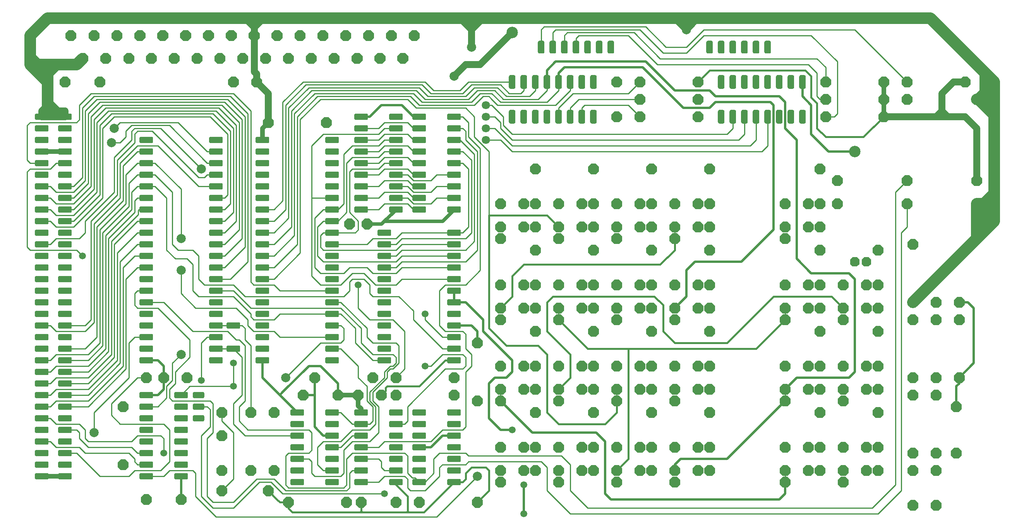
<source format=gbr>
G04 #@! TF.GenerationSoftware,KiCad,Pcbnew,(5.1.4)-1*
G04 #@! TF.CreationDate,2020-10-11T11:48:53+02:00*
G04 #@! TF.ProjectId,junior-computer,6a756e69-6f72-42d6-936f-6d7075746572,rev?*
G04 #@! TF.SameCoordinates,Original*
G04 #@! TF.FileFunction,Copper,L2,Bot*
G04 #@! TF.FilePolarity,Positive*
%FSLAX46Y46*%
G04 Gerber Fmt 4.6, Leading zero omitted, Abs format (unit mm)*
G04 Created by KiCad (PCBNEW (5.1.4)-1) date 2020-10-11 11:48:53*
%MOMM*%
%LPD*%
G04 APERTURE LIST*
%ADD10C,1.524000*%
%ADD11C,0.100000*%
%ADD12C,1.400000*%
%ADD13C,2.000000*%
%ADD14C,1.500000*%
%ADD15C,1.800000*%
%ADD16C,2.500000*%
%ADD17C,0.250000*%
%ADD18C,1.500000*%
%ADD19C,2.500000*%
%ADD20C,0.750000*%
%ADD21C,0.500000*%
%ADD22C,0.400000*%
%ADD23C,2.000000*%
%ADD24C,1.000000*%
G04 APERTURE END LIST*
D10*
X69850000Y-129540000D03*
D11*
G36*
X70350000Y-130740000D02*
G01*
X69350000Y-130740000D01*
X68650000Y-130040000D01*
X68650000Y-129040000D01*
X69350000Y-128340000D01*
X70350000Y-128340000D01*
X71050000Y-129040000D01*
X71050000Y-130040000D01*
X70350000Y-130740000D01*
X70350000Y-130740000D01*
G37*
D10*
X69850000Y-121920000D03*
D11*
G36*
X70350000Y-123120000D02*
G01*
X69350000Y-123120000D01*
X68650000Y-122420000D01*
X68650000Y-121420000D01*
X69350000Y-120720000D01*
X70350000Y-120720000D01*
X71050000Y-121420000D01*
X71050000Y-122420000D01*
X70350000Y-123120000D01*
X70350000Y-123120000D01*
G37*
D10*
X69850000Y-116840000D03*
D11*
G36*
X70350000Y-118040000D02*
G01*
X69350000Y-118040000D01*
X68650000Y-117340000D01*
X68650000Y-116340000D01*
X69350000Y-115640000D01*
X70350000Y-115640000D01*
X71050000Y-116340000D01*
X71050000Y-117340000D01*
X70350000Y-118040000D01*
X70350000Y-118040000D01*
G37*
G36*
X65704306Y-117411685D02*
G01*
X65738282Y-117416725D01*
X65771600Y-117425071D01*
X65803939Y-117436642D01*
X65834989Y-117451328D01*
X65864450Y-117468986D01*
X65892038Y-117489446D01*
X65917487Y-117512513D01*
X65940554Y-117537962D01*
X65961014Y-117565550D01*
X65978672Y-117595011D01*
X65993358Y-117626061D01*
X66004929Y-117658400D01*
X66013275Y-117691718D01*
X66018315Y-117725694D01*
X66020000Y-117760000D01*
X66020000Y-118460000D01*
X66018315Y-118494306D01*
X66013275Y-118528282D01*
X66004929Y-118561600D01*
X65993358Y-118593939D01*
X65978672Y-118624989D01*
X65961014Y-118654450D01*
X65940554Y-118682038D01*
X65917487Y-118707487D01*
X65892038Y-118730554D01*
X65864450Y-118751014D01*
X65834989Y-118768672D01*
X65803939Y-118783358D01*
X65771600Y-118794929D01*
X65738282Y-118803275D01*
X65704306Y-118808315D01*
X65670000Y-118810000D01*
X63870000Y-118810000D01*
X63835694Y-118808315D01*
X63801718Y-118803275D01*
X63768400Y-118794929D01*
X63736061Y-118783358D01*
X63705011Y-118768672D01*
X63675550Y-118751014D01*
X63647962Y-118730554D01*
X63622513Y-118707487D01*
X63599446Y-118682038D01*
X63578986Y-118654450D01*
X63561328Y-118624989D01*
X63546642Y-118593939D01*
X63535071Y-118561600D01*
X63526725Y-118528282D01*
X63521685Y-118494306D01*
X63520000Y-118460000D01*
X63520000Y-117760000D01*
X63521685Y-117725694D01*
X63526725Y-117691718D01*
X63535071Y-117658400D01*
X63546642Y-117626061D01*
X63561328Y-117595011D01*
X63578986Y-117565550D01*
X63599446Y-117537962D01*
X63622513Y-117512513D01*
X63647962Y-117489446D01*
X63675550Y-117468986D01*
X63705011Y-117451328D01*
X63736061Y-117436642D01*
X63768400Y-117425071D01*
X63801718Y-117416725D01*
X63835694Y-117411685D01*
X63870000Y-117410000D01*
X65670000Y-117410000D01*
X65704306Y-117411685D01*
X65704306Y-117411685D01*
G37*
D12*
X64770000Y-118110000D03*
D11*
G36*
X65704306Y-114871685D02*
G01*
X65738282Y-114876725D01*
X65771600Y-114885071D01*
X65803939Y-114896642D01*
X65834989Y-114911328D01*
X65864450Y-114928986D01*
X65892038Y-114949446D01*
X65917487Y-114972513D01*
X65940554Y-114997962D01*
X65961014Y-115025550D01*
X65978672Y-115055011D01*
X65993358Y-115086061D01*
X66004929Y-115118400D01*
X66013275Y-115151718D01*
X66018315Y-115185694D01*
X66020000Y-115220000D01*
X66020000Y-115920000D01*
X66018315Y-115954306D01*
X66013275Y-115988282D01*
X66004929Y-116021600D01*
X65993358Y-116053939D01*
X65978672Y-116084989D01*
X65961014Y-116114450D01*
X65940554Y-116142038D01*
X65917487Y-116167487D01*
X65892038Y-116190554D01*
X65864450Y-116211014D01*
X65834989Y-116228672D01*
X65803939Y-116243358D01*
X65771600Y-116254929D01*
X65738282Y-116263275D01*
X65704306Y-116268315D01*
X65670000Y-116270000D01*
X63870000Y-116270000D01*
X63835694Y-116268315D01*
X63801718Y-116263275D01*
X63768400Y-116254929D01*
X63736061Y-116243358D01*
X63705011Y-116228672D01*
X63675550Y-116211014D01*
X63647962Y-116190554D01*
X63622513Y-116167487D01*
X63599446Y-116142038D01*
X63578986Y-116114450D01*
X63561328Y-116084989D01*
X63546642Y-116053939D01*
X63535071Y-116021600D01*
X63526725Y-115988282D01*
X63521685Y-115954306D01*
X63520000Y-115920000D01*
X63520000Y-115220000D01*
X63521685Y-115185694D01*
X63526725Y-115151718D01*
X63535071Y-115118400D01*
X63546642Y-115086061D01*
X63561328Y-115055011D01*
X63578986Y-115025550D01*
X63599446Y-114997962D01*
X63622513Y-114972513D01*
X63647962Y-114949446D01*
X63675550Y-114928986D01*
X63705011Y-114911328D01*
X63736061Y-114896642D01*
X63768400Y-114885071D01*
X63801718Y-114876725D01*
X63835694Y-114871685D01*
X63870000Y-114870000D01*
X65670000Y-114870000D01*
X65704306Y-114871685D01*
X65704306Y-114871685D01*
G37*
D12*
X64770000Y-115570000D03*
D11*
G36*
X65704306Y-112331685D02*
G01*
X65738282Y-112336725D01*
X65771600Y-112345071D01*
X65803939Y-112356642D01*
X65834989Y-112371328D01*
X65864450Y-112388986D01*
X65892038Y-112409446D01*
X65917487Y-112432513D01*
X65940554Y-112457962D01*
X65961014Y-112485550D01*
X65978672Y-112515011D01*
X65993358Y-112546061D01*
X66004929Y-112578400D01*
X66013275Y-112611718D01*
X66018315Y-112645694D01*
X66020000Y-112680000D01*
X66020000Y-113380000D01*
X66018315Y-113414306D01*
X66013275Y-113448282D01*
X66004929Y-113481600D01*
X65993358Y-113513939D01*
X65978672Y-113544989D01*
X65961014Y-113574450D01*
X65940554Y-113602038D01*
X65917487Y-113627487D01*
X65892038Y-113650554D01*
X65864450Y-113671014D01*
X65834989Y-113688672D01*
X65803939Y-113703358D01*
X65771600Y-113714929D01*
X65738282Y-113723275D01*
X65704306Y-113728315D01*
X65670000Y-113730000D01*
X63870000Y-113730000D01*
X63835694Y-113728315D01*
X63801718Y-113723275D01*
X63768400Y-113714929D01*
X63736061Y-113703358D01*
X63705011Y-113688672D01*
X63675550Y-113671014D01*
X63647962Y-113650554D01*
X63622513Y-113627487D01*
X63599446Y-113602038D01*
X63578986Y-113574450D01*
X63561328Y-113544989D01*
X63546642Y-113513939D01*
X63535071Y-113481600D01*
X63526725Y-113448282D01*
X63521685Y-113414306D01*
X63520000Y-113380000D01*
X63520000Y-112680000D01*
X63521685Y-112645694D01*
X63526725Y-112611718D01*
X63535071Y-112578400D01*
X63546642Y-112546061D01*
X63561328Y-112515011D01*
X63578986Y-112485550D01*
X63599446Y-112457962D01*
X63622513Y-112432513D01*
X63647962Y-112409446D01*
X63675550Y-112388986D01*
X63705011Y-112371328D01*
X63736061Y-112356642D01*
X63768400Y-112345071D01*
X63801718Y-112336725D01*
X63835694Y-112331685D01*
X63870000Y-112330000D01*
X65670000Y-112330000D01*
X65704306Y-112331685D01*
X65704306Y-112331685D01*
G37*
D12*
X64770000Y-113030000D03*
D11*
G36*
X179454306Y-35431685D02*
G01*
X179488282Y-35436725D01*
X179521600Y-35445071D01*
X179553939Y-35456642D01*
X179584989Y-35471328D01*
X179614450Y-35488986D01*
X179642038Y-35509446D01*
X179667487Y-35532513D01*
X179690554Y-35557962D01*
X179711014Y-35585550D01*
X179728672Y-35615011D01*
X179743358Y-35646061D01*
X179754929Y-35678400D01*
X179763275Y-35711718D01*
X179768315Y-35745694D01*
X179770000Y-35780000D01*
X179770000Y-37880000D01*
X179768315Y-37914306D01*
X179763275Y-37948282D01*
X179754929Y-37981600D01*
X179743358Y-38013939D01*
X179728672Y-38044989D01*
X179711014Y-38074450D01*
X179690554Y-38102038D01*
X179667487Y-38127487D01*
X179642038Y-38150554D01*
X179614450Y-38171014D01*
X179584989Y-38188672D01*
X179553939Y-38203358D01*
X179521600Y-38214929D01*
X179488282Y-38223275D01*
X179454306Y-38228315D01*
X179420000Y-38230000D01*
X178720000Y-38230000D01*
X178685694Y-38228315D01*
X178651718Y-38223275D01*
X178618400Y-38214929D01*
X178586061Y-38203358D01*
X178555011Y-38188672D01*
X178525550Y-38171014D01*
X178497962Y-38150554D01*
X178472513Y-38127487D01*
X178449446Y-38102038D01*
X178428986Y-38074450D01*
X178411328Y-38044989D01*
X178396642Y-38013939D01*
X178385071Y-37981600D01*
X178376725Y-37948282D01*
X178371685Y-37914306D01*
X178370000Y-37880000D01*
X178370000Y-35780000D01*
X178371685Y-35745694D01*
X178376725Y-35711718D01*
X178385071Y-35678400D01*
X178396642Y-35646061D01*
X178411328Y-35615011D01*
X178428986Y-35585550D01*
X178449446Y-35557962D01*
X178472513Y-35532513D01*
X178497962Y-35509446D01*
X178525550Y-35488986D01*
X178555011Y-35471328D01*
X178586061Y-35456642D01*
X178618400Y-35445071D01*
X178651718Y-35436725D01*
X178685694Y-35431685D01*
X178720000Y-35430000D01*
X179420000Y-35430000D01*
X179454306Y-35431685D01*
X179454306Y-35431685D01*
G37*
D12*
X179070000Y-36830000D03*
D11*
G36*
X184534306Y-35431685D02*
G01*
X184568282Y-35436725D01*
X184601600Y-35445071D01*
X184633939Y-35456642D01*
X184664989Y-35471328D01*
X184694450Y-35488986D01*
X184722038Y-35509446D01*
X184747487Y-35532513D01*
X184770554Y-35557962D01*
X184791014Y-35585550D01*
X184808672Y-35615011D01*
X184823358Y-35646061D01*
X184834929Y-35678400D01*
X184843275Y-35711718D01*
X184848315Y-35745694D01*
X184850000Y-35780000D01*
X184850000Y-37880000D01*
X184848315Y-37914306D01*
X184843275Y-37948282D01*
X184834929Y-37981600D01*
X184823358Y-38013939D01*
X184808672Y-38044989D01*
X184791014Y-38074450D01*
X184770554Y-38102038D01*
X184747487Y-38127487D01*
X184722038Y-38150554D01*
X184694450Y-38171014D01*
X184664989Y-38188672D01*
X184633939Y-38203358D01*
X184601600Y-38214929D01*
X184568282Y-38223275D01*
X184534306Y-38228315D01*
X184500000Y-38230000D01*
X183800000Y-38230000D01*
X183765694Y-38228315D01*
X183731718Y-38223275D01*
X183698400Y-38214929D01*
X183666061Y-38203358D01*
X183635011Y-38188672D01*
X183605550Y-38171014D01*
X183577962Y-38150554D01*
X183552513Y-38127487D01*
X183529446Y-38102038D01*
X183508986Y-38074450D01*
X183491328Y-38044989D01*
X183476642Y-38013939D01*
X183465071Y-37981600D01*
X183456725Y-37948282D01*
X183451685Y-37914306D01*
X183450000Y-37880000D01*
X183450000Y-35780000D01*
X183451685Y-35745694D01*
X183456725Y-35711718D01*
X183465071Y-35678400D01*
X183476642Y-35646061D01*
X183491328Y-35615011D01*
X183508986Y-35585550D01*
X183529446Y-35557962D01*
X183552513Y-35532513D01*
X183577962Y-35509446D01*
X183605550Y-35488986D01*
X183635011Y-35471328D01*
X183666061Y-35456642D01*
X183698400Y-35445071D01*
X183731718Y-35436725D01*
X183765694Y-35431685D01*
X183800000Y-35430000D01*
X184500000Y-35430000D01*
X184534306Y-35431685D01*
X184534306Y-35431685D01*
G37*
D12*
X184150000Y-36830000D03*
D11*
G36*
X176914306Y-35431685D02*
G01*
X176948282Y-35436725D01*
X176981600Y-35445071D01*
X177013939Y-35456642D01*
X177044989Y-35471328D01*
X177074450Y-35488986D01*
X177102038Y-35509446D01*
X177127487Y-35532513D01*
X177150554Y-35557962D01*
X177171014Y-35585550D01*
X177188672Y-35615011D01*
X177203358Y-35646061D01*
X177214929Y-35678400D01*
X177223275Y-35711718D01*
X177228315Y-35745694D01*
X177230000Y-35780000D01*
X177230000Y-37880000D01*
X177228315Y-37914306D01*
X177223275Y-37948282D01*
X177214929Y-37981600D01*
X177203358Y-38013939D01*
X177188672Y-38044989D01*
X177171014Y-38074450D01*
X177150554Y-38102038D01*
X177127487Y-38127487D01*
X177102038Y-38150554D01*
X177074450Y-38171014D01*
X177044989Y-38188672D01*
X177013939Y-38203358D01*
X176981600Y-38214929D01*
X176948282Y-38223275D01*
X176914306Y-38228315D01*
X176880000Y-38230000D01*
X176180000Y-38230000D01*
X176145694Y-38228315D01*
X176111718Y-38223275D01*
X176078400Y-38214929D01*
X176046061Y-38203358D01*
X176015011Y-38188672D01*
X175985550Y-38171014D01*
X175957962Y-38150554D01*
X175932513Y-38127487D01*
X175909446Y-38102038D01*
X175888986Y-38074450D01*
X175871328Y-38044989D01*
X175856642Y-38013939D01*
X175845071Y-37981600D01*
X175836725Y-37948282D01*
X175831685Y-37914306D01*
X175830000Y-37880000D01*
X175830000Y-35780000D01*
X175831685Y-35745694D01*
X175836725Y-35711718D01*
X175845071Y-35678400D01*
X175856642Y-35646061D01*
X175871328Y-35615011D01*
X175888986Y-35585550D01*
X175909446Y-35557962D01*
X175932513Y-35532513D01*
X175957962Y-35509446D01*
X175985550Y-35488986D01*
X176015011Y-35471328D01*
X176046061Y-35456642D01*
X176078400Y-35445071D01*
X176111718Y-35436725D01*
X176145694Y-35431685D01*
X176180000Y-35430000D01*
X176880000Y-35430000D01*
X176914306Y-35431685D01*
X176914306Y-35431685D01*
G37*
D12*
X176530000Y-36830000D03*
D11*
G36*
X187074306Y-35431685D02*
G01*
X187108282Y-35436725D01*
X187141600Y-35445071D01*
X187173939Y-35456642D01*
X187204989Y-35471328D01*
X187234450Y-35488986D01*
X187262038Y-35509446D01*
X187287487Y-35532513D01*
X187310554Y-35557962D01*
X187331014Y-35585550D01*
X187348672Y-35615011D01*
X187363358Y-35646061D01*
X187374929Y-35678400D01*
X187383275Y-35711718D01*
X187388315Y-35745694D01*
X187390000Y-35780000D01*
X187390000Y-37880000D01*
X187388315Y-37914306D01*
X187383275Y-37948282D01*
X187374929Y-37981600D01*
X187363358Y-38013939D01*
X187348672Y-38044989D01*
X187331014Y-38074450D01*
X187310554Y-38102038D01*
X187287487Y-38127487D01*
X187262038Y-38150554D01*
X187234450Y-38171014D01*
X187204989Y-38188672D01*
X187173939Y-38203358D01*
X187141600Y-38214929D01*
X187108282Y-38223275D01*
X187074306Y-38228315D01*
X187040000Y-38230000D01*
X186340000Y-38230000D01*
X186305694Y-38228315D01*
X186271718Y-38223275D01*
X186238400Y-38214929D01*
X186206061Y-38203358D01*
X186175011Y-38188672D01*
X186145550Y-38171014D01*
X186117962Y-38150554D01*
X186092513Y-38127487D01*
X186069446Y-38102038D01*
X186048986Y-38074450D01*
X186031328Y-38044989D01*
X186016642Y-38013939D01*
X186005071Y-37981600D01*
X185996725Y-37948282D01*
X185991685Y-37914306D01*
X185990000Y-37880000D01*
X185990000Y-35780000D01*
X185991685Y-35745694D01*
X185996725Y-35711718D01*
X186005071Y-35678400D01*
X186016642Y-35646061D01*
X186031328Y-35615011D01*
X186048986Y-35585550D01*
X186069446Y-35557962D01*
X186092513Y-35532513D01*
X186117962Y-35509446D01*
X186145550Y-35488986D01*
X186175011Y-35471328D01*
X186206061Y-35456642D01*
X186238400Y-35445071D01*
X186271718Y-35436725D01*
X186305694Y-35431685D01*
X186340000Y-35430000D01*
X187040000Y-35430000D01*
X187074306Y-35431685D01*
X187074306Y-35431685D01*
G37*
D12*
X186690000Y-36830000D03*
D11*
G36*
X181994306Y-35431685D02*
G01*
X182028282Y-35436725D01*
X182061600Y-35445071D01*
X182093939Y-35456642D01*
X182124989Y-35471328D01*
X182154450Y-35488986D01*
X182182038Y-35509446D01*
X182207487Y-35532513D01*
X182230554Y-35557962D01*
X182251014Y-35585550D01*
X182268672Y-35615011D01*
X182283358Y-35646061D01*
X182294929Y-35678400D01*
X182303275Y-35711718D01*
X182308315Y-35745694D01*
X182310000Y-35780000D01*
X182310000Y-37880000D01*
X182308315Y-37914306D01*
X182303275Y-37948282D01*
X182294929Y-37981600D01*
X182283358Y-38013939D01*
X182268672Y-38044989D01*
X182251014Y-38074450D01*
X182230554Y-38102038D01*
X182207487Y-38127487D01*
X182182038Y-38150554D01*
X182154450Y-38171014D01*
X182124989Y-38188672D01*
X182093939Y-38203358D01*
X182061600Y-38214929D01*
X182028282Y-38223275D01*
X181994306Y-38228315D01*
X181960000Y-38230000D01*
X181260000Y-38230000D01*
X181225694Y-38228315D01*
X181191718Y-38223275D01*
X181158400Y-38214929D01*
X181126061Y-38203358D01*
X181095011Y-38188672D01*
X181065550Y-38171014D01*
X181037962Y-38150554D01*
X181012513Y-38127487D01*
X180989446Y-38102038D01*
X180968986Y-38074450D01*
X180951328Y-38044989D01*
X180936642Y-38013939D01*
X180925071Y-37981600D01*
X180916725Y-37948282D01*
X180911685Y-37914306D01*
X180910000Y-37880000D01*
X180910000Y-35780000D01*
X180911685Y-35745694D01*
X180916725Y-35711718D01*
X180925071Y-35678400D01*
X180936642Y-35646061D01*
X180951328Y-35615011D01*
X180968986Y-35585550D01*
X180989446Y-35557962D01*
X181012513Y-35532513D01*
X181037962Y-35509446D01*
X181065550Y-35488986D01*
X181095011Y-35471328D01*
X181126061Y-35456642D01*
X181158400Y-35445071D01*
X181191718Y-35436725D01*
X181225694Y-35431685D01*
X181260000Y-35430000D01*
X181960000Y-35430000D01*
X181994306Y-35431685D01*
X181994306Y-35431685D01*
G37*
D12*
X181610000Y-36830000D03*
D11*
G36*
X189614306Y-35431685D02*
G01*
X189648282Y-35436725D01*
X189681600Y-35445071D01*
X189713939Y-35456642D01*
X189744989Y-35471328D01*
X189774450Y-35488986D01*
X189802038Y-35509446D01*
X189827487Y-35532513D01*
X189850554Y-35557962D01*
X189871014Y-35585550D01*
X189888672Y-35615011D01*
X189903358Y-35646061D01*
X189914929Y-35678400D01*
X189923275Y-35711718D01*
X189928315Y-35745694D01*
X189930000Y-35780000D01*
X189930000Y-37880000D01*
X189928315Y-37914306D01*
X189923275Y-37948282D01*
X189914929Y-37981600D01*
X189903358Y-38013939D01*
X189888672Y-38044989D01*
X189871014Y-38074450D01*
X189850554Y-38102038D01*
X189827487Y-38127487D01*
X189802038Y-38150554D01*
X189774450Y-38171014D01*
X189744989Y-38188672D01*
X189713939Y-38203358D01*
X189681600Y-38214929D01*
X189648282Y-38223275D01*
X189614306Y-38228315D01*
X189580000Y-38230000D01*
X188880000Y-38230000D01*
X188845694Y-38228315D01*
X188811718Y-38223275D01*
X188778400Y-38214929D01*
X188746061Y-38203358D01*
X188715011Y-38188672D01*
X188685550Y-38171014D01*
X188657962Y-38150554D01*
X188632513Y-38127487D01*
X188609446Y-38102038D01*
X188588986Y-38074450D01*
X188571328Y-38044989D01*
X188556642Y-38013939D01*
X188545071Y-37981600D01*
X188536725Y-37948282D01*
X188531685Y-37914306D01*
X188530000Y-37880000D01*
X188530000Y-35780000D01*
X188531685Y-35745694D01*
X188536725Y-35711718D01*
X188545071Y-35678400D01*
X188556642Y-35646061D01*
X188571328Y-35615011D01*
X188588986Y-35585550D01*
X188609446Y-35557962D01*
X188632513Y-35532513D01*
X188657962Y-35509446D01*
X188685550Y-35488986D01*
X188715011Y-35471328D01*
X188746061Y-35456642D01*
X188778400Y-35445071D01*
X188811718Y-35436725D01*
X188845694Y-35431685D01*
X188880000Y-35430000D01*
X189580000Y-35430000D01*
X189614306Y-35431685D01*
X189614306Y-35431685D01*
G37*
D12*
X189230000Y-36830000D03*
D11*
G36*
X155324306Y-35431685D02*
G01*
X155358282Y-35436725D01*
X155391600Y-35445071D01*
X155423939Y-35456642D01*
X155454989Y-35471328D01*
X155484450Y-35488986D01*
X155512038Y-35509446D01*
X155537487Y-35532513D01*
X155560554Y-35557962D01*
X155581014Y-35585550D01*
X155598672Y-35615011D01*
X155613358Y-35646061D01*
X155624929Y-35678400D01*
X155633275Y-35711718D01*
X155638315Y-35745694D01*
X155640000Y-35780000D01*
X155640000Y-37880000D01*
X155638315Y-37914306D01*
X155633275Y-37948282D01*
X155624929Y-37981600D01*
X155613358Y-38013939D01*
X155598672Y-38044989D01*
X155581014Y-38074450D01*
X155560554Y-38102038D01*
X155537487Y-38127487D01*
X155512038Y-38150554D01*
X155484450Y-38171014D01*
X155454989Y-38188672D01*
X155423939Y-38203358D01*
X155391600Y-38214929D01*
X155358282Y-38223275D01*
X155324306Y-38228315D01*
X155290000Y-38230000D01*
X154590000Y-38230000D01*
X154555694Y-38228315D01*
X154521718Y-38223275D01*
X154488400Y-38214929D01*
X154456061Y-38203358D01*
X154425011Y-38188672D01*
X154395550Y-38171014D01*
X154367962Y-38150554D01*
X154342513Y-38127487D01*
X154319446Y-38102038D01*
X154298986Y-38074450D01*
X154281328Y-38044989D01*
X154266642Y-38013939D01*
X154255071Y-37981600D01*
X154246725Y-37948282D01*
X154241685Y-37914306D01*
X154240000Y-37880000D01*
X154240000Y-35780000D01*
X154241685Y-35745694D01*
X154246725Y-35711718D01*
X154255071Y-35678400D01*
X154266642Y-35646061D01*
X154281328Y-35615011D01*
X154298986Y-35585550D01*
X154319446Y-35557962D01*
X154342513Y-35532513D01*
X154367962Y-35509446D01*
X154395550Y-35488986D01*
X154425011Y-35471328D01*
X154456061Y-35456642D01*
X154488400Y-35445071D01*
X154521718Y-35436725D01*
X154555694Y-35431685D01*
X154590000Y-35430000D01*
X155290000Y-35430000D01*
X155324306Y-35431685D01*
X155324306Y-35431685D01*
G37*
D12*
X154940000Y-36830000D03*
D11*
G36*
X152784306Y-35431685D02*
G01*
X152818282Y-35436725D01*
X152851600Y-35445071D01*
X152883939Y-35456642D01*
X152914989Y-35471328D01*
X152944450Y-35488986D01*
X152972038Y-35509446D01*
X152997487Y-35532513D01*
X153020554Y-35557962D01*
X153041014Y-35585550D01*
X153058672Y-35615011D01*
X153073358Y-35646061D01*
X153084929Y-35678400D01*
X153093275Y-35711718D01*
X153098315Y-35745694D01*
X153100000Y-35780000D01*
X153100000Y-37880000D01*
X153098315Y-37914306D01*
X153093275Y-37948282D01*
X153084929Y-37981600D01*
X153073358Y-38013939D01*
X153058672Y-38044989D01*
X153041014Y-38074450D01*
X153020554Y-38102038D01*
X152997487Y-38127487D01*
X152972038Y-38150554D01*
X152944450Y-38171014D01*
X152914989Y-38188672D01*
X152883939Y-38203358D01*
X152851600Y-38214929D01*
X152818282Y-38223275D01*
X152784306Y-38228315D01*
X152750000Y-38230000D01*
X152050000Y-38230000D01*
X152015694Y-38228315D01*
X151981718Y-38223275D01*
X151948400Y-38214929D01*
X151916061Y-38203358D01*
X151885011Y-38188672D01*
X151855550Y-38171014D01*
X151827962Y-38150554D01*
X151802513Y-38127487D01*
X151779446Y-38102038D01*
X151758986Y-38074450D01*
X151741328Y-38044989D01*
X151726642Y-38013939D01*
X151715071Y-37981600D01*
X151706725Y-37948282D01*
X151701685Y-37914306D01*
X151700000Y-37880000D01*
X151700000Y-35780000D01*
X151701685Y-35745694D01*
X151706725Y-35711718D01*
X151715071Y-35678400D01*
X151726642Y-35646061D01*
X151741328Y-35615011D01*
X151758986Y-35585550D01*
X151779446Y-35557962D01*
X151802513Y-35532513D01*
X151827962Y-35509446D01*
X151855550Y-35488986D01*
X151885011Y-35471328D01*
X151916061Y-35456642D01*
X151948400Y-35445071D01*
X151981718Y-35436725D01*
X152015694Y-35431685D01*
X152050000Y-35430000D01*
X152750000Y-35430000D01*
X152784306Y-35431685D01*
X152784306Y-35431685D01*
G37*
D12*
X152400000Y-36830000D03*
D11*
G36*
X150244306Y-35431685D02*
G01*
X150278282Y-35436725D01*
X150311600Y-35445071D01*
X150343939Y-35456642D01*
X150374989Y-35471328D01*
X150404450Y-35488986D01*
X150432038Y-35509446D01*
X150457487Y-35532513D01*
X150480554Y-35557962D01*
X150501014Y-35585550D01*
X150518672Y-35615011D01*
X150533358Y-35646061D01*
X150544929Y-35678400D01*
X150553275Y-35711718D01*
X150558315Y-35745694D01*
X150560000Y-35780000D01*
X150560000Y-37880000D01*
X150558315Y-37914306D01*
X150553275Y-37948282D01*
X150544929Y-37981600D01*
X150533358Y-38013939D01*
X150518672Y-38044989D01*
X150501014Y-38074450D01*
X150480554Y-38102038D01*
X150457487Y-38127487D01*
X150432038Y-38150554D01*
X150404450Y-38171014D01*
X150374989Y-38188672D01*
X150343939Y-38203358D01*
X150311600Y-38214929D01*
X150278282Y-38223275D01*
X150244306Y-38228315D01*
X150210000Y-38230000D01*
X149510000Y-38230000D01*
X149475694Y-38228315D01*
X149441718Y-38223275D01*
X149408400Y-38214929D01*
X149376061Y-38203358D01*
X149345011Y-38188672D01*
X149315550Y-38171014D01*
X149287962Y-38150554D01*
X149262513Y-38127487D01*
X149239446Y-38102038D01*
X149218986Y-38074450D01*
X149201328Y-38044989D01*
X149186642Y-38013939D01*
X149175071Y-37981600D01*
X149166725Y-37948282D01*
X149161685Y-37914306D01*
X149160000Y-37880000D01*
X149160000Y-35780000D01*
X149161685Y-35745694D01*
X149166725Y-35711718D01*
X149175071Y-35678400D01*
X149186642Y-35646061D01*
X149201328Y-35615011D01*
X149218986Y-35585550D01*
X149239446Y-35557962D01*
X149262513Y-35532513D01*
X149287962Y-35509446D01*
X149315550Y-35488986D01*
X149345011Y-35471328D01*
X149376061Y-35456642D01*
X149408400Y-35445071D01*
X149441718Y-35436725D01*
X149475694Y-35431685D01*
X149510000Y-35430000D01*
X150210000Y-35430000D01*
X150244306Y-35431685D01*
X150244306Y-35431685D01*
G37*
D12*
X149860000Y-36830000D03*
D11*
G36*
X147704306Y-35431685D02*
G01*
X147738282Y-35436725D01*
X147771600Y-35445071D01*
X147803939Y-35456642D01*
X147834989Y-35471328D01*
X147864450Y-35488986D01*
X147892038Y-35509446D01*
X147917487Y-35532513D01*
X147940554Y-35557962D01*
X147961014Y-35585550D01*
X147978672Y-35615011D01*
X147993358Y-35646061D01*
X148004929Y-35678400D01*
X148013275Y-35711718D01*
X148018315Y-35745694D01*
X148020000Y-35780000D01*
X148020000Y-37880000D01*
X148018315Y-37914306D01*
X148013275Y-37948282D01*
X148004929Y-37981600D01*
X147993358Y-38013939D01*
X147978672Y-38044989D01*
X147961014Y-38074450D01*
X147940554Y-38102038D01*
X147917487Y-38127487D01*
X147892038Y-38150554D01*
X147864450Y-38171014D01*
X147834989Y-38188672D01*
X147803939Y-38203358D01*
X147771600Y-38214929D01*
X147738282Y-38223275D01*
X147704306Y-38228315D01*
X147670000Y-38230000D01*
X146970000Y-38230000D01*
X146935694Y-38228315D01*
X146901718Y-38223275D01*
X146868400Y-38214929D01*
X146836061Y-38203358D01*
X146805011Y-38188672D01*
X146775550Y-38171014D01*
X146747962Y-38150554D01*
X146722513Y-38127487D01*
X146699446Y-38102038D01*
X146678986Y-38074450D01*
X146661328Y-38044989D01*
X146646642Y-38013939D01*
X146635071Y-37981600D01*
X146626725Y-37948282D01*
X146621685Y-37914306D01*
X146620000Y-37880000D01*
X146620000Y-35780000D01*
X146621685Y-35745694D01*
X146626725Y-35711718D01*
X146635071Y-35678400D01*
X146646642Y-35646061D01*
X146661328Y-35615011D01*
X146678986Y-35585550D01*
X146699446Y-35557962D01*
X146722513Y-35532513D01*
X146747962Y-35509446D01*
X146775550Y-35488986D01*
X146805011Y-35471328D01*
X146836061Y-35456642D01*
X146868400Y-35445071D01*
X146901718Y-35436725D01*
X146935694Y-35431685D01*
X146970000Y-35430000D01*
X147670000Y-35430000D01*
X147704306Y-35431685D01*
X147704306Y-35431685D01*
G37*
D12*
X147320000Y-36830000D03*
D11*
G36*
X145164306Y-35431685D02*
G01*
X145198282Y-35436725D01*
X145231600Y-35445071D01*
X145263939Y-35456642D01*
X145294989Y-35471328D01*
X145324450Y-35488986D01*
X145352038Y-35509446D01*
X145377487Y-35532513D01*
X145400554Y-35557962D01*
X145421014Y-35585550D01*
X145438672Y-35615011D01*
X145453358Y-35646061D01*
X145464929Y-35678400D01*
X145473275Y-35711718D01*
X145478315Y-35745694D01*
X145480000Y-35780000D01*
X145480000Y-37880000D01*
X145478315Y-37914306D01*
X145473275Y-37948282D01*
X145464929Y-37981600D01*
X145453358Y-38013939D01*
X145438672Y-38044989D01*
X145421014Y-38074450D01*
X145400554Y-38102038D01*
X145377487Y-38127487D01*
X145352038Y-38150554D01*
X145324450Y-38171014D01*
X145294989Y-38188672D01*
X145263939Y-38203358D01*
X145231600Y-38214929D01*
X145198282Y-38223275D01*
X145164306Y-38228315D01*
X145130000Y-38230000D01*
X144430000Y-38230000D01*
X144395694Y-38228315D01*
X144361718Y-38223275D01*
X144328400Y-38214929D01*
X144296061Y-38203358D01*
X144265011Y-38188672D01*
X144235550Y-38171014D01*
X144207962Y-38150554D01*
X144182513Y-38127487D01*
X144159446Y-38102038D01*
X144138986Y-38074450D01*
X144121328Y-38044989D01*
X144106642Y-38013939D01*
X144095071Y-37981600D01*
X144086725Y-37948282D01*
X144081685Y-37914306D01*
X144080000Y-37880000D01*
X144080000Y-35780000D01*
X144081685Y-35745694D01*
X144086725Y-35711718D01*
X144095071Y-35678400D01*
X144106642Y-35646061D01*
X144121328Y-35615011D01*
X144138986Y-35585550D01*
X144159446Y-35557962D01*
X144182513Y-35532513D01*
X144207962Y-35509446D01*
X144235550Y-35488986D01*
X144265011Y-35471328D01*
X144296061Y-35456642D01*
X144328400Y-35445071D01*
X144361718Y-35436725D01*
X144395694Y-35431685D01*
X144430000Y-35430000D01*
X145130000Y-35430000D01*
X145164306Y-35431685D01*
X145164306Y-35431685D01*
G37*
D12*
X144780000Y-36830000D03*
D11*
G36*
X142624306Y-35431685D02*
G01*
X142658282Y-35436725D01*
X142691600Y-35445071D01*
X142723939Y-35456642D01*
X142754989Y-35471328D01*
X142784450Y-35488986D01*
X142812038Y-35509446D01*
X142837487Y-35532513D01*
X142860554Y-35557962D01*
X142881014Y-35585550D01*
X142898672Y-35615011D01*
X142913358Y-35646061D01*
X142924929Y-35678400D01*
X142933275Y-35711718D01*
X142938315Y-35745694D01*
X142940000Y-35780000D01*
X142940000Y-37880000D01*
X142938315Y-37914306D01*
X142933275Y-37948282D01*
X142924929Y-37981600D01*
X142913358Y-38013939D01*
X142898672Y-38044989D01*
X142881014Y-38074450D01*
X142860554Y-38102038D01*
X142837487Y-38127487D01*
X142812038Y-38150554D01*
X142784450Y-38171014D01*
X142754989Y-38188672D01*
X142723939Y-38203358D01*
X142691600Y-38214929D01*
X142658282Y-38223275D01*
X142624306Y-38228315D01*
X142590000Y-38230000D01*
X141890000Y-38230000D01*
X141855694Y-38228315D01*
X141821718Y-38223275D01*
X141788400Y-38214929D01*
X141756061Y-38203358D01*
X141725011Y-38188672D01*
X141695550Y-38171014D01*
X141667962Y-38150554D01*
X141642513Y-38127487D01*
X141619446Y-38102038D01*
X141598986Y-38074450D01*
X141581328Y-38044989D01*
X141566642Y-38013939D01*
X141555071Y-37981600D01*
X141546725Y-37948282D01*
X141541685Y-37914306D01*
X141540000Y-37880000D01*
X141540000Y-35780000D01*
X141541685Y-35745694D01*
X141546725Y-35711718D01*
X141555071Y-35678400D01*
X141566642Y-35646061D01*
X141581328Y-35615011D01*
X141598986Y-35585550D01*
X141619446Y-35557962D01*
X141642513Y-35532513D01*
X141667962Y-35509446D01*
X141695550Y-35488986D01*
X141725011Y-35471328D01*
X141756061Y-35456642D01*
X141788400Y-35445071D01*
X141821718Y-35436725D01*
X141855694Y-35431685D01*
X141890000Y-35430000D01*
X142590000Y-35430000D01*
X142624306Y-35431685D01*
X142624306Y-35431685D01*
G37*
D12*
X142240000Y-36830000D03*
D11*
G36*
X140084306Y-35431685D02*
G01*
X140118282Y-35436725D01*
X140151600Y-35445071D01*
X140183939Y-35456642D01*
X140214989Y-35471328D01*
X140244450Y-35488986D01*
X140272038Y-35509446D01*
X140297487Y-35532513D01*
X140320554Y-35557962D01*
X140341014Y-35585550D01*
X140358672Y-35615011D01*
X140373358Y-35646061D01*
X140384929Y-35678400D01*
X140393275Y-35711718D01*
X140398315Y-35745694D01*
X140400000Y-35780000D01*
X140400000Y-37880000D01*
X140398315Y-37914306D01*
X140393275Y-37948282D01*
X140384929Y-37981600D01*
X140373358Y-38013939D01*
X140358672Y-38044989D01*
X140341014Y-38074450D01*
X140320554Y-38102038D01*
X140297487Y-38127487D01*
X140272038Y-38150554D01*
X140244450Y-38171014D01*
X140214989Y-38188672D01*
X140183939Y-38203358D01*
X140151600Y-38214929D01*
X140118282Y-38223275D01*
X140084306Y-38228315D01*
X140050000Y-38230000D01*
X139350000Y-38230000D01*
X139315694Y-38228315D01*
X139281718Y-38223275D01*
X139248400Y-38214929D01*
X139216061Y-38203358D01*
X139185011Y-38188672D01*
X139155550Y-38171014D01*
X139127962Y-38150554D01*
X139102513Y-38127487D01*
X139079446Y-38102038D01*
X139058986Y-38074450D01*
X139041328Y-38044989D01*
X139026642Y-38013939D01*
X139015071Y-37981600D01*
X139006725Y-37948282D01*
X139001685Y-37914306D01*
X139000000Y-37880000D01*
X139000000Y-35780000D01*
X139001685Y-35745694D01*
X139006725Y-35711718D01*
X139015071Y-35678400D01*
X139026642Y-35646061D01*
X139041328Y-35615011D01*
X139058986Y-35585550D01*
X139079446Y-35557962D01*
X139102513Y-35532513D01*
X139127962Y-35509446D01*
X139155550Y-35488986D01*
X139185011Y-35471328D01*
X139216061Y-35456642D01*
X139248400Y-35445071D01*
X139281718Y-35436725D01*
X139315694Y-35431685D01*
X139350000Y-35430000D01*
X140050000Y-35430000D01*
X140084306Y-35431685D01*
X140084306Y-35431685D01*
G37*
D12*
X139700000Y-36830000D03*
D10*
X219710000Y-66040000D03*
D11*
G36*
X220910000Y-65540000D02*
G01*
X220910000Y-66540000D01*
X220210000Y-67240000D01*
X219210000Y-67240000D01*
X218510000Y-66540000D01*
X218510000Y-65540000D01*
X219210000Y-64840000D01*
X220210000Y-64840000D01*
X220910000Y-65540000D01*
X220910000Y-65540000D01*
G37*
D10*
X204470000Y-66040000D03*
D11*
G36*
X205670000Y-65540000D02*
G01*
X205670000Y-66540000D01*
X204970000Y-67240000D01*
X203970000Y-67240000D01*
X203270000Y-66540000D01*
X203270000Y-65540000D01*
X203970000Y-64840000D01*
X204970000Y-64840000D01*
X205670000Y-65540000D01*
X205670000Y-65540000D01*
G37*
D10*
X219710000Y-71120000D03*
D11*
G36*
X220910000Y-70620000D02*
G01*
X220910000Y-71620000D01*
X220210000Y-72320000D01*
X219210000Y-72320000D01*
X218510000Y-71620000D01*
X218510000Y-70620000D01*
X219210000Y-69920000D01*
X220210000Y-69920000D01*
X220910000Y-70620000D01*
X220910000Y-70620000D01*
G37*
D10*
X204470000Y-71120000D03*
D11*
G36*
X203270000Y-71620000D02*
G01*
X203270000Y-70620000D01*
X203970000Y-69920000D01*
X204970000Y-69920000D01*
X205670000Y-70620000D01*
X205670000Y-71620000D01*
X204970000Y-72320000D01*
X203970000Y-72320000D01*
X203270000Y-71620000D01*
X203270000Y-71620000D01*
G37*
D10*
X234950000Y-66040000D03*
D11*
G36*
X236150000Y-65540000D02*
G01*
X236150000Y-66540000D01*
X235450000Y-67240000D01*
X234450000Y-67240000D01*
X233750000Y-66540000D01*
X233750000Y-65540000D01*
X234450000Y-64840000D01*
X235450000Y-64840000D01*
X236150000Y-65540000D01*
X236150000Y-65540000D01*
G37*
D10*
X234950000Y-71120000D03*
D11*
G36*
X236150000Y-70620000D02*
G01*
X236150000Y-71620000D01*
X235450000Y-72320000D01*
X234450000Y-72320000D01*
X233750000Y-71620000D01*
X233750000Y-70620000D01*
X234450000Y-69920000D01*
X235450000Y-69920000D01*
X236150000Y-70620000D01*
X236150000Y-70620000D01*
G37*
D10*
X80010000Y-133985000D03*
D11*
G36*
X81210000Y-133485000D02*
G01*
X81210000Y-134485000D01*
X80510000Y-135185000D01*
X79510000Y-135185000D01*
X78810000Y-134485000D01*
X78810000Y-133485000D01*
X79510000Y-132785000D01*
X80510000Y-132785000D01*
X81210000Y-133485000D01*
X81210000Y-133485000D01*
G37*
D10*
X69850000Y-133985000D03*
D11*
G36*
X71050000Y-133485000D02*
G01*
X71050000Y-134485000D01*
X70350000Y-135185000D01*
X69350000Y-135185000D01*
X68650000Y-134485000D01*
X68650000Y-133485000D01*
X69350000Y-132785000D01*
X70350000Y-132785000D01*
X71050000Y-133485000D01*
X71050000Y-133485000D01*
G37*
D10*
X230505000Y-125730000D03*
D11*
G36*
X231005000Y-126930000D02*
G01*
X230005000Y-126930000D01*
X229305000Y-126230000D01*
X229305000Y-125230000D01*
X230005000Y-124530000D01*
X231005000Y-124530000D01*
X231705000Y-125230000D01*
X231705000Y-126230000D01*
X231005000Y-126930000D01*
X231005000Y-126930000D01*
G37*
D10*
X230505000Y-115570000D03*
D11*
G36*
X231005000Y-116770000D02*
G01*
X230005000Y-116770000D01*
X229305000Y-116070000D01*
X229305000Y-115070000D01*
X230005000Y-114370000D01*
X231005000Y-114370000D01*
X231705000Y-115070000D01*
X231705000Y-116070000D01*
X231005000Y-116770000D01*
X231005000Y-116770000D01*
G37*
G36*
X69764306Y-74231685D02*
G01*
X69798282Y-74236725D01*
X69831600Y-74245071D01*
X69863939Y-74256642D01*
X69894989Y-74271328D01*
X69924450Y-74288986D01*
X69952038Y-74309446D01*
X69977487Y-74332513D01*
X70000554Y-74357962D01*
X70021014Y-74385550D01*
X70038672Y-74415011D01*
X70053358Y-74446061D01*
X70064929Y-74478400D01*
X70073275Y-74511718D01*
X70078315Y-74545694D01*
X70080000Y-74580000D01*
X70080000Y-75280000D01*
X70078315Y-75314306D01*
X70073275Y-75348282D01*
X70064929Y-75381600D01*
X70053358Y-75413939D01*
X70038672Y-75444989D01*
X70021014Y-75474450D01*
X70000554Y-75502038D01*
X69977487Y-75527487D01*
X69952038Y-75550554D01*
X69924450Y-75571014D01*
X69894989Y-75588672D01*
X69863939Y-75603358D01*
X69831600Y-75614929D01*
X69798282Y-75623275D01*
X69764306Y-75628315D01*
X69730000Y-75630000D01*
X67430000Y-75630000D01*
X67395694Y-75628315D01*
X67361718Y-75623275D01*
X67328400Y-75614929D01*
X67296061Y-75603358D01*
X67265011Y-75588672D01*
X67235550Y-75571014D01*
X67207962Y-75550554D01*
X67182513Y-75527487D01*
X67159446Y-75502038D01*
X67138986Y-75474450D01*
X67121328Y-75444989D01*
X67106642Y-75413939D01*
X67095071Y-75381600D01*
X67086725Y-75348282D01*
X67081685Y-75314306D01*
X67080000Y-75280000D01*
X67080000Y-74580000D01*
X67081685Y-74545694D01*
X67086725Y-74511718D01*
X67095071Y-74478400D01*
X67106642Y-74446061D01*
X67121328Y-74415011D01*
X67138986Y-74385550D01*
X67159446Y-74357962D01*
X67182513Y-74332513D01*
X67207962Y-74309446D01*
X67235550Y-74288986D01*
X67265011Y-74271328D01*
X67296061Y-74256642D01*
X67328400Y-74245071D01*
X67361718Y-74236725D01*
X67395694Y-74231685D01*
X67430000Y-74230000D01*
X69730000Y-74230000D01*
X69764306Y-74231685D01*
X69764306Y-74231685D01*
G37*
D12*
X68580000Y-74930000D03*
D11*
G36*
X69764306Y-56451685D02*
G01*
X69798282Y-56456725D01*
X69831600Y-56465071D01*
X69863939Y-56476642D01*
X69894989Y-56491328D01*
X69924450Y-56508986D01*
X69952038Y-56529446D01*
X69977487Y-56552513D01*
X70000554Y-56577962D01*
X70021014Y-56605550D01*
X70038672Y-56635011D01*
X70053358Y-56666061D01*
X70064929Y-56698400D01*
X70073275Y-56731718D01*
X70078315Y-56765694D01*
X70080000Y-56800000D01*
X70080000Y-57500000D01*
X70078315Y-57534306D01*
X70073275Y-57568282D01*
X70064929Y-57601600D01*
X70053358Y-57633939D01*
X70038672Y-57664989D01*
X70021014Y-57694450D01*
X70000554Y-57722038D01*
X69977487Y-57747487D01*
X69952038Y-57770554D01*
X69924450Y-57791014D01*
X69894989Y-57808672D01*
X69863939Y-57823358D01*
X69831600Y-57834929D01*
X69798282Y-57843275D01*
X69764306Y-57848315D01*
X69730000Y-57850000D01*
X67430000Y-57850000D01*
X67395694Y-57848315D01*
X67361718Y-57843275D01*
X67328400Y-57834929D01*
X67296061Y-57823358D01*
X67265011Y-57808672D01*
X67235550Y-57791014D01*
X67207962Y-57770554D01*
X67182513Y-57747487D01*
X67159446Y-57722038D01*
X67138986Y-57694450D01*
X67121328Y-57664989D01*
X67106642Y-57633939D01*
X67095071Y-57601600D01*
X67086725Y-57568282D01*
X67081685Y-57534306D01*
X67080000Y-57500000D01*
X67080000Y-56800000D01*
X67081685Y-56765694D01*
X67086725Y-56731718D01*
X67095071Y-56698400D01*
X67106642Y-56666061D01*
X67121328Y-56635011D01*
X67138986Y-56605550D01*
X67159446Y-56577962D01*
X67182513Y-56552513D01*
X67207962Y-56529446D01*
X67235550Y-56508986D01*
X67265011Y-56491328D01*
X67296061Y-56476642D01*
X67328400Y-56465071D01*
X67361718Y-56456725D01*
X67395694Y-56451685D01*
X67430000Y-56450000D01*
X69730000Y-56450000D01*
X69764306Y-56451685D01*
X69764306Y-56451685D01*
G37*
D12*
X68580000Y-57150000D03*
D11*
G36*
X69764306Y-58991685D02*
G01*
X69798282Y-58996725D01*
X69831600Y-59005071D01*
X69863939Y-59016642D01*
X69894989Y-59031328D01*
X69924450Y-59048986D01*
X69952038Y-59069446D01*
X69977487Y-59092513D01*
X70000554Y-59117962D01*
X70021014Y-59145550D01*
X70038672Y-59175011D01*
X70053358Y-59206061D01*
X70064929Y-59238400D01*
X70073275Y-59271718D01*
X70078315Y-59305694D01*
X70080000Y-59340000D01*
X70080000Y-60040000D01*
X70078315Y-60074306D01*
X70073275Y-60108282D01*
X70064929Y-60141600D01*
X70053358Y-60173939D01*
X70038672Y-60204989D01*
X70021014Y-60234450D01*
X70000554Y-60262038D01*
X69977487Y-60287487D01*
X69952038Y-60310554D01*
X69924450Y-60331014D01*
X69894989Y-60348672D01*
X69863939Y-60363358D01*
X69831600Y-60374929D01*
X69798282Y-60383275D01*
X69764306Y-60388315D01*
X69730000Y-60390000D01*
X67430000Y-60390000D01*
X67395694Y-60388315D01*
X67361718Y-60383275D01*
X67328400Y-60374929D01*
X67296061Y-60363358D01*
X67265011Y-60348672D01*
X67235550Y-60331014D01*
X67207962Y-60310554D01*
X67182513Y-60287487D01*
X67159446Y-60262038D01*
X67138986Y-60234450D01*
X67121328Y-60204989D01*
X67106642Y-60173939D01*
X67095071Y-60141600D01*
X67086725Y-60108282D01*
X67081685Y-60074306D01*
X67080000Y-60040000D01*
X67080000Y-59340000D01*
X67081685Y-59305694D01*
X67086725Y-59271718D01*
X67095071Y-59238400D01*
X67106642Y-59206061D01*
X67121328Y-59175011D01*
X67138986Y-59145550D01*
X67159446Y-59117962D01*
X67182513Y-59092513D01*
X67207962Y-59069446D01*
X67235550Y-59048986D01*
X67265011Y-59031328D01*
X67296061Y-59016642D01*
X67328400Y-59005071D01*
X67361718Y-58996725D01*
X67395694Y-58991685D01*
X67430000Y-58990000D01*
X69730000Y-58990000D01*
X69764306Y-58991685D01*
X69764306Y-58991685D01*
G37*
D12*
X68580000Y-59690000D03*
D11*
G36*
X69764306Y-61531685D02*
G01*
X69798282Y-61536725D01*
X69831600Y-61545071D01*
X69863939Y-61556642D01*
X69894989Y-61571328D01*
X69924450Y-61588986D01*
X69952038Y-61609446D01*
X69977487Y-61632513D01*
X70000554Y-61657962D01*
X70021014Y-61685550D01*
X70038672Y-61715011D01*
X70053358Y-61746061D01*
X70064929Y-61778400D01*
X70073275Y-61811718D01*
X70078315Y-61845694D01*
X70080000Y-61880000D01*
X70080000Y-62580000D01*
X70078315Y-62614306D01*
X70073275Y-62648282D01*
X70064929Y-62681600D01*
X70053358Y-62713939D01*
X70038672Y-62744989D01*
X70021014Y-62774450D01*
X70000554Y-62802038D01*
X69977487Y-62827487D01*
X69952038Y-62850554D01*
X69924450Y-62871014D01*
X69894989Y-62888672D01*
X69863939Y-62903358D01*
X69831600Y-62914929D01*
X69798282Y-62923275D01*
X69764306Y-62928315D01*
X69730000Y-62930000D01*
X67430000Y-62930000D01*
X67395694Y-62928315D01*
X67361718Y-62923275D01*
X67328400Y-62914929D01*
X67296061Y-62903358D01*
X67265011Y-62888672D01*
X67235550Y-62871014D01*
X67207962Y-62850554D01*
X67182513Y-62827487D01*
X67159446Y-62802038D01*
X67138986Y-62774450D01*
X67121328Y-62744989D01*
X67106642Y-62713939D01*
X67095071Y-62681600D01*
X67086725Y-62648282D01*
X67081685Y-62614306D01*
X67080000Y-62580000D01*
X67080000Y-61880000D01*
X67081685Y-61845694D01*
X67086725Y-61811718D01*
X67095071Y-61778400D01*
X67106642Y-61746061D01*
X67121328Y-61715011D01*
X67138986Y-61685550D01*
X67159446Y-61657962D01*
X67182513Y-61632513D01*
X67207962Y-61609446D01*
X67235550Y-61588986D01*
X67265011Y-61571328D01*
X67296061Y-61556642D01*
X67328400Y-61545071D01*
X67361718Y-61536725D01*
X67395694Y-61531685D01*
X67430000Y-61530000D01*
X69730000Y-61530000D01*
X69764306Y-61531685D01*
X69764306Y-61531685D01*
G37*
D12*
X68580000Y-62230000D03*
D11*
G36*
X69764306Y-64071685D02*
G01*
X69798282Y-64076725D01*
X69831600Y-64085071D01*
X69863939Y-64096642D01*
X69894989Y-64111328D01*
X69924450Y-64128986D01*
X69952038Y-64149446D01*
X69977487Y-64172513D01*
X70000554Y-64197962D01*
X70021014Y-64225550D01*
X70038672Y-64255011D01*
X70053358Y-64286061D01*
X70064929Y-64318400D01*
X70073275Y-64351718D01*
X70078315Y-64385694D01*
X70080000Y-64420000D01*
X70080000Y-65120000D01*
X70078315Y-65154306D01*
X70073275Y-65188282D01*
X70064929Y-65221600D01*
X70053358Y-65253939D01*
X70038672Y-65284989D01*
X70021014Y-65314450D01*
X70000554Y-65342038D01*
X69977487Y-65367487D01*
X69952038Y-65390554D01*
X69924450Y-65411014D01*
X69894989Y-65428672D01*
X69863939Y-65443358D01*
X69831600Y-65454929D01*
X69798282Y-65463275D01*
X69764306Y-65468315D01*
X69730000Y-65470000D01*
X67430000Y-65470000D01*
X67395694Y-65468315D01*
X67361718Y-65463275D01*
X67328400Y-65454929D01*
X67296061Y-65443358D01*
X67265011Y-65428672D01*
X67235550Y-65411014D01*
X67207962Y-65390554D01*
X67182513Y-65367487D01*
X67159446Y-65342038D01*
X67138986Y-65314450D01*
X67121328Y-65284989D01*
X67106642Y-65253939D01*
X67095071Y-65221600D01*
X67086725Y-65188282D01*
X67081685Y-65154306D01*
X67080000Y-65120000D01*
X67080000Y-64420000D01*
X67081685Y-64385694D01*
X67086725Y-64351718D01*
X67095071Y-64318400D01*
X67106642Y-64286061D01*
X67121328Y-64255011D01*
X67138986Y-64225550D01*
X67159446Y-64197962D01*
X67182513Y-64172513D01*
X67207962Y-64149446D01*
X67235550Y-64128986D01*
X67265011Y-64111328D01*
X67296061Y-64096642D01*
X67328400Y-64085071D01*
X67361718Y-64076725D01*
X67395694Y-64071685D01*
X67430000Y-64070000D01*
X69730000Y-64070000D01*
X69764306Y-64071685D01*
X69764306Y-64071685D01*
G37*
D12*
X68580000Y-64770000D03*
D11*
G36*
X69764306Y-66611685D02*
G01*
X69798282Y-66616725D01*
X69831600Y-66625071D01*
X69863939Y-66636642D01*
X69894989Y-66651328D01*
X69924450Y-66668986D01*
X69952038Y-66689446D01*
X69977487Y-66712513D01*
X70000554Y-66737962D01*
X70021014Y-66765550D01*
X70038672Y-66795011D01*
X70053358Y-66826061D01*
X70064929Y-66858400D01*
X70073275Y-66891718D01*
X70078315Y-66925694D01*
X70080000Y-66960000D01*
X70080000Y-67660000D01*
X70078315Y-67694306D01*
X70073275Y-67728282D01*
X70064929Y-67761600D01*
X70053358Y-67793939D01*
X70038672Y-67824989D01*
X70021014Y-67854450D01*
X70000554Y-67882038D01*
X69977487Y-67907487D01*
X69952038Y-67930554D01*
X69924450Y-67951014D01*
X69894989Y-67968672D01*
X69863939Y-67983358D01*
X69831600Y-67994929D01*
X69798282Y-68003275D01*
X69764306Y-68008315D01*
X69730000Y-68010000D01*
X67430000Y-68010000D01*
X67395694Y-68008315D01*
X67361718Y-68003275D01*
X67328400Y-67994929D01*
X67296061Y-67983358D01*
X67265011Y-67968672D01*
X67235550Y-67951014D01*
X67207962Y-67930554D01*
X67182513Y-67907487D01*
X67159446Y-67882038D01*
X67138986Y-67854450D01*
X67121328Y-67824989D01*
X67106642Y-67793939D01*
X67095071Y-67761600D01*
X67086725Y-67728282D01*
X67081685Y-67694306D01*
X67080000Y-67660000D01*
X67080000Y-66960000D01*
X67081685Y-66925694D01*
X67086725Y-66891718D01*
X67095071Y-66858400D01*
X67106642Y-66826061D01*
X67121328Y-66795011D01*
X67138986Y-66765550D01*
X67159446Y-66737962D01*
X67182513Y-66712513D01*
X67207962Y-66689446D01*
X67235550Y-66668986D01*
X67265011Y-66651328D01*
X67296061Y-66636642D01*
X67328400Y-66625071D01*
X67361718Y-66616725D01*
X67395694Y-66611685D01*
X67430000Y-66610000D01*
X69730000Y-66610000D01*
X69764306Y-66611685D01*
X69764306Y-66611685D01*
G37*
D12*
X68580000Y-67310000D03*
D11*
G36*
X69764306Y-69151685D02*
G01*
X69798282Y-69156725D01*
X69831600Y-69165071D01*
X69863939Y-69176642D01*
X69894989Y-69191328D01*
X69924450Y-69208986D01*
X69952038Y-69229446D01*
X69977487Y-69252513D01*
X70000554Y-69277962D01*
X70021014Y-69305550D01*
X70038672Y-69335011D01*
X70053358Y-69366061D01*
X70064929Y-69398400D01*
X70073275Y-69431718D01*
X70078315Y-69465694D01*
X70080000Y-69500000D01*
X70080000Y-70200000D01*
X70078315Y-70234306D01*
X70073275Y-70268282D01*
X70064929Y-70301600D01*
X70053358Y-70333939D01*
X70038672Y-70364989D01*
X70021014Y-70394450D01*
X70000554Y-70422038D01*
X69977487Y-70447487D01*
X69952038Y-70470554D01*
X69924450Y-70491014D01*
X69894989Y-70508672D01*
X69863939Y-70523358D01*
X69831600Y-70534929D01*
X69798282Y-70543275D01*
X69764306Y-70548315D01*
X69730000Y-70550000D01*
X67430000Y-70550000D01*
X67395694Y-70548315D01*
X67361718Y-70543275D01*
X67328400Y-70534929D01*
X67296061Y-70523358D01*
X67265011Y-70508672D01*
X67235550Y-70491014D01*
X67207962Y-70470554D01*
X67182513Y-70447487D01*
X67159446Y-70422038D01*
X67138986Y-70394450D01*
X67121328Y-70364989D01*
X67106642Y-70333939D01*
X67095071Y-70301600D01*
X67086725Y-70268282D01*
X67081685Y-70234306D01*
X67080000Y-70200000D01*
X67080000Y-69500000D01*
X67081685Y-69465694D01*
X67086725Y-69431718D01*
X67095071Y-69398400D01*
X67106642Y-69366061D01*
X67121328Y-69335011D01*
X67138986Y-69305550D01*
X67159446Y-69277962D01*
X67182513Y-69252513D01*
X67207962Y-69229446D01*
X67235550Y-69208986D01*
X67265011Y-69191328D01*
X67296061Y-69176642D01*
X67328400Y-69165071D01*
X67361718Y-69156725D01*
X67395694Y-69151685D01*
X67430000Y-69150000D01*
X69730000Y-69150000D01*
X69764306Y-69151685D01*
X69764306Y-69151685D01*
G37*
D12*
X68580000Y-69850000D03*
D11*
G36*
X69764306Y-71691685D02*
G01*
X69798282Y-71696725D01*
X69831600Y-71705071D01*
X69863939Y-71716642D01*
X69894989Y-71731328D01*
X69924450Y-71748986D01*
X69952038Y-71769446D01*
X69977487Y-71792513D01*
X70000554Y-71817962D01*
X70021014Y-71845550D01*
X70038672Y-71875011D01*
X70053358Y-71906061D01*
X70064929Y-71938400D01*
X70073275Y-71971718D01*
X70078315Y-72005694D01*
X70080000Y-72040000D01*
X70080000Y-72740000D01*
X70078315Y-72774306D01*
X70073275Y-72808282D01*
X70064929Y-72841600D01*
X70053358Y-72873939D01*
X70038672Y-72904989D01*
X70021014Y-72934450D01*
X70000554Y-72962038D01*
X69977487Y-72987487D01*
X69952038Y-73010554D01*
X69924450Y-73031014D01*
X69894989Y-73048672D01*
X69863939Y-73063358D01*
X69831600Y-73074929D01*
X69798282Y-73083275D01*
X69764306Y-73088315D01*
X69730000Y-73090000D01*
X67430000Y-73090000D01*
X67395694Y-73088315D01*
X67361718Y-73083275D01*
X67328400Y-73074929D01*
X67296061Y-73063358D01*
X67265011Y-73048672D01*
X67235550Y-73031014D01*
X67207962Y-73010554D01*
X67182513Y-72987487D01*
X67159446Y-72962038D01*
X67138986Y-72934450D01*
X67121328Y-72904989D01*
X67106642Y-72873939D01*
X67095071Y-72841600D01*
X67086725Y-72808282D01*
X67081685Y-72774306D01*
X67080000Y-72740000D01*
X67080000Y-72040000D01*
X67081685Y-72005694D01*
X67086725Y-71971718D01*
X67095071Y-71938400D01*
X67106642Y-71906061D01*
X67121328Y-71875011D01*
X67138986Y-71845550D01*
X67159446Y-71817962D01*
X67182513Y-71792513D01*
X67207962Y-71769446D01*
X67235550Y-71748986D01*
X67265011Y-71731328D01*
X67296061Y-71716642D01*
X67328400Y-71705071D01*
X67361718Y-71696725D01*
X67395694Y-71691685D01*
X67430000Y-71690000D01*
X69730000Y-71690000D01*
X69764306Y-71691685D01*
X69764306Y-71691685D01*
G37*
D12*
X68580000Y-72390000D03*
D11*
G36*
X69764306Y-76771685D02*
G01*
X69798282Y-76776725D01*
X69831600Y-76785071D01*
X69863939Y-76796642D01*
X69894989Y-76811328D01*
X69924450Y-76828986D01*
X69952038Y-76849446D01*
X69977487Y-76872513D01*
X70000554Y-76897962D01*
X70021014Y-76925550D01*
X70038672Y-76955011D01*
X70053358Y-76986061D01*
X70064929Y-77018400D01*
X70073275Y-77051718D01*
X70078315Y-77085694D01*
X70080000Y-77120000D01*
X70080000Y-77820000D01*
X70078315Y-77854306D01*
X70073275Y-77888282D01*
X70064929Y-77921600D01*
X70053358Y-77953939D01*
X70038672Y-77984989D01*
X70021014Y-78014450D01*
X70000554Y-78042038D01*
X69977487Y-78067487D01*
X69952038Y-78090554D01*
X69924450Y-78111014D01*
X69894989Y-78128672D01*
X69863939Y-78143358D01*
X69831600Y-78154929D01*
X69798282Y-78163275D01*
X69764306Y-78168315D01*
X69730000Y-78170000D01*
X67430000Y-78170000D01*
X67395694Y-78168315D01*
X67361718Y-78163275D01*
X67328400Y-78154929D01*
X67296061Y-78143358D01*
X67265011Y-78128672D01*
X67235550Y-78111014D01*
X67207962Y-78090554D01*
X67182513Y-78067487D01*
X67159446Y-78042038D01*
X67138986Y-78014450D01*
X67121328Y-77984989D01*
X67106642Y-77953939D01*
X67095071Y-77921600D01*
X67086725Y-77888282D01*
X67081685Y-77854306D01*
X67080000Y-77820000D01*
X67080000Y-77120000D01*
X67081685Y-77085694D01*
X67086725Y-77051718D01*
X67095071Y-77018400D01*
X67106642Y-76986061D01*
X67121328Y-76955011D01*
X67138986Y-76925550D01*
X67159446Y-76897962D01*
X67182513Y-76872513D01*
X67207962Y-76849446D01*
X67235550Y-76828986D01*
X67265011Y-76811328D01*
X67296061Y-76796642D01*
X67328400Y-76785071D01*
X67361718Y-76776725D01*
X67395694Y-76771685D01*
X67430000Y-76770000D01*
X69730000Y-76770000D01*
X69764306Y-76771685D01*
X69764306Y-76771685D01*
G37*
D12*
X68580000Y-77470000D03*
D11*
G36*
X69764306Y-79311685D02*
G01*
X69798282Y-79316725D01*
X69831600Y-79325071D01*
X69863939Y-79336642D01*
X69894989Y-79351328D01*
X69924450Y-79368986D01*
X69952038Y-79389446D01*
X69977487Y-79412513D01*
X70000554Y-79437962D01*
X70021014Y-79465550D01*
X70038672Y-79495011D01*
X70053358Y-79526061D01*
X70064929Y-79558400D01*
X70073275Y-79591718D01*
X70078315Y-79625694D01*
X70080000Y-79660000D01*
X70080000Y-80360000D01*
X70078315Y-80394306D01*
X70073275Y-80428282D01*
X70064929Y-80461600D01*
X70053358Y-80493939D01*
X70038672Y-80524989D01*
X70021014Y-80554450D01*
X70000554Y-80582038D01*
X69977487Y-80607487D01*
X69952038Y-80630554D01*
X69924450Y-80651014D01*
X69894989Y-80668672D01*
X69863939Y-80683358D01*
X69831600Y-80694929D01*
X69798282Y-80703275D01*
X69764306Y-80708315D01*
X69730000Y-80710000D01*
X67430000Y-80710000D01*
X67395694Y-80708315D01*
X67361718Y-80703275D01*
X67328400Y-80694929D01*
X67296061Y-80683358D01*
X67265011Y-80668672D01*
X67235550Y-80651014D01*
X67207962Y-80630554D01*
X67182513Y-80607487D01*
X67159446Y-80582038D01*
X67138986Y-80554450D01*
X67121328Y-80524989D01*
X67106642Y-80493939D01*
X67095071Y-80461600D01*
X67086725Y-80428282D01*
X67081685Y-80394306D01*
X67080000Y-80360000D01*
X67080000Y-79660000D01*
X67081685Y-79625694D01*
X67086725Y-79591718D01*
X67095071Y-79558400D01*
X67106642Y-79526061D01*
X67121328Y-79495011D01*
X67138986Y-79465550D01*
X67159446Y-79437962D01*
X67182513Y-79412513D01*
X67207962Y-79389446D01*
X67235550Y-79368986D01*
X67265011Y-79351328D01*
X67296061Y-79336642D01*
X67328400Y-79325071D01*
X67361718Y-79316725D01*
X67395694Y-79311685D01*
X67430000Y-79310000D01*
X69730000Y-79310000D01*
X69764306Y-79311685D01*
X69764306Y-79311685D01*
G37*
D12*
X68580000Y-80010000D03*
D11*
G36*
X69764306Y-81851685D02*
G01*
X69798282Y-81856725D01*
X69831600Y-81865071D01*
X69863939Y-81876642D01*
X69894989Y-81891328D01*
X69924450Y-81908986D01*
X69952038Y-81929446D01*
X69977487Y-81952513D01*
X70000554Y-81977962D01*
X70021014Y-82005550D01*
X70038672Y-82035011D01*
X70053358Y-82066061D01*
X70064929Y-82098400D01*
X70073275Y-82131718D01*
X70078315Y-82165694D01*
X70080000Y-82200000D01*
X70080000Y-82900000D01*
X70078315Y-82934306D01*
X70073275Y-82968282D01*
X70064929Y-83001600D01*
X70053358Y-83033939D01*
X70038672Y-83064989D01*
X70021014Y-83094450D01*
X70000554Y-83122038D01*
X69977487Y-83147487D01*
X69952038Y-83170554D01*
X69924450Y-83191014D01*
X69894989Y-83208672D01*
X69863939Y-83223358D01*
X69831600Y-83234929D01*
X69798282Y-83243275D01*
X69764306Y-83248315D01*
X69730000Y-83250000D01*
X67430000Y-83250000D01*
X67395694Y-83248315D01*
X67361718Y-83243275D01*
X67328400Y-83234929D01*
X67296061Y-83223358D01*
X67265011Y-83208672D01*
X67235550Y-83191014D01*
X67207962Y-83170554D01*
X67182513Y-83147487D01*
X67159446Y-83122038D01*
X67138986Y-83094450D01*
X67121328Y-83064989D01*
X67106642Y-83033939D01*
X67095071Y-83001600D01*
X67086725Y-82968282D01*
X67081685Y-82934306D01*
X67080000Y-82900000D01*
X67080000Y-82200000D01*
X67081685Y-82165694D01*
X67086725Y-82131718D01*
X67095071Y-82098400D01*
X67106642Y-82066061D01*
X67121328Y-82035011D01*
X67138986Y-82005550D01*
X67159446Y-81977962D01*
X67182513Y-81952513D01*
X67207962Y-81929446D01*
X67235550Y-81908986D01*
X67265011Y-81891328D01*
X67296061Y-81876642D01*
X67328400Y-81865071D01*
X67361718Y-81856725D01*
X67395694Y-81851685D01*
X67430000Y-81850000D01*
X69730000Y-81850000D01*
X69764306Y-81851685D01*
X69764306Y-81851685D01*
G37*
D12*
X68580000Y-82550000D03*
D11*
G36*
X54524306Y-56451685D02*
G01*
X54558282Y-56456725D01*
X54591600Y-56465071D01*
X54623939Y-56476642D01*
X54654989Y-56491328D01*
X54684450Y-56508986D01*
X54712038Y-56529446D01*
X54737487Y-56552513D01*
X54760554Y-56577962D01*
X54781014Y-56605550D01*
X54798672Y-56635011D01*
X54813358Y-56666061D01*
X54824929Y-56698400D01*
X54833275Y-56731718D01*
X54838315Y-56765694D01*
X54840000Y-56800000D01*
X54840000Y-57500000D01*
X54838315Y-57534306D01*
X54833275Y-57568282D01*
X54824929Y-57601600D01*
X54813358Y-57633939D01*
X54798672Y-57664989D01*
X54781014Y-57694450D01*
X54760554Y-57722038D01*
X54737487Y-57747487D01*
X54712038Y-57770554D01*
X54684450Y-57791014D01*
X54654989Y-57808672D01*
X54623939Y-57823358D01*
X54591600Y-57834929D01*
X54558282Y-57843275D01*
X54524306Y-57848315D01*
X54490000Y-57850000D01*
X52190000Y-57850000D01*
X52155694Y-57848315D01*
X52121718Y-57843275D01*
X52088400Y-57834929D01*
X52056061Y-57823358D01*
X52025011Y-57808672D01*
X51995550Y-57791014D01*
X51967962Y-57770554D01*
X51942513Y-57747487D01*
X51919446Y-57722038D01*
X51898986Y-57694450D01*
X51881328Y-57664989D01*
X51866642Y-57633939D01*
X51855071Y-57601600D01*
X51846725Y-57568282D01*
X51841685Y-57534306D01*
X51840000Y-57500000D01*
X51840000Y-56800000D01*
X51841685Y-56765694D01*
X51846725Y-56731718D01*
X51855071Y-56698400D01*
X51866642Y-56666061D01*
X51881328Y-56635011D01*
X51898986Y-56605550D01*
X51919446Y-56577962D01*
X51942513Y-56552513D01*
X51967962Y-56529446D01*
X51995550Y-56508986D01*
X52025011Y-56491328D01*
X52056061Y-56476642D01*
X52088400Y-56465071D01*
X52121718Y-56456725D01*
X52155694Y-56451685D01*
X52190000Y-56450000D01*
X54490000Y-56450000D01*
X54524306Y-56451685D01*
X54524306Y-56451685D01*
G37*
D12*
X53340000Y-57150000D03*
D11*
G36*
X54524306Y-58991685D02*
G01*
X54558282Y-58996725D01*
X54591600Y-59005071D01*
X54623939Y-59016642D01*
X54654989Y-59031328D01*
X54684450Y-59048986D01*
X54712038Y-59069446D01*
X54737487Y-59092513D01*
X54760554Y-59117962D01*
X54781014Y-59145550D01*
X54798672Y-59175011D01*
X54813358Y-59206061D01*
X54824929Y-59238400D01*
X54833275Y-59271718D01*
X54838315Y-59305694D01*
X54840000Y-59340000D01*
X54840000Y-60040000D01*
X54838315Y-60074306D01*
X54833275Y-60108282D01*
X54824929Y-60141600D01*
X54813358Y-60173939D01*
X54798672Y-60204989D01*
X54781014Y-60234450D01*
X54760554Y-60262038D01*
X54737487Y-60287487D01*
X54712038Y-60310554D01*
X54684450Y-60331014D01*
X54654989Y-60348672D01*
X54623939Y-60363358D01*
X54591600Y-60374929D01*
X54558282Y-60383275D01*
X54524306Y-60388315D01*
X54490000Y-60390000D01*
X52190000Y-60390000D01*
X52155694Y-60388315D01*
X52121718Y-60383275D01*
X52088400Y-60374929D01*
X52056061Y-60363358D01*
X52025011Y-60348672D01*
X51995550Y-60331014D01*
X51967962Y-60310554D01*
X51942513Y-60287487D01*
X51919446Y-60262038D01*
X51898986Y-60234450D01*
X51881328Y-60204989D01*
X51866642Y-60173939D01*
X51855071Y-60141600D01*
X51846725Y-60108282D01*
X51841685Y-60074306D01*
X51840000Y-60040000D01*
X51840000Y-59340000D01*
X51841685Y-59305694D01*
X51846725Y-59271718D01*
X51855071Y-59238400D01*
X51866642Y-59206061D01*
X51881328Y-59175011D01*
X51898986Y-59145550D01*
X51919446Y-59117962D01*
X51942513Y-59092513D01*
X51967962Y-59069446D01*
X51995550Y-59048986D01*
X52025011Y-59031328D01*
X52056061Y-59016642D01*
X52088400Y-59005071D01*
X52121718Y-58996725D01*
X52155694Y-58991685D01*
X52190000Y-58990000D01*
X54490000Y-58990000D01*
X54524306Y-58991685D01*
X54524306Y-58991685D01*
G37*
D12*
X53340000Y-59690000D03*
D11*
G36*
X54524306Y-61531685D02*
G01*
X54558282Y-61536725D01*
X54591600Y-61545071D01*
X54623939Y-61556642D01*
X54654989Y-61571328D01*
X54684450Y-61588986D01*
X54712038Y-61609446D01*
X54737487Y-61632513D01*
X54760554Y-61657962D01*
X54781014Y-61685550D01*
X54798672Y-61715011D01*
X54813358Y-61746061D01*
X54824929Y-61778400D01*
X54833275Y-61811718D01*
X54838315Y-61845694D01*
X54840000Y-61880000D01*
X54840000Y-62580000D01*
X54838315Y-62614306D01*
X54833275Y-62648282D01*
X54824929Y-62681600D01*
X54813358Y-62713939D01*
X54798672Y-62744989D01*
X54781014Y-62774450D01*
X54760554Y-62802038D01*
X54737487Y-62827487D01*
X54712038Y-62850554D01*
X54684450Y-62871014D01*
X54654989Y-62888672D01*
X54623939Y-62903358D01*
X54591600Y-62914929D01*
X54558282Y-62923275D01*
X54524306Y-62928315D01*
X54490000Y-62930000D01*
X52190000Y-62930000D01*
X52155694Y-62928315D01*
X52121718Y-62923275D01*
X52088400Y-62914929D01*
X52056061Y-62903358D01*
X52025011Y-62888672D01*
X51995550Y-62871014D01*
X51967962Y-62850554D01*
X51942513Y-62827487D01*
X51919446Y-62802038D01*
X51898986Y-62774450D01*
X51881328Y-62744989D01*
X51866642Y-62713939D01*
X51855071Y-62681600D01*
X51846725Y-62648282D01*
X51841685Y-62614306D01*
X51840000Y-62580000D01*
X51840000Y-61880000D01*
X51841685Y-61845694D01*
X51846725Y-61811718D01*
X51855071Y-61778400D01*
X51866642Y-61746061D01*
X51881328Y-61715011D01*
X51898986Y-61685550D01*
X51919446Y-61657962D01*
X51942513Y-61632513D01*
X51967962Y-61609446D01*
X51995550Y-61588986D01*
X52025011Y-61571328D01*
X52056061Y-61556642D01*
X52088400Y-61545071D01*
X52121718Y-61536725D01*
X52155694Y-61531685D01*
X52190000Y-61530000D01*
X54490000Y-61530000D01*
X54524306Y-61531685D01*
X54524306Y-61531685D01*
G37*
D12*
X53340000Y-62230000D03*
D11*
G36*
X54524306Y-64071685D02*
G01*
X54558282Y-64076725D01*
X54591600Y-64085071D01*
X54623939Y-64096642D01*
X54654989Y-64111328D01*
X54684450Y-64128986D01*
X54712038Y-64149446D01*
X54737487Y-64172513D01*
X54760554Y-64197962D01*
X54781014Y-64225550D01*
X54798672Y-64255011D01*
X54813358Y-64286061D01*
X54824929Y-64318400D01*
X54833275Y-64351718D01*
X54838315Y-64385694D01*
X54840000Y-64420000D01*
X54840000Y-65120000D01*
X54838315Y-65154306D01*
X54833275Y-65188282D01*
X54824929Y-65221600D01*
X54813358Y-65253939D01*
X54798672Y-65284989D01*
X54781014Y-65314450D01*
X54760554Y-65342038D01*
X54737487Y-65367487D01*
X54712038Y-65390554D01*
X54684450Y-65411014D01*
X54654989Y-65428672D01*
X54623939Y-65443358D01*
X54591600Y-65454929D01*
X54558282Y-65463275D01*
X54524306Y-65468315D01*
X54490000Y-65470000D01*
X52190000Y-65470000D01*
X52155694Y-65468315D01*
X52121718Y-65463275D01*
X52088400Y-65454929D01*
X52056061Y-65443358D01*
X52025011Y-65428672D01*
X51995550Y-65411014D01*
X51967962Y-65390554D01*
X51942513Y-65367487D01*
X51919446Y-65342038D01*
X51898986Y-65314450D01*
X51881328Y-65284989D01*
X51866642Y-65253939D01*
X51855071Y-65221600D01*
X51846725Y-65188282D01*
X51841685Y-65154306D01*
X51840000Y-65120000D01*
X51840000Y-64420000D01*
X51841685Y-64385694D01*
X51846725Y-64351718D01*
X51855071Y-64318400D01*
X51866642Y-64286061D01*
X51881328Y-64255011D01*
X51898986Y-64225550D01*
X51919446Y-64197962D01*
X51942513Y-64172513D01*
X51967962Y-64149446D01*
X51995550Y-64128986D01*
X52025011Y-64111328D01*
X52056061Y-64096642D01*
X52088400Y-64085071D01*
X52121718Y-64076725D01*
X52155694Y-64071685D01*
X52190000Y-64070000D01*
X54490000Y-64070000D01*
X54524306Y-64071685D01*
X54524306Y-64071685D01*
G37*
D12*
X53340000Y-64770000D03*
D11*
G36*
X54524306Y-66611685D02*
G01*
X54558282Y-66616725D01*
X54591600Y-66625071D01*
X54623939Y-66636642D01*
X54654989Y-66651328D01*
X54684450Y-66668986D01*
X54712038Y-66689446D01*
X54737487Y-66712513D01*
X54760554Y-66737962D01*
X54781014Y-66765550D01*
X54798672Y-66795011D01*
X54813358Y-66826061D01*
X54824929Y-66858400D01*
X54833275Y-66891718D01*
X54838315Y-66925694D01*
X54840000Y-66960000D01*
X54840000Y-67660000D01*
X54838315Y-67694306D01*
X54833275Y-67728282D01*
X54824929Y-67761600D01*
X54813358Y-67793939D01*
X54798672Y-67824989D01*
X54781014Y-67854450D01*
X54760554Y-67882038D01*
X54737487Y-67907487D01*
X54712038Y-67930554D01*
X54684450Y-67951014D01*
X54654989Y-67968672D01*
X54623939Y-67983358D01*
X54591600Y-67994929D01*
X54558282Y-68003275D01*
X54524306Y-68008315D01*
X54490000Y-68010000D01*
X52190000Y-68010000D01*
X52155694Y-68008315D01*
X52121718Y-68003275D01*
X52088400Y-67994929D01*
X52056061Y-67983358D01*
X52025011Y-67968672D01*
X51995550Y-67951014D01*
X51967962Y-67930554D01*
X51942513Y-67907487D01*
X51919446Y-67882038D01*
X51898986Y-67854450D01*
X51881328Y-67824989D01*
X51866642Y-67793939D01*
X51855071Y-67761600D01*
X51846725Y-67728282D01*
X51841685Y-67694306D01*
X51840000Y-67660000D01*
X51840000Y-66960000D01*
X51841685Y-66925694D01*
X51846725Y-66891718D01*
X51855071Y-66858400D01*
X51866642Y-66826061D01*
X51881328Y-66795011D01*
X51898986Y-66765550D01*
X51919446Y-66737962D01*
X51942513Y-66712513D01*
X51967962Y-66689446D01*
X51995550Y-66668986D01*
X52025011Y-66651328D01*
X52056061Y-66636642D01*
X52088400Y-66625071D01*
X52121718Y-66616725D01*
X52155694Y-66611685D01*
X52190000Y-66610000D01*
X54490000Y-66610000D01*
X54524306Y-66611685D01*
X54524306Y-66611685D01*
G37*
D12*
X53340000Y-67310000D03*
D11*
G36*
X54524306Y-69151685D02*
G01*
X54558282Y-69156725D01*
X54591600Y-69165071D01*
X54623939Y-69176642D01*
X54654989Y-69191328D01*
X54684450Y-69208986D01*
X54712038Y-69229446D01*
X54737487Y-69252513D01*
X54760554Y-69277962D01*
X54781014Y-69305550D01*
X54798672Y-69335011D01*
X54813358Y-69366061D01*
X54824929Y-69398400D01*
X54833275Y-69431718D01*
X54838315Y-69465694D01*
X54840000Y-69500000D01*
X54840000Y-70200000D01*
X54838315Y-70234306D01*
X54833275Y-70268282D01*
X54824929Y-70301600D01*
X54813358Y-70333939D01*
X54798672Y-70364989D01*
X54781014Y-70394450D01*
X54760554Y-70422038D01*
X54737487Y-70447487D01*
X54712038Y-70470554D01*
X54684450Y-70491014D01*
X54654989Y-70508672D01*
X54623939Y-70523358D01*
X54591600Y-70534929D01*
X54558282Y-70543275D01*
X54524306Y-70548315D01*
X54490000Y-70550000D01*
X52190000Y-70550000D01*
X52155694Y-70548315D01*
X52121718Y-70543275D01*
X52088400Y-70534929D01*
X52056061Y-70523358D01*
X52025011Y-70508672D01*
X51995550Y-70491014D01*
X51967962Y-70470554D01*
X51942513Y-70447487D01*
X51919446Y-70422038D01*
X51898986Y-70394450D01*
X51881328Y-70364989D01*
X51866642Y-70333939D01*
X51855071Y-70301600D01*
X51846725Y-70268282D01*
X51841685Y-70234306D01*
X51840000Y-70200000D01*
X51840000Y-69500000D01*
X51841685Y-69465694D01*
X51846725Y-69431718D01*
X51855071Y-69398400D01*
X51866642Y-69366061D01*
X51881328Y-69335011D01*
X51898986Y-69305550D01*
X51919446Y-69277962D01*
X51942513Y-69252513D01*
X51967962Y-69229446D01*
X51995550Y-69208986D01*
X52025011Y-69191328D01*
X52056061Y-69176642D01*
X52088400Y-69165071D01*
X52121718Y-69156725D01*
X52155694Y-69151685D01*
X52190000Y-69150000D01*
X54490000Y-69150000D01*
X54524306Y-69151685D01*
X54524306Y-69151685D01*
G37*
D12*
X53340000Y-69850000D03*
D11*
G36*
X54524306Y-71691685D02*
G01*
X54558282Y-71696725D01*
X54591600Y-71705071D01*
X54623939Y-71716642D01*
X54654989Y-71731328D01*
X54684450Y-71748986D01*
X54712038Y-71769446D01*
X54737487Y-71792513D01*
X54760554Y-71817962D01*
X54781014Y-71845550D01*
X54798672Y-71875011D01*
X54813358Y-71906061D01*
X54824929Y-71938400D01*
X54833275Y-71971718D01*
X54838315Y-72005694D01*
X54840000Y-72040000D01*
X54840000Y-72740000D01*
X54838315Y-72774306D01*
X54833275Y-72808282D01*
X54824929Y-72841600D01*
X54813358Y-72873939D01*
X54798672Y-72904989D01*
X54781014Y-72934450D01*
X54760554Y-72962038D01*
X54737487Y-72987487D01*
X54712038Y-73010554D01*
X54684450Y-73031014D01*
X54654989Y-73048672D01*
X54623939Y-73063358D01*
X54591600Y-73074929D01*
X54558282Y-73083275D01*
X54524306Y-73088315D01*
X54490000Y-73090000D01*
X52190000Y-73090000D01*
X52155694Y-73088315D01*
X52121718Y-73083275D01*
X52088400Y-73074929D01*
X52056061Y-73063358D01*
X52025011Y-73048672D01*
X51995550Y-73031014D01*
X51967962Y-73010554D01*
X51942513Y-72987487D01*
X51919446Y-72962038D01*
X51898986Y-72934450D01*
X51881328Y-72904989D01*
X51866642Y-72873939D01*
X51855071Y-72841600D01*
X51846725Y-72808282D01*
X51841685Y-72774306D01*
X51840000Y-72740000D01*
X51840000Y-72040000D01*
X51841685Y-72005694D01*
X51846725Y-71971718D01*
X51855071Y-71938400D01*
X51866642Y-71906061D01*
X51881328Y-71875011D01*
X51898986Y-71845550D01*
X51919446Y-71817962D01*
X51942513Y-71792513D01*
X51967962Y-71769446D01*
X51995550Y-71748986D01*
X52025011Y-71731328D01*
X52056061Y-71716642D01*
X52088400Y-71705071D01*
X52121718Y-71696725D01*
X52155694Y-71691685D01*
X52190000Y-71690000D01*
X54490000Y-71690000D01*
X54524306Y-71691685D01*
X54524306Y-71691685D01*
G37*
D12*
X53340000Y-72390000D03*
D11*
G36*
X54524306Y-74231685D02*
G01*
X54558282Y-74236725D01*
X54591600Y-74245071D01*
X54623939Y-74256642D01*
X54654989Y-74271328D01*
X54684450Y-74288986D01*
X54712038Y-74309446D01*
X54737487Y-74332513D01*
X54760554Y-74357962D01*
X54781014Y-74385550D01*
X54798672Y-74415011D01*
X54813358Y-74446061D01*
X54824929Y-74478400D01*
X54833275Y-74511718D01*
X54838315Y-74545694D01*
X54840000Y-74580000D01*
X54840000Y-75280000D01*
X54838315Y-75314306D01*
X54833275Y-75348282D01*
X54824929Y-75381600D01*
X54813358Y-75413939D01*
X54798672Y-75444989D01*
X54781014Y-75474450D01*
X54760554Y-75502038D01*
X54737487Y-75527487D01*
X54712038Y-75550554D01*
X54684450Y-75571014D01*
X54654989Y-75588672D01*
X54623939Y-75603358D01*
X54591600Y-75614929D01*
X54558282Y-75623275D01*
X54524306Y-75628315D01*
X54490000Y-75630000D01*
X52190000Y-75630000D01*
X52155694Y-75628315D01*
X52121718Y-75623275D01*
X52088400Y-75614929D01*
X52056061Y-75603358D01*
X52025011Y-75588672D01*
X51995550Y-75571014D01*
X51967962Y-75550554D01*
X51942513Y-75527487D01*
X51919446Y-75502038D01*
X51898986Y-75474450D01*
X51881328Y-75444989D01*
X51866642Y-75413939D01*
X51855071Y-75381600D01*
X51846725Y-75348282D01*
X51841685Y-75314306D01*
X51840000Y-75280000D01*
X51840000Y-74580000D01*
X51841685Y-74545694D01*
X51846725Y-74511718D01*
X51855071Y-74478400D01*
X51866642Y-74446061D01*
X51881328Y-74415011D01*
X51898986Y-74385550D01*
X51919446Y-74357962D01*
X51942513Y-74332513D01*
X51967962Y-74309446D01*
X51995550Y-74288986D01*
X52025011Y-74271328D01*
X52056061Y-74256642D01*
X52088400Y-74245071D01*
X52121718Y-74236725D01*
X52155694Y-74231685D01*
X52190000Y-74230000D01*
X54490000Y-74230000D01*
X54524306Y-74231685D01*
X54524306Y-74231685D01*
G37*
D12*
X53340000Y-74930000D03*
D11*
G36*
X54524306Y-76771685D02*
G01*
X54558282Y-76776725D01*
X54591600Y-76785071D01*
X54623939Y-76796642D01*
X54654989Y-76811328D01*
X54684450Y-76828986D01*
X54712038Y-76849446D01*
X54737487Y-76872513D01*
X54760554Y-76897962D01*
X54781014Y-76925550D01*
X54798672Y-76955011D01*
X54813358Y-76986061D01*
X54824929Y-77018400D01*
X54833275Y-77051718D01*
X54838315Y-77085694D01*
X54840000Y-77120000D01*
X54840000Y-77820000D01*
X54838315Y-77854306D01*
X54833275Y-77888282D01*
X54824929Y-77921600D01*
X54813358Y-77953939D01*
X54798672Y-77984989D01*
X54781014Y-78014450D01*
X54760554Y-78042038D01*
X54737487Y-78067487D01*
X54712038Y-78090554D01*
X54684450Y-78111014D01*
X54654989Y-78128672D01*
X54623939Y-78143358D01*
X54591600Y-78154929D01*
X54558282Y-78163275D01*
X54524306Y-78168315D01*
X54490000Y-78170000D01*
X52190000Y-78170000D01*
X52155694Y-78168315D01*
X52121718Y-78163275D01*
X52088400Y-78154929D01*
X52056061Y-78143358D01*
X52025011Y-78128672D01*
X51995550Y-78111014D01*
X51967962Y-78090554D01*
X51942513Y-78067487D01*
X51919446Y-78042038D01*
X51898986Y-78014450D01*
X51881328Y-77984989D01*
X51866642Y-77953939D01*
X51855071Y-77921600D01*
X51846725Y-77888282D01*
X51841685Y-77854306D01*
X51840000Y-77820000D01*
X51840000Y-77120000D01*
X51841685Y-77085694D01*
X51846725Y-77051718D01*
X51855071Y-77018400D01*
X51866642Y-76986061D01*
X51881328Y-76955011D01*
X51898986Y-76925550D01*
X51919446Y-76897962D01*
X51942513Y-76872513D01*
X51967962Y-76849446D01*
X51995550Y-76828986D01*
X52025011Y-76811328D01*
X52056061Y-76796642D01*
X52088400Y-76785071D01*
X52121718Y-76776725D01*
X52155694Y-76771685D01*
X52190000Y-76770000D01*
X54490000Y-76770000D01*
X54524306Y-76771685D01*
X54524306Y-76771685D01*
G37*
D12*
X53340000Y-77470000D03*
D11*
G36*
X54524306Y-79311685D02*
G01*
X54558282Y-79316725D01*
X54591600Y-79325071D01*
X54623939Y-79336642D01*
X54654989Y-79351328D01*
X54684450Y-79368986D01*
X54712038Y-79389446D01*
X54737487Y-79412513D01*
X54760554Y-79437962D01*
X54781014Y-79465550D01*
X54798672Y-79495011D01*
X54813358Y-79526061D01*
X54824929Y-79558400D01*
X54833275Y-79591718D01*
X54838315Y-79625694D01*
X54840000Y-79660000D01*
X54840000Y-80360000D01*
X54838315Y-80394306D01*
X54833275Y-80428282D01*
X54824929Y-80461600D01*
X54813358Y-80493939D01*
X54798672Y-80524989D01*
X54781014Y-80554450D01*
X54760554Y-80582038D01*
X54737487Y-80607487D01*
X54712038Y-80630554D01*
X54684450Y-80651014D01*
X54654989Y-80668672D01*
X54623939Y-80683358D01*
X54591600Y-80694929D01*
X54558282Y-80703275D01*
X54524306Y-80708315D01*
X54490000Y-80710000D01*
X52190000Y-80710000D01*
X52155694Y-80708315D01*
X52121718Y-80703275D01*
X52088400Y-80694929D01*
X52056061Y-80683358D01*
X52025011Y-80668672D01*
X51995550Y-80651014D01*
X51967962Y-80630554D01*
X51942513Y-80607487D01*
X51919446Y-80582038D01*
X51898986Y-80554450D01*
X51881328Y-80524989D01*
X51866642Y-80493939D01*
X51855071Y-80461600D01*
X51846725Y-80428282D01*
X51841685Y-80394306D01*
X51840000Y-80360000D01*
X51840000Y-79660000D01*
X51841685Y-79625694D01*
X51846725Y-79591718D01*
X51855071Y-79558400D01*
X51866642Y-79526061D01*
X51881328Y-79495011D01*
X51898986Y-79465550D01*
X51919446Y-79437962D01*
X51942513Y-79412513D01*
X51967962Y-79389446D01*
X51995550Y-79368986D01*
X52025011Y-79351328D01*
X52056061Y-79336642D01*
X52088400Y-79325071D01*
X52121718Y-79316725D01*
X52155694Y-79311685D01*
X52190000Y-79310000D01*
X54490000Y-79310000D01*
X54524306Y-79311685D01*
X54524306Y-79311685D01*
G37*
D12*
X53340000Y-80010000D03*
D11*
G36*
X54524306Y-81851685D02*
G01*
X54558282Y-81856725D01*
X54591600Y-81865071D01*
X54623939Y-81876642D01*
X54654989Y-81891328D01*
X54684450Y-81908986D01*
X54712038Y-81929446D01*
X54737487Y-81952513D01*
X54760554Y-81977962D01*
X54781014Y-82005550D01*
X54798672Y-82035011D01*
X54813358Y-82066061D01*
X54824929Y-82098400D01*
X54833275Y-82131718D01*
X54838315Y-82165694D01*
X54840000Y-82200000D01*
X54840000Y-82900000D01*
X54838315Y-82934306D01*
X54833275Y-82968282D01*
X54824929Y-83001600D01*
X54813358Y-83033939D01*
X54798672Y-83064989D01*
X54781014Y-83094450D01*
X54760554Y-83122038D01*
X54737487Y-83147487D01*
X54712038Y-83170554D01*
X54684450Y-83191014D01*
X54654989Y-83208672D01*
X54623939Y-83223358D01*
X54591600Y-83234929D01*
X54558282Y-83243275D01*
X54524306Y-83248315D01*
X54490000Y-83250000D01*
X52190000Y-83250000D01*
X52155694Y-83248315D01*
X52121718Y-83243275D01*
X52088400Y-83234929D01*
X52056061Y-83223358D01*
X52025011Y-83208672D01*
X51995550Y-83191014D01*
X51967962Y-83170554D01*
X51942513Y-83147487D01*
X51919446Y-83122038D01*
X51898986Y-83094450D01*
X51881328Y-83064989D01*
X51866642Y-83033939D01*
X51855071Y-83001600D01*
X51846725Y-82968282D01*
X51841685Y-82934306D01*
X51840000Y-82900000D01*
X51840000Y-82200000D01*
X51841685Y-82165694D01*
X51846725Y-82131718D01*
X51855071Y-82098400D01*
X51866642Y-82066061D01*
X51881328Y-82035011D01*
X51898986Y-82005550D01*
X51919446Y-81977962D01*
X51942513Y-81952513D01*
X51967962Y-81929446D01*
X51995550Y-81908986D01*
X52025011Y-81891328D01*
X52056061Y-81876642D01*
X52088400Y-81865071D01*
X52121718Y-81856725D01*
X52155694Y-81851685D01*
X52190000Y-81850000D01*
X54490000Y-81850000D01*
X54524306Y-81851685D01*
X54524306Y-81851685D01*
G37*
D12*
X53340000Y-82550000D03*
D11*
G36*
X69764306Y-84391685D02*
G01*
X69798282Y-84396725D01*
X69831600Y-84405071D01*
X69863939Y-84416642D01*
X69894989Y-84431328D01*
X69924450Y-84448986D01*
X69952038Y-84469446D01*
X69977487Y-84492513D01*
X70000554Y-84517962D01*
X70021014Y-84545550D01*
X70038672Y-84575011D01*
X70053358Y-84606061D01*
X70064929Y-84638400D01*
X70073275Y-84671718D01*
X70078315Y-84705694D01*
X70080000Y-84740000D01*
X70080000Y-85440000D01*
X70078315Y-85474306D01*
X70073275Y-85508282D01*
X70064929Y-85541600D01*
X70053358Y-85573939D01*
X70038672Y-85604989D01*
X70021014Y-85634450D01*
X70000554Y-85662038D01*
X69977487Y-85687487D01*
X69952038Y-85710554D01*
X69924450Y-85731014D01*
X69894989Y-85748672D01*
X69863939Y-85763358D01*
X69831600Y-85774929D01*
X69798282Y-85783275D01*
X69764306Y-85788315D01*
X69730000Y-85790000D01*
X67430000Y-85790000D01*
X67395694Y-85788315D01*
X67361718Y-85783275D01*
X67328400Y-85774929D01*
X67296061Y-85763358D01*
X67265011Y-85748672D01*
X67235550Y-85731014D01*
X67207962Y-85710554D01*
X67182513Y-85687487D01*
X67159446Y-85662038D01*
X67138986Y-85634450D01*
X67121328Y-85604989D01*
X67106642Y-85573939D01*
X67095071Y-85541600D01*
X67086725Y-85508282D01*
X67081685Y-85474306D01*
X67080000Y-85440000D01*
X67080000Y-84740000D01*
X67081685Y-84705694D01*
X67086725Y-84671718D01*
X67095071Y-84638400D01*
X67106642Y-84606061D01*
X67121328Y-84575011D01*
X67138986Y-84545550D01*
X67159446Y-84517962D01*
X67182513Y-84492513D01*
X67207962Y-84469446D01*
X67235550Y-84448986D01*
X67265011Y-84431328D01*
X67296061Y-84416642D01*
X67328400Y-84405071D01*
X67361718Y-84396725D01*
X67395694Y-84391685D01*
X67430000Y-84390000D01*
X69730000Y-84390000D01*
X69764306Y-84391685D01*
X69764306Y-84391685D01*
G37*
D12*
X68580000Y-85090000D03*
D11*
G36*
X69764306Y-86931685D02*
G01*
X69798282Y-86936725D01*
X69831600Y-86945071D01*
X69863939Y-86956642D01*
X69894989Y-86971328D01*
X69924450Y-86988986D01*
X69952038Y-87009446D01*
X69977487Y-87032513D01*
X70000554Y-87057962D01*
X70021014Y-87085550D01*
X70038672Y-87115011D01*
X70053358Y-87146061D01*
X70064929Y-87178400D01*
X70073275Y-87211718D01*
X70078315Y-87245694D01*
X70080000Y-87280000D01*
X70080000Y-87980000D01*
X70078315Y-88014306D01*
X70073275Y-88048282D01*
X70064929Y-88081600D01*
X70053358Y-88113939D01*
X70038672Y-88144989D01*
X70021014Y-88174450D01*
X70000554Y-88202038D01*
X69977487Y-88227487D01*
X69952038Y-88250554D01*
X69924450Y-88271014D01*
X69894989Y-88288672D01*
X69863939Y-88303358D01*
X69831600Y-88314929D01*
X69798282Y-88323275D01*
X69764306Y-88328315D01*
X69730000Y-88330000D01*
X67430000Y-88330000D01*
X67395694Y-88328315D01*
X67361718Y-88323275D01*
X67328400Y-88314929D01*
X67296061Y-88303358D01*
X67265011Y-88288672D01*
X67235550Y-88271014D01*
X67207962Y-88250554D01*
X67182513Y-88227487D01*
X67159446Y-88202038D01*
X67138986Y-88174450D01*
X67121328Y-88144989D01*
X67106642Y-88113939D01*
X67095071Y-88081600D01*
X67086725Y-88048282D01*
X67081685Y-88014306D01*
X67080000Y-87980000D01*
X67080000Y-87280000D01*
X67081685Y-87245694D01*
X67086725Y-87211718D01*
X67095071Y-87178400D01*
X67106642Y-87146061D01*
X67121328Y-87115011D01*
X67138986Y-87085550D01*
X67159446Y-87057962D01*
X67182513Y-87032513D01*
X67207962Y-87009446D01*
X67235550Y-86988986D01*
X67265011Y-86971328D01*
X67296061Y-86956642D01*
X67328400Y-86945071D01*
X67361718Y-86936725D01*
X67395694Y-86931685D01*
X67430000Y-86930000D01*
X69730000Y-86930000D01*
X69764306Y-86931685D01*
X69764306Y-86931685D01*
G37*
D12*
X68580000Y-87630000D03*
D11*
G36*
X54524306Y-84391685D02*
G01*
X54558282Y-84396725D01*
X54591600Y-84405071D01*
X54623939Y-84416642D01*
X54654989Y-84431328D01*
X54684450Y-84448986D01*
X54712038Y-84469446D01*
X54737487Y-84492513D01*
X54760554Y-84517962D01*
X54781014Y-84545550D01*
X54798672Y-84575011D01*
X54813358Y-84606061D01*
X54824929Y-84638400D01*
X54833275Y-84671718D01*
X54838315Y-84705694D01*
X54840000Y-84740000D01*
X54840000Y-85440000D01*
X54838315Y-85474306D01*
X54833275Y-85508282D01*
X54824929Y-85541600D01*
X54813358Y-85573939D01*
X54798672Y-85604989D01*
X54781014Y-85634450D01*
X54760554Y-85662038D01*
X54737487Y-85687487D01*
X54712038Y-85710554D01*
X54684450Y-85731014D01*
X54654989Y-85748672D01*
X54623939Y-85763358D01*
X54591600Y-85774929D01*
X54558282Y-85783275D01*
X54524306Y-85788315D01*
X54490000Y-85790000D01*
X52190000Y-85790000D01*
X52155694Y-85788315D01*
X52121718Y-85783275D01*
X52088400Y-85774929D01*
X52056061Y-85763358D01*
X52025011Y-85748672D01*
X51995550Y-85731014D01*
X51967962Y-85710554D01*
X51942513Y-85687487D01*
X51919446Y-85662038D01*
X51898986Y-85634450D01*
X51881328Y-85604989D01*
X51866642Y-85573939D01*
X51855071Y-85541600D01*
X51846725Y-85508282D01*
X51841685Y-85474306D01*
X51840000Y-85440000D01*
X51840000Y-84740000D01*
X51841685Y-84705694D01*
X51846725Y-84671718D01*
X51855071Y-84638400D01*
X51866642Y-84606061D01*
X51881328Y-84575011D01*
X51898986Y-84545550D01*
X51919446Y-84517962D01*
X51942513Y-84492513D01*
X51967962Y-84469446D01*
X51995550Y-84448986D01*
X52025011Y-84431328D01*
X52056061Y-84416642D01*
X52088400Y-84405071D01*
X52121718Y-84396725D01*
X52155694Y-84391685D01*
X52190000Y-84390000D01*
X54490000Y-84390000D01*
X54524306Y-84391685D01*
X54524306Y-84391685D01*
G37*
D12*
X53340000Y-85090000D03*
D11*
G36*
X54524306Y-86931685D02*
G01*
X54558282Y-86936725D01*
X54591600Y-86945071D01*
X54623939Y-86956642D01*
X54654989Y-86971328D01*
X54684450Y-86988986D01*
X54712038Y-87009446D01*
X54737487Y-87032513D01*
X54760554Y-87057962D01*
X54781014Y-87085550D01*
X54798672Y-87115011D01*
X54813358Y-87146061D01*
X54824929Y-87178400D01*
X54833275Y-87211718D01*
X54838315Y-87245694D01*
X54840000Y-87280000D01*
X54840000Y-87980000D01*
X54838315Y-88014306D01*
X54833275Y-88048282D01*
X54824929Y-88081600D01*
X54813358Y-88113939D01*
X54798672Y-88144989D01*
X54781014Y-88174450D01*
X54760554Y-88202038D01*
X54737487Y-88227487D01*
X54712038Y-88250554D01*
X54684450Y-88271014D01*
X54654989Y-88288672D01*
X54623939Y-88303358D01*
X54591600Y-88314929D01*
X54558282Y-88323275D01*
X54524306Y-88328315D01*
X54490000Y-88330000D01*
X52190000Y-88330000D01*
X52155694Y-88328315D01*
X52121718Y-88323275D01*
X52088400Y-88314929D01*
X52056061Y-88303358D01*
X52025011Y-88288672D01*
X51995550Y-88271014D01*
X51967962Y-88250554D01*
X51942513Y-88227487D01*
X51919446Y-88202038D01*
X51898986Y-88174450D01*
X51881328Y-88144989D01*
X51866642Y-88113939D01*
X51855071Y-88081600D01*
X51846725Y-88048282D01*
X51841685Y-88014306D01*
X51840000Y-87980000D01*
X51840000Y-87280000D01*
X51841685Y-87245694D01*
X51846725Y-87211718D01*
X51855071Y-87178400D01*
X51866642Y-87146061D01*
X51881328Y-87115011D01*
X51898986Y-87085550D01*
X51919446Y-87057962D01*
X51942513Y-87032513D01*
X51967962Y-87009446D01*
X51995550Y-86988986D01*
X52025011Y-86971328D01*
X52056061Y-86956642D01*
X52088400Y-86945071D01*
X52121718Y-86936725D01*
X52155694Y-86931685D01*
X52190000Y-86930000D01*
X54490000Y-86930000D01*
X54524306Y-86931685D01*
X54524306Y-86931685D01*
G37*
D12*
X53340000Y-87630000D03*
D11*
G36*
X54524306Y-89471685D02*
G01*
X54558282Y-89476725D01*
X54591600Y-89485071D01*
X54623939Y-89496642D01*
X54654989Y-89511328D01*
X54684450Y-89528986D01*
X54712038Y-89549446D01*
X54737487Y-89572513D01*
X54760554Y-89597962D01*
X54781014Y-89625550D01*
X54798672Y-89655011D01*
X54813358Y-89686061D01*
X54824929Y-89718400D01*
X54833275Y-89751718D01*
X54838315Y-89785694D01*
X54840000Y-89820000D01*
X54840000Y-90520000D01*
X54838315Y-90554306D01*
X54833275Y-90588282D01*
X54824929Y-90621600D01*
X54813358Y-90653939D01*
X54798672Y-90684989D01*
X54781014Y-90714450D01*
X54760554Y-90742038D01*
X54737487Y-90767487D01*
X54712038Y-90790554D01*
X54684450Y-90811014D01*
X54654989Y-90828672D01*
X54623939Y-90843358D01*
X54591600Y-90854929D01*
X54558282Y-90863275D01*
X54524306Y-90868315D01*
X54490000Y-90870000D01*
X52190000Y-90870000D01*
X52155694Y-90868315D01*
X52121718Y-90863275D01*
X52088400Y-90854929D01*
X52056061Y-90843358D01*
X52025011Y-90828672D01*
X51995550Y-90811014D01*
X51967962Y-90790554D01*
X51942513Y-90767487D01*
X51919446Y-90742038D01*
X51898986Y-90714450D01*
X51881328Y-90684989D01*
X51866642Y-90653939D01*
X51855071Y-90621600D01*
X51846725Y-90588282D01*
X51841685Y-90554306D01*
X51840000Y-90520000D01*
X51840000Y-89820000D01*
X51841685Y-89785694D01*
X51846725Y-89751718D01*
X51855071Y-89718400D01*
X51866642Y-89686061D01*
X51881328Y-89655011D01*
X51898986Y-89625550D01*
X51919446Y-89597962D01*
X51942513Y-89572513D01*
X51967962Y-89549446D01*
X51995550Y-89528986D01*
X52025011Y-89511328D01*
X52056061Y-89496642D01*
X52088400Y-89485071D01*
X52121718Y-89476725D01*
X52155694Y-89471685D01*
X52190000Y-89470000D01*
X54490000Y-89470000D01*
X54524306Y-89471685D01*
X54524306Y-89471685D01*
G37*
D12*
X53340000Y-90170000D03*
D11*
G36*
X54524306Y-92011685D02*
G01*
X54558282Y-92016725D01*
X54591600Y-92025071D01*
X54623939Y-92036642D01*
X54654989Y-92051328D01*
X54684450Y-92068986D01*
X54712038Y-92089446D01*
X54737487Y-92112513D01*
X54760554Y-92137962D01*
X54781014Y-92165550D01*
X54798672Y-92195011D01*
X54813358Y-92226061D01*
X54824929Y-92258400D01*
X54833275Y-92291718D01*
X54838315Y-92325694D01*
X54840000Y-92360000D01*
X54840000Y-93060000D01*
X54838315Y-93094306D01*
X54833275Y-93128282D01*
X54824929Y-93161600D01*
X54813358Y-93193939D01*
X54798672Y-93224989D01*
X54781014Y-93254450D01*
X54760554Y-93282038D01*
X54737487Y-93307487D01*
X54712038Y-93330554D01*
X54684450Y-93351014D01*
X54654989Y-93368672D01*
X54623939Y-93383358D01*
X54591600Y-93394929D01*
X54558282Y-93403275D01*
X54524306Y-93408315D01*
X54490000Y-93410000D01*
X52190000Y-93410000D01*
X52155694Y-93408315D01*
X52121718Y-93403275D01*
X52088400Y-93394929D01*
X52056061Y-93383358D01*
X52025011Y-93368672D01*
X51995550Y-93351014D01*
X51967962Y-93330554D01*
X51942513Y-93307487D01*
X51919446Y-93282038D01*
X51898986Y-93254450D01*
X51881328Y-93224989D01*
X51866642Y-93193939D01*
X51855071Y-93161600D01*
X51846725Y-93128282D01*
X51841685Y-93094306D01*
X51840000Y-93060000D01*
X51840000Y-92360000D01*
X51841685Y-92325694D01*
X51846725Y-92291718D01*
X51855071Y-92258400D01*
X51866642Y-92226061D01*
X51881328Y-92195011D01*
X51898986Y-92165550D01*
X51919446Y-92137962D01*
X51942513Y-92112513D01*
X51967962Y-92089446D01*
X51995550Y-92068986D01*
X52025011Y-92051328D01*
X52056061Y-92036642D01*
X52088400Y-92025071D01*
X52121718Y-92016725D01*
X52155694Y-92011685D01*
X52190000Y-92010000D01*
X54490000Y-92010000D01*
X54524306Y-92011685D01*
X54524306Y-92011685D01*
G37*
D12*
X53340000Y-92710000D03*
D11*
G36*
X54524306Y-94551685D02*
G01*
X54558282Y-94556725D01*
X54591600Y-94565071D01*
X54623939Y-94576642D01*
X54654989Y-94591328D01*
X54684450Y-94608986D01*
X54712038Y-94629446D01*
X54737487Y-94652513D01*
X54760554Y-94677962D01*
X54781014Y-94705550D01*
X54798672Y-94735011D01*
X54813358Y-94766061D01*
X54824929Y-94798400D01*
X54833275Y-94831718D01*
X54838315Y-94865694D01*
X54840000Y-94900000D01*
X54840000Y-95600000D01*
X54838315Y-95634306D01*
X54833275Y-95668282D01*
X54824929Y-95701600D01*
X54813358Y-95733939D01*
X54798672Y-95764989D01*
X54781014Y-95794450D01*
X54760554Y-95822038D01*
X54737487Y-95847487D01*
X54712038Y-95870554D01*
X54684450Y-95891014D01*
X54654989Y-95908672D01*
X54623939Y-95923358D01*
X54591600Y-95934929D01*
X54558282Y-95943275D01*
X54524306Y-95948315D01*
X54490000Y-95950000D01*
X52190000Y-95950000D01*
X52155694Y-95948315D01*
X52121718Y-95943275D01*
X52088400Y-95934929D01*
X52056061Y-95923358D01*
X52025011Y-95908672D01*
X51995550Y-95891014D01*
X51967962Y-95870554D01*
X51942513Y-95847487D01*
X51919446Y-95822038D01*
X51898986Y-95794450D01*
X51881328Y-95764989D01*
X51866642Y-95733939D01*
X51855071Y-95701600D01*
X51846725Y-95668282D01*
X51841685Y-95634306D01*
X51840000Y-95600000D01*
X51840000Y-94900000D01*
X51841685Y-94865694D01*
X51846725Y-94831718D01*
X51855071Y-94798400D01*
X51866642Y-94766061D01*
X51881328Y-94735011D01*
X51898986Y-94705550D01*
X51919446Y-94677962D01*
X51942513Y-94652513D01*
X51967962Y-94629446D01*
X51995550Y-94608986D01*
X52025011Y-94591328D01*
X52056061Y-94576642D01*
X52088400Y-94565071D01*
X52121718Y-94556725D01*
X52155694Y-94551685D01*
X52190000Y-94550000D01*
X54490000Y-94550000D01*
X54524306Y-94551685D01*
X54524306Y-94551685D01*
G37*
D12*
X53340000Y-95250000D03*
D11*
G36*
X54524306Y-97091685D02*
G01*
X54558282Y-97096725D01*
X54591600Y-97105071D01*
X54623939Y-97116642D01*
X54654989Y-97131328D01*
X54684450Y-97148986D01*
X54712038Y-97169446D01*
X54737487Y-97192513D01*
X54760554Y-97217962D01*
X54781014Y-97245550D01*
X54798672Y-97275011D01*
X54813358Y-97306061D01*
X54824929Y-97338400D01*
X54833275Y-97371718D01*
X54838315Y-97405694D01*
X54840000Y-97440000D01*
X54840000Y-98140000D01*
X54838315Y-98174306D01*
X54833275Y-98208282D01*
X54824929Y-98241600D01*
X54813358Y-98273939D01*
X54798672Y-98304989D01*
X54781014Y-98334450D01*
X54760554Y-98362038D01*
X54737487Y-98387487D01*
X54712038Y-98410554D01*
X54684450Y-98431014D01*
X54654989Y-98448672D01*
X54623939Y-98463358D01*
X54591600Y-98474929D01*
X54558282Y-98483275D01*
X54524306Y-98488315D01*
X54490000Y-98490000D01*
X52190000Y-98490000D01*
X52155694Y-98488315D01*
X52121718Y-98483275D01*
X52088400Y-98474929D01*
X52056061Y-98463358D01*
X52025011Y-98448672D01*
X51995550Y-98431014D01*
X51967962Y-98410554D01*
X51942513Y-98387487D01*
X51919446Y-98362038D01*
X51898986Y-98334450D01*
X51881328Y-98304989D01*
X51866642Y-98273939D01*
X51855071Y-98241600D01*
X51846725Y-98208282D01*
X51841685Y-98174306D01*
X51840000Y-98140000D01*
X51840000Y-97440000D01*
X51841685Y-97405694D01*
X51846725Y-97371718D01*
X51855071Y-97338400D01*
X51866642Y-97306061D01*
X51881328Y-97275011D01*
X51898986Y-97245550D01*
X51919446Y-97217962D01*
X51942513Y-97192513D01*
X51967962Y-97169446D01*
X51995550Y-97148986D01*
X52025011Y-97131328D01*
X52056061Y-97116642D01*
X52088400Y-97105071D01*
X52121718Y-97096725D01*
X52155694Y-97091685D01*
X52190000Y-97090000D01*
X54490000Y-97090000D01*
X54524306Y-97091685D01*
X54524306Y-97091685D01*
G37*
D12*
X53340000Y-97790000D03*
D11*
G36*
X54524306Y-99631685D02*
G01*
X54558282Y-99636725D01*
X54591600Y-99645071D01*
X54623939Y-99656642D01*
X54654989Y-99671328D01*
X54684450Y-99688986D01*
X54712038Y-99709446D01*
X54737487Y-99732513D01*
X54760554Y-99757962D01*
X54781014Y-99785550D01*
X54798672Y-99815011D01*
X54813358Y-99846061D01*
X54824929Y-99878400D01*
X54833275Y-99911718D01*
X54838315Y-99945694D01*
X54840000Y-99980000D01*
X54840000Y-100680000D01*
X54838315Y-100714306D01*
X54833275Y-100748282D01*
X54824929Y-100781600D01*
X54813358Y-100813939D01*
X54798672Y-100844989D01*
X54781014Y-100874450D01*
X54760554Y-100902038D01*
X54737487Y-100927487D01*
X54712038Y-100950554D01*
X54684450Y-100971014D01*
X54654989Y-100988672D01*
X54623939Y-101003358D01*
X54591600Y-101014929D01*
X54558282Y-101023275D01*
X54524306Y-101028315D01*
X54490000Y-101030000D01*
X52190000Y-101030000D01*
X52155694Y-101028315D01*
X52121718Y-101023275D01*
X52088400Y-101014929D01*
X52056061Y-101003358D01*
X52025011Y-100988672D01*
X51995550Y-100971014D01*
X51967962Y-100950554D01*
X51942513Y-100927487D01*
X51919446Y-100902038D01*
X51898986Y-100874450D01*
X51881328Y-100844989D01*
X51866642Y-100813939D01*
X51855071Y-100781600D01*
X51846725Y-100748282D01*
X51841685Y-100714306D01*
X51840000Y-100680000D01*
X51840000Y-99980000D01*
X51841685Y-99945694D01*
X51846725Y-99911718D01*
X51855071Y-99878400D01*
X51866642Y-99846061D01*
X51881328Y-99815011D01*
X51898986Y-99785550D01*
X51919446Y-99757962D01*
X51942513Y-99732513D01*
X51967962Y-99709446D01*
X51995550Y-99688986D01*
X52025011Y-99671328D01*
X52056061Y-99656642D01*
X52088400Y-99645071D01*
X52121718Y-99636725D01*
X52155694Y-99631685D01*
X52190000Y-99630000D01*
X54490000Y-99630000D01*
X54524306Y-99631685D01*
X54524306Y-99631685D01*
G37*
D12*
X53340000Y-100330000D03*
D11*
G36*
X54524306Y-102171685D02*
G01*
X54558282Y-102176725D01*
X54591600Y-102185071D01*
X54623939Y-102196642D01*
X54654989Y-102211328D01*
X54684450Y-102228986D01*
X54712038Y-102249446D01*
X54737487Y-102272513D01*
X54760554Y-102297962D01*
X54781014Y-102325550D01*
X54798672Y-102355011D01*
X54813358Y-102386061D01*
X54824929Y-102418400D01*
X54833275Y-102451718D01*
X54838315Y-102485694D01*
X54840000Y-102520000D01*
X54840000Y-103220000D01*
X54838315Y-103254306D01*
X54833275Y-103288282D01*
X54824929Y-103321600D01*
X54813358Y-103353939D01*
X54798672Y-103384989D01*
X54781014Y-103414450D01*
X54760554Y-103442038D01*
X54737487Y-103467487D01*
X54712038Y-103490554D01*
X54684450Y-103511014D01*
X54654989Y-103528672D01*
X54623939Y-103543358D01*
X54591600Y-103554929D01*
X54558282Y-103563275D01*
X54524306Y-103568315D01*
X54490000Y-103570000D01*
X52190000Y-103570000D01*
X52155694Y-103568315D01*
X52121718Y-103563275D01*
X52088400Y-103554929D01*
X52056061Y-103543358D01*
X52025011Y-103528672D01*
X51995550Y-103511014D01*
X51967962Y-103490554D01*
X51942513Y-103467487D01*
X51919446Y-103442038D01*
X51898986Y-103414450D01*
X51881328Y-103384989D01*
X51866642Y-103353939D01*
X51855071Y-103321600D01*
X51846725Y-103288282D01*
X51841685Y-103254306D01*
X51840000Y-103220000D01*
X51840000Y-102520000D01*
X51841685Y-102485694D01*
X51846725Y-102451718D01*
X51855071Y-102418400D01*
X51866642Y-102386061D01*
X51881328Y-102355011D01*
X51898986Y-102325550D01*
X51919446Y-102297962D01*
X51942513Y-102272513D01*
X51967962Y-102249446D01*
X51995550Y-102228986D01*
X52025011Y-102211328D01*
X52056061Y-102196642D01*
X52088400Y-102185071D01*
X52121718Y-102176725D01*
X52155694Y-102171685D01*
X52190000Y-102170000D01*
X54490000Y-102170000D01*
X54524306Y-102171685D01*
X54524306Y-102171685D01*
G37*
D12*
X53340000Y-102870000D03*
D11*
G36*
X54524306Y-104711685D02*
G01*
X54558282Y-104716725D01*
X54591600Y-104725071D01*
X54623939Y-104736642D01*
X54654989Y-104751328D01*
X54684450Y-104768986D01*
X54712038Y-104789446D01*
X54737487Y-104812513D01*
X54760554Y-104837962D01*
X54781014Y-104865550D01*
X54798672Y-104895011D01*
X54813358Y-104926061D01*
X54824929Y-104958400D01*
X54833275Y-104991718D01*
X54838315Y-105025694D01*
X54840000Y-105060000D01*
X54840000Y-105760000D01*
X54838315Y-105794306D01*
X54833275Y-105828282D01*
X54824929Y-105861600D01*
X54813358Y-105893939D01*
X54798672Y-105924989D01*
X54781014Y-105954450D01*
X54760554Y-105982038D01*
X54737487Y-106007487D01*
X54712038Y-106030554D01*
X54684450Y-106051014D01*
X54654989Y-106068672D01*
X54623939Y-106083358D01*
X54591600Y-106094929D01*
X54558282Y-106103275D01*
X54524306Y-106108315D01*
X54490000Y-106110000D01*
X52190000Y-106110000D01*
X52155694Y-106108315D01*
X52121718Y-106103275D01*
X52088400Y-106094929D01*
X52056061Y-106083358D01*
X52025011Y-106068672D01*
X51995550Y-106051014D01*
X51967962Y-106030554D01*
X51942513Y-106007487D01*
X51919446Y-105982038D01*
X51898986Y-105954450D01*
X51881328Y-105924989D01*
X51866642Y-105893939D01*
X51855071Y-105861600D01*
X51846725Y-105828282D01*
X51841685Y-105794306D01*
X51840000Y-105760000D01*
X51840000Y-105060000D01*
X51841685Y-105025694D01*
X51846725Y-104991718D01*
X51855071Y-104958400D01*
X51866642Y-104926061D01*
X51881328Y-104895011D01*
X51898986Y-104865550D01*
X51919446Y-104837962D01*
X51942513Y-104812513D01*
X51967962Y-104789446D01*
X51995550Y-104768986D01*
X52025011Y-104751328D01*
X52056061Y-104736642D01*
X52088400Y-104725071D01*
X52121718Y-104716725D01*
X52155694Y-104711685D01*
X52190000Y-104710000D01*
X54490000Y-104710000D01*
X54524306Y-104711685D01*
X54524306Y-104711685D01*
G37*
D12*
X53340000Y-105410000D03*
D11*
G36*
X69764306Y-89471685D02*
G01*
X69798282Y-89476725D01*
X69831600Y-89485071D01*
X69863939Y-89496642D01*
X69894989Y-89511328D01*
X69924450Y-89528986D01*
X69952038Y-89549446D01*
X69977487Y-89572513D01*
X70000554Y-89597962D01*
X70021014Y-89625550D01*
X70038672Y-89655011D01*
X70053358Y-89686061D01*
X70064929Y-89718400D01*
X70073275Y-89751718D01*
X70078315Y-89785694D01*
X70080000Y-89820000D01*
X70080000Y-90520000D01*
X70078315Y-90554306D01*
X70073275Y-90588282D01*
X70064929Y-90621600D01*
X70053358Y-90653939D01*
X70038672Y-90684989D01*
X70021014Y-90714450D01*
X70000554Y-90742038D01*
X69977487Y-90767487D01*
X69952038Y-90790554D01*
X69924450Y-90811014D01*
X69894989Y-90828672D01*
X69863939Y-90843358D01*
X69831600Y-90854929D01*
X69798282Y-90863275D01*
X69764306Y-90868315D01*
X69730000Y-90870000D01*
X67430000Y-90870000D01*
X67395694Y-90868315D01*
X67361718Y-90863275D01*
X67328400Y-90854929D01*
X67296061Y-90843358D01*
X67265011Y-90828672D01*
X67235550Y-90811014D01*
X67207962Y-90790554D01*
X67182513Y-90767487D01*
X67159446Y-90742038D01*
X67138986Y-90714450D01*
X67121328Y-90684989D01*
X67106642Y-90653939D01*
X67095071Y-90621600D01*
X67086725Y-90588282D01*
X67081685Y-90554306D01*
X67080000Y-90520000D01*
X67080000Y-89820000D01*
X67081685Y-89785694D01*
X67086725Y-89751718D01*
X67095071Y-89718400D01*
X67106642Y-89686061D01*
X67121328Y-89655011D01*
X67138986Y-89625550D01*
X67159446Y-89597962D01*
X67182513Y-89572513D01*
X67207962Y-89549446D01*
X67235550Y-89528986D01*
X67265011Y-89511328D01*
X67296061Y-89496642D01*
X67328400Y-89485071D01*
X67361718Y-89476725D01*
X67395694Y-89471685D01*
X67430000Y-89470000D01*
X69730000Y-89470000D01*
X69764306Y-89471685D01*
X69764306Y-89471685D01*
G37*
D12*
X68580000Y-90170000D03*
D11*
G36*
X69764306Y-92011685D02*
G01*
X69798282Y-92016725D01*
X69831600Y-92025071D01*
X69863939Y-92036642D01*
X69894989Y-92051328D01*
X69924450Y-92068986D01*
X69952038Y-92089446D01*
X69977487Y-92112513D01*
X70000554Y-92137962D01*
X70021014Y-92165550D01*
X70038672Y-92195011D01*
X70053358Y-92226061D01*
X70064929Y-92258400D01*
X70073275Y-92291718D01*
X70078315Y-92325694D01*
X70080000Y-92360000D01*
X70080000Y-93060000D01*
X70078315Y-93094306D01*
X70073275Y-93128282D01*
X70064929Y-93161600D01*
X70053358Y-93193939D01*
X70038672Y-93224989D01*
X70021014Y-93254450D01*
X70000554Y-93282038D01*
X69977487Y-93307487D01*
X69952038Y-93330554D01*
X69924450Y-93351014D01*
X69894989Y-93368672D01*
X69863939Y-93383358D01*
X69831600Y-93394929D01*
X69798282Y-93403275D01*
X69764306Y-93408315D01*
X69730000Y-93410000D01*
X67430000Y-93410000D01*
X67395694Y-93408315D01*
X67361718Y-93403275D01*
X67328400Y-93394929D01*
X67296061Y-93383358D01*
X67265011Y-93368672D01*
X67235550Y-93351014D01*
X67207962Y-93330554D01*
X67182513Y-93307487D01*
X67159446Y-93282038D01*
X67138986Y-93254450D01*
X67121328Y-93224989D01*
X67106642Y-93193939D01*
X67095071Y-93161600D01*
X67086725Y-93128282D01*
X67081685Y-93094306D01*
X67080000Y-93060000D01*
X67080000Y-92360000D01*
X67081685Y-92325694D01*
X67086725Y-92291718D01*
X67095071Y-92258400D01*
X67106642Y-92226061D01*
X67121328Y-92195011D01*
X67138986Y-92165550D01*
X67159446Y-92137962D01*
X67182513Y-92112513D01*
X67207962Y-92089446D01*
X67235550Y-92068986D01*
X67265011Y-92051328D01*
X67296061Y-92036642D01*
X67328400Y-92025071D01*
X67361718Y-92016725D01*
X67395694Y-92011685D01*
X67430000Y-92010000D01*
X69730000Y-92010000D01*
X69764306Y-92011685D01*
X69764306Y-92011685D01*
G37*
D12*
X68580000Y-92710000D03*
D11*
G36*
X69764306Y-94551685D02*
G01*
X69798282Y-94556725D01*
X69831600Y-94565071D01*
X69863939Y-94576642D01*
X69894989Y-94591328D01*
X69924450Y-94608986D01*
X69952038Y-94629446D01*
X69977487Y-94652513D01*
X70000554Y-94677962D01*
X70021014Y-94705550D01*
X70038672Y-94735011D01*
X70053358Y-94766061D01*
X70064929Y-94798400D01*
X70073275Y-94831718D01*
X70078315Y-94865694D01*
X70080000Y-94900000D01*
X70080000Y-95600000D01*
X70078315Y-95634306D01*
X70073275Y-95668282D01*
X70064929Y-95701600D01*
X70053358Y-95733939D01*
X70038672Y-95764989D01*
X70021014Y-95794450D01*
X70000554Y-95822038D01*
X69977487Y-95847487D01*
X69952038Y-95870554D01*
X69924450Y-95891014D01*
X69894989Y-95908672D01*
X69863939Y-95923358D01*
X69831600Y-95934929D01*
X69798282Y-95943275D01*
X69764306Y-95948315D01*
X69730000Y-95950000D01*
X67430000Y-95950000D01*
X67395694Y-95948315D01*
X67361718Y-95943275D01*
X67328400Y-95934929D01*
X67296061Y-95923358D01*
X67265011Y-95908672D01*
X67235550Y-95891014D01*
X67207962Y-95870554D01*
X67182513Y-95847487D01*
X67159446Y-95822038D01*
X67138986Y-95794450D01*
X67121328Y-95764989D01*
X67106642Y-95733939D01*
X67095071Y-95701600D01*
X67086725Y-95668282D01*
X67081685Y-95634306D01*
X67080000Y-95600000D01*
X67080000Y-94900000D01*
X67081685Y-94865694D01*
X67086725Y-94831718D01*
X67095071Y-94798400D01*
X67106642Y-94766061D01*
X67121328Y-94735011D01*
X67138986Y-94705550D01*
X67159446Y-94677962D01*
X67182513Y-94652513D01*
X67207962Y-94629446D01*
X67235550Y-94608986D01*
X67265011Y-94591328D01*
X67296061Y-94576642D01*
X67328400Y-94565071D01*
X67361718Y-94556725D01*
X67395694Y-94551685D01*
X67430000Y-94550000D01*
X69730000Y-94550000D01*
X69764306Y-94551685D01*
X69764306Y-94551685D01*
G37*
D12*
X68580000Y-95250000D03*
D11*
G36*
X69764306Y-97091685D02*
G01*
X69798282Y-97096725D01*
X69831600Y-97105071D01*
X69863939Y-97116642D01*
X69894989Y-97131328D01*
X69924450Y-97148986D01*
X69952038Y-97169446D01*
X69977487Y-97192513D01*
X70000554Y-97217962D01*
X70021014Y-97245550D01*
X70038672Y-97275011D01*
X70053358Y-97306061D01*
X70064929Y-97338400D01*
X70073275Y-97371718D01*
X70078315Y-97405694D01*
X70080000Y-97440000D01*
X70080000Y-98140000D01*
X70078315Y-98174306D01*
X70073275Y-98208282D01*
X70064929Y-98241600D01*
X70053358Y-98273939D01*
X70038672Y-98304989D01*
X70021014Y-98334450D01*
X70000554Y-98362038D01*
X69977487Y-98387487D01*
X69952038Y-98410554D01*
X69924450Y-98431014D01*
X69894989Y-98448672D01*
X69863939Y-98463358D01*
X69831600Y-98474929D01*
X69798282Y-98483275D01*
X69764306Y-98488315D01*
X69730000Y-98490000D01*
X67430000Y-98490000D01*
X67395694Y-98488315D01*
X67361718Y-98483275D01*
X67328400Y-98474929D01*
X67296061Y-98463358D01*
X67265011Y-98448672D01*
X67235550Y-98431014D01*
X67207962Y-98410554D01*
X67182513Y-98387487D01*
X67159446Y-98362038D01*
X67138986Y-98334450D01*
X67121328Y-98304989D01*
X67106642Y-98273939D01*
X67095071Y-98241600D01*
X67086725Y-98208282D01*
X67081685Y-98174306D01*
X67080000Y-98140000D01*
X67080000Y-97440000D01*
X67081685Y-97405694D01*
X67086725Y-97371718D01*
X67095071Y-97338400D01*
X67106642Y-97306061D01*
X67121328Y-97275011D01*
X67138986Y-97245550D01*
X67159446Y-97217962D01*
X67182513Y-97192513D01*
X67207962Y-97169446D01*
X67235550Y-97148986D01*
X67265011Y-97131328D01*
X67296061Y-97116642D01*
X67328400Y-97105071D01*
X67361718Y-97096725D01*
X67395694Y-97091685D01*
X67430000Y-97090000D01*
X69730000Y-97090000D01*
X69764306Y-97091685D01*
X69764306Y-97091685D01*
G37*
D12*
X68580000Y-97790000D03*
D11*
G36*
X69764306Y-99631685D02*
G01*
X69798282Y-99636725D01*
X69831600Y-99645071D01*
X69863939Y-99656642D01*
X69894989Y-99671328D01*
X69924450Y-99688986D01*
X69952038Y-99709446D01*
X69977487Y-99732513D01*
X70000554Y-99757962D01*
X70021014Y-99785550D01*
X70038672Y-99815011D01*
X70053358Y-99846061D01*
X70064929Y-99878400D01*
X70073275Y-99911718D01*
X70078315Y-99945694D01*
X70080000Y-99980000D01*
X70080000Y-100680000D01*
X70078315Y-100714306D01*
X70073275Y-100748282D01*
X70064929Y-100781600D01*
X70053358Y-100813939D01*
X70038672Y-100844989D01*
X70021014Y-100874450D01*
X70000554Y-100902038D01*
X69977487Y-100927487D01*
X69952038Y-100950554D01*
X69924450Y-100971014D01*
X69894989Y-100988672D01*
X69863939Y-101003358D01*
X69831600Y-101014929D01*
X69798282Y-101023275D01*
X69764306Y-101028315D01*
X69730000Y-101030000D01*
X67430000Y-101030000D01*
X67395694Y-101028315D01*
X67361718Y-101023275D01*
X67328400Y-101014929D01*
X67296061Y-101003358D01*
X67265011Y-100988672D01*
X67235550Y-100971014D01*
X67207962Y-100950554D01*
X67182513Y-100927487D01*
X67159446Y-100902038D01*
X67138986Y-100874450D01*
X67121328Y-100844989D01*
X67106642Y-100813939D01*
X67095071Y-100781600D01*
X67086725Y-100748282D01*
X67081685Y-100714306D01*
X67080000Y-100680000D01*
X67080000Y-99980000D01*
X67081685Y-99945694D01*
X67086725Y-99911718D01*
X67095071Y-99878400D01*
X67106642Y-99846061D01*
X67121328Y-99815011D01*
X67138986Y-99785550D01*
X67159446Y-99757962D01*
X67182513Y-99732513D01*
X67207962Y-99709446D01*
X67235550Y-99688986D01*
X67265011Y-99671328D01*
X67296061Y-99656642D01*
X67328400Y-99645071D01*
X67361718Y-99636725D01*
X67395694Y-99631685D01*
X67430000Y-99630000D01*
X69730000Y-99630000D01*
X69764306Y-99631685D01*
X69764306Y-99631685D01*
G37*
D12*
X68580000Y-100330000D03*
D11*
G36*
X69764306Y-102171685D02*
G01*
X69798282Y-102176725D01*
X69831600Y-102185071D01*
X69863939Y-102196642D01*
X69894989Y-102211328D01*
X69924450Y-102228986D01*
X69952038Y-102249446D01*
X69977487Y-102272513D01*
X70000554Y-102297962D01*
X70021014Y-102325550D01*
X70038672Y-102355011D01*
X70053358Y-102386061D01*
X70064929Y-102418400D01*
X70073275Y-102451718D01*
X70078315Y-102485694D01*
X70080000Y-102520000D01*
X70080000Y-103220000D01*
X70078315Y-103254306D01*
X70073275Y-103288282D01*
X70064929Y-103321600D01*
X70053358Y-103353939D01*
X70038672Y-103384989D01*
X70021014Y-103414450D01*
X70000554Y-103442038D01*
X69977487Y-103467487D01*
X69952038Y-103490554D01*
X69924450Y-103511014D01*
X69894989Y-103528672D01*
X69863939Y-103543358D01*
X69831600Y-103554929D01*
X69798282Y-103563275D01*
X69764306Y-103568315D01*
X69730000Y-103570000D01*
X67430000Y-103570000D01*
X67395694Y-103568315D01*
X67361718Y-103563275D01*
X67328400Y-103554929D01*
X67296061Y-103543358D01*
X67265011Y-103528672D01*
X67235550Y-103511014D01*
X67207962Y-103490554D01*
X67182513Y-103467487D01*
X67159446Y-103442038D01*
X67138986Y-103414450D01*
X67121328Y-103384989D01*
X67106642Y-103353939D01*
X67095071Y-103321600D01*
X67086725Y-103288282D01*
X67081685Y-103254306D01*
X67080000Y-103220000D01*
X67080000Y-102520000D01*
X67081685Y-102485694D01*
X67086725Y-102451718D01*
X67095071Y-102418400D01*
X67106642Y-102386061D01*
X67121328Y-102355011D01*
X67138986Y-102325550D01*
X67159446Y-102297962D01*
X67182513Y-102272513D01*
X67207962Y-102249446D01*
X67235550Y-102228986D01*
X67265011Y-102211328D01*
X67296061Y-102196642D01*
X67328400Y-102185071D01*
X67361718Y-102176725D01*
X67395694Y-102171685D01*
X67430000Y-102170000D01*
X69730000Y-102170000D01*
X69764306Y-102171685D01*
X69764306Y-102171685D01*
G37*
D12*
X68580000Y-102870000D03*
D11*
G36*
X69764306Y-104711685D02*
G01*
X69798282Y-104716725D01*
X69831600Y-104725071D01*
X69863939Y-104736642D01*
X69894989Y-104751328D01*
X69924450Y-104768986D01*
X69952038Y-104789446D01*
X69977487Y-104812513D01*
X70000554Y-104837962D01*
X70021014Y-104865550D01*
X70038672Y-104895011D01*
X70053358Y-104926061D01*
X70064929Y-104958400D01*
X70073275Y-104991718D01*
X70078315Y-105025694D01*
X70080000Y-105060000D01*
X70080000Y-105760000D01*
X70078315Y-105794306D01*
X70073275Y-105828282D01*
X70064929Y-105861600D01*
X70053358Y-105893939D01*
X70038672Y-105924989D01*
X70021014Y-105954450D01*
X70000554Y-105982038D01*
X69977487Y-106007487D01*
X69952038Y-106030554D01*
X69924450Y-106051014D01*
X69894989Y-106068672D01*
X69863939Y-106083358D01*
X69831600Y-106094929D01*
X69798282Y-106103275D01*
X69764306Y-106108315D01*
X69730000Y-106110000D01*
X67430000Y-106110000D01*
X67395694Y-106108315D01*
X67361718Y-106103275D01*
X67328400Y-106094929D01*
X67296061Y-106083358D01*
X67265011Y-106068672D01*
X67235550Y-106051014D01*
X67207962Y-106030554D01*
X67182513Y-106007487D01*
X67159446Y-105982038D01*
X67138986Y-105954450D01*
X67121328Y-105924989D01*
X67106642Y-105893939D01*
X67095071Y-105861600D01*
X67086725Y-105828282D01*
X67081685Y-105794306D01*
X67080000Y-105760000D01*
X67080000Y-105060000D01*
X67081685Y-105025694D01*
X67086725Y-104991718D01*
X67095071Y-104958400D01*
X67106642Y-104926061D01*
X67121328Y-104895011D01*
X67138986Y-104865550D01*
X67159446Y-104837962D01*
X67182513Y-104812513D01*
X67207962Y-104789446D01*
X67235550Y-104768986D01*
X67265011Y-104751328D01*
X67296061Y-104736642D01*
X67328400Y-104725071D01*
X67361718Y-104716725D01*
X67395694Y-104711685D01*
X67430000Y-104710000D01*
X69730000Y-104710000D01*
X69764306Y-104711685D01*
X69764306Y-104711685D01*
G37*
D12*
X68580000Y-105410000D03*
D11*
G36*
X95164306Y-74231685D02*
G01*
X95198282Y-74236725D01*
X95231600Y-74245071D01*
X95263939Y-74256642D01*
X95294989Y-74271328D01*
X95324450Y-74288986D01*
X95352038Y-74309446D01*
X95377487Y-74332513D01*
X95400554Y-74357962D01*
X95421014Y-74385550D01*
X95438672Y-74415011D01*
X95453358Y-74446061D01*
X95464929Y-74478400D01*
X95473275Y-74511718D01*
X95478315Y-74545694D01*
X95480000Y-74580000D01*
X95480000Y-75280000D01*
X95478315Y-75314306D01*
X95473275Y-75348282D01*
X95464929Y-75381600D01*
X95453358Y-75413939D01*
X95438672Y-75444989D01*
X95421014Y-75474450D01*
X95400554Y-75502038D01*
X95377487Y-75527487D01*
X95352038Y-75550554D01*
X95324450Y-75571014D01*
X95294989Y-75588672D01*
X95263939Y-75603358D01*
X95231600Y-75614929D01*
X95198282Y-75623275D01*
X95164306Y-75628315D01*
X95130000Y-75630000D01*
X92830000Y-75630000D01*
X92795694Y-75628315D01*
X92761718Y-75623275D01*
X92728400Y-75614929D01*
X92696061Y-75603358D01*
X92665011Y-75588672D01*
X92635550Y-75571014D01*
X92607962Y-75550554D01*
X92582513Y-75527487D01*
X92559446Y-75502038D01*
X92538986Y-75474450D01*
X92521328Y-75444989D01*
X92506642Y-75413939D01*
X92495071Y-75381600D01*
X92486725Y-75348282D01*
X92481685Y-75314306D01*
X92480000Y-75280000D01*
X92480000Y-74580000D01*
X92481685Y-74545694D01*
X92486725Y-74511718D01*
X92495071Y-74478400D01*
X92506642Y-74446061D01*
X92521328Y-74415011D01*
X92538986Y-74385550D01*
X92559446Y-74357962D01*
X92582513Y-74332513D01*
X92607962Y-74309446D01*
X92635550Y-74288986D01*
X92665011Y-74271328D01*
X92696061Y-74256642D01*
X92728400Y-74245071D01*
X92761718Y-74236725D01*
X92795694Y-74231685D01*
X92830000Y-74230000D01*
X95130000Y-74230000D01*
X95164306Y-74231685D01*
X95164306Y-74231685D01*
G37*
D12*
X93980000Y-74930000D03*
D11*
G36*
X95164306Y-56451685D02*
G01*
X95198282Y-56456725D01*
X95231600Y-56465071D01*
X95263939Y-56476642D01*
X95294989Y-56491328D01*
X95324450Y-56508986D01*
X95352038Y-56529446D01*
X95377487Y-56552513D01*
X95400554Y-56577962D01*
X95421014Y-56605550D01*
X95438672Y-56635011D01*
X95453358Y-56666061D01*
X95464929Y-56698400D01*
X95473275Y-56731718D01*
X95478315Y-56765694D01*
X95480000Y-56800000D01*
X95480000Y-57500000D01*
X95478315Y-57534306D01*
X95473275Y-57568282D01*
X95464929Y-57601600D01*
X95453358Y-57633939D01*
X95438672Y-57664989D01*
X95421014Y-57694450D01*
X95400554Y-57722038D01*
X95377487Y-57747487D01*
X95352038Y-57770554D01*
X95324450Y-57791014D01*
X95294989Y-57808672D01*
X95263939Y-57823358D01*
X95231600Y-57834929D01*
X95198282Y-57843275D01*
X95164306Y-57848315D01*
X95130000Y-57850000D01*
X92830000Y-57850000D01*
X92795694Y-57848315D01*
X92761718Y-57843275D01*
X92728400Y-57834929D01*
X92696061Y-57823358D01*
X92665011Y-57808672D01*
X92635550Y-57791014D01*
X92607962Y-57770554D01*
X92582513Y-57747487D01*
X92559446Y-57722038D01*
X92538986Y-57694450D01*
X92521328Y-57664989D01*
X92506642Y-57633939D01*
X92495071Y-57601600D01*
X92486725Y-57568282D01*
X92481685Y-57534306D01*
X92480000Y-57500000D01*
X92480000Y-56800000D01*
X92481685Y-56765694D01*
X92486725Y-56731718D01*
X92495071Y-56698400D01*
X92506642Y-56666061D01*
X92521328Y-56635011D01*
X92538986Y-56605550D01*
X92559446Y-56577962D01*
X92582513Y-56552513D01*
X92607962Y-56529446D01*
X92635550Y-56508986D01*
X92665011Y-56491328D01*
X92696061Y-56476642D01*
X92728400Y-56465071D01*
X92761718Y-56456725D01*
X92795694Y-56451685D01*
X92830000Y-56450000D01*
X95130000Y-56450000D01*
X95164306Y-56451685D01*
X95164306Y-56451685D01*
G37*
D12*
X93980000Y-57150000D03*
D11*
G36*
X95164306Y-58991685D02*
G01*
X95198282Y-58996725D01*
X95231600Y-59005071D01*
X95263939Y-59016642D01*
X95294989Y-59031328D01*
X95324450Y-59048986D01*
X95352038Y-59069446D01*
X95377487Y-59092513D01*
X95400554Y-59117962D01*
X95421014Y-59145550D01*
X95438672Y-59175011D01*
X95453358Y-59206061D01*
X95464929Y-59238400D01*
X95473275Y-59271718D01*
X95478315Y-59305694D01*
X95480000Y-59340000D01*
X95480000Y-60040000D01*
X95478315Y-60074306D01*
X95473275Y-60108282D01*
X95464929Y-60141600D01*
X95453358Y-60173939D01*
X95438672Y-60204989D01*
X95421014Y-60234450D01*
X95400554Y-60262038D01*
X95377487Y-60287487D01*
X95352038Y-60310554D01*
X95324450Y-60331014D01*
X95294989Y-60348672D01*
X95263939Y-60363358D01*
X95231600Y-60374929D01*
X95198282Y-60383275D01*
X95164306Y-60388315D01*
X95130000Y-60390000D01*
X92830000Y-60390000D01*
X92795694Y-60388315D01*
X92761718Y-60383275D01*
X92728400Y-60374929D01*
X92696061Y-60363358D01*
X92665011Y-60348672D01*
X92635550Y-60331014D01*
X92607962Y-60310554D01*
X92582513Y-60287487D01*
X92559446Y-60262038D01*
X92538986Y-60234450D01*
X92521328Y-60204989D01*
X92506642Y-60173939D01*
X92495071Y-60141600D01*
X92486725Y-60108282D01*
X92481685Y-60074306D01*
X92480000Y-60040000D01*
X92480000Y-59340000D01*
X92481685Y-59305694D01*
X92486725Y-59271718D01*
X92495071Y-59238400D01*
X92506642Y-59206061D01*
X92521328Y-59175011D01*
X92538986Y-59145550D01*
X92559446Y-59117962D01*
X92582513Y-59092513D01*
X92607962Y-59069446D01*
X92635550Y-59048986D01*
X92665011Y-59031328D01*
X92696061Y-59016642D01*
X92728400Y-59005071D01*
X92761718Y-58996725D01*
X92795694Y-58991685D01*
X92830000Y-58990000D01*
X95130000Y-58990000D01*
X95164306Y-58991685D01*
X95164306Y-58991685D01*
G37*
D12*
X93980000Y-59690000D03*
D11*
G36*
X95164306Y-61531685D02*
G01*
X95198282Y-61536725D01*
X95231600Y-61545071D01*
X95263939Y-61556642D01*
X95294989Y-61571328D01*
X95324450Y-61588986D01*
X95352038Y-61609446D01*
X95377487Y-61632513D01*
X95400554Y-61657962D01*
X95421014Y-61685550D01*
X95438672Y-61715011D01*
X95453358Y-61746061D01*
X95464929Y-61778400D01*
X95473275Y-61811718D01*
X95478315Y-61845694D01*
X95480000Y-61880000D01*
X95480000Y-62580000D01*
X95478315Y-62614306D01*
X95473275Y-62648282D01*
X95464929Y-62681600D01*
X95453358Y-62713939D01*
X95438672Y-62744989D01*
X95421014Y-62774450D01*
X95400554Y-62802038D01*
X95377487Y-62827487D01*
X95352038Y-62850554D01*
X95324450Y-62871014D01*
X95294989Y-62888672D01*
X95263939Y-62903358D01*
X95231600Y-62914929D01*
X95198282Y-62923275D01*
X95164306Y-62928315D01*
X95130000Y-62930000D01*
X92830000Y-62930000D01*
X92795694Y-62928315D01*
X92761718Y-62923275D01*
X92728400Y-62914929D01*
X92696061Y-62903358D01*
X92665011Y-62888672D01*
X92635550Y-62871014D01*
X92607962Y-62850554D01*
X92582513Y-62827487D01*
X92559446Y-62802038D01*
X92538986Y-62774450D01*
X92521328Y-62744989D01*
X92506642Y-62713939D01*
X92495071Y-62681600D01*
X92486725Y-62648282D01*
X92481685Y-62614306D01*
X92480000Y-62580000D01*
X92480000Y-61880000D01*
X92481685Y-61845694D01*
X92486725Y-61811718D01*
X92495071Y-61778400D01*
X92506642Y-61746061D01*
X92521328Y-61715011D01*
X92538986Y-61685550D01*
X92559446Y-61657962D01*
X92582513Y-61632513D01*
X92607962Y-61609446D01*
X92635550Y-61588986D01*
X92665011Y-61571328D01*
X92696061Y-61556642D01*
X92728400Y-61545071D01*
X92761718Y-61536725D01*
X92795694Y-61531685D01*
X92830000Y-61530000D01*
X95130000Y-61530000D01*
X95164306Y-61531685D01*
X95164306Y-61531685D01*
G37*
D12*
X93980000Y-62230000D03*
D11*
G36*
X95164306Y-64071685D02*
G01*
X95198282Y-64076725D01*
X95231600Y-64085071D01*
X95263939Y-64096642D01*
X95294989Y-64111328D01*
X95324450Y-64128986D01*
X95352038Y-64149446D01*
X95377487Y-64172513D01*
X95400554Y-64197962D01*
X95421014Y-64225550D01*
X95438672Y-64255011D01*
X95453358Y-64286061D01*
X95464929Y-64318400D01*
X95473275Y-64351718D01*
X95478315Y-64385694D01*
X95480000Y-64420000D01*
X95480000Y-65120000D01*
X95478315Y-65154306D01*
X95473275Y-65188282D01*
X95464929Y-65221600D01*
X95453358Y-65253939D01*
X95438672Y-65284989D01*
X95421014Y-65314450D01*
X95400554Y-65342038D01*
X95377487Y-65367487D01*
X95352038Y-65390554D01*
X95324450Y-65411014D01*
X95294989Y-65428672D01*
X95263939Y-65443358D01*
X95231600Y-65454929D01*
X95198282Y-65463275D01*
X95164306Y-65468315D01*
X95130000Y-65470000D01*
X92830000Y-65470000D01*
X92795694Y-65468315D01*
X92761718Y-65463275D01*
X92728400Y-65454929D01*
X92696061Y-65443358D01*
X92665011Y-65428672D01*
X92635550Y-65411014D01*
X92607962Y-65390554D01*
X92582513Y-65367487D01*
X92559446Y-65342038D01*
X92538986Y-65314450D01*
X92521328Y-65284989D01*
X92506642Y-65253939D01*
X92495071Y-65221600D01*
X92486725Y-65188282D01*
X92481685Y-65154306D01*
X92480000Y-65120000D01*
X92480000Y-64420000D01*
X92481685Y-64385694D01*
X92486725Y-64351718D01*
X92495071Y-64318400D01*
X92506642Y-64286061D01*
X92521328Y-64255011D01*
X92538986Y-64225550D01*
X92559446Y-64197962D01*
X92582513Y-64172513D01*
X92607962Y-64149446D01*
X92635550Y-64128986D01*
X92665011Y-64111328D01*
X92696061Y-64096642D01*
X92728400Y-64085071D01*
X92761718Y-64076725D01*
X92795694Y-64071685D01*
X92830000Y-64070000D01*
X95130000Y-64070000D01*
X95164306Y-64071685D01*
X95164306Y-64071685D01*
G37*
D12*
X93980000Y-64770000D03*
D11*
G36*
X95164306Y-66611685D02*
G01*
X95198282Y-66616725D01*
X95231600Y-66625071D01*
X95263939Y-66636642D01*
X95294989Y-66651328D01*
X95324450Y-66668986D01*
X95352038Y-66689446D01*
X95377487Y-66712513D01*
X95400554Y-66737962D01*
X95421014Y-66765550D01*
X95438672Y-66795011D01*
X95453358Y-66826061D01*
X95464929Y-66858400D01*
X95473275Y-66891718D01*
X95478315Y-66925694D01*
X95480000Y-66960000D01*
X95480000Y-67660000D01*
X95478315Y-67694306D01*
X95473275Y-67728282D01*
X95464929Y-67761600D01*
X95453358Y-67793939D01*
X95438672Y-67824989D01*
X95421014Y-67854450D01*
X95400554Y-67882038D01*
X95377487Y-67907487D01*
X95352038Y-67930554D01*
X95324450Y-67951014D01*
X95294989Y-67968672D01*
X95263939Y-67983358D01*
X95231600Y-67994929D01*
X95198282Y-68003275D01*
X95164306Y-68008315D01*
X95130000Y-68010000D01*
X92830000Y-68010000D01*
X92795694Y-68008315D01*
X92761718Y-68003275D01*
X92728400Y-67994929D01*
X92696061Y-67983358D01*
X92665011Y-67968672D01*
X92635550Y-67951014D01*
X92607962Y-67930554D01*
X92582513Y-67907487D01*
X92559446Y-67882038D01*
X92538986Y-67854450D01*
X92521328Y-67824989D01*
X92506642Y-67793939D01*
X92495071Y-67761600D01*
X92486725Y-67728282D01*
X92481685Y-67694306D01*
X92480000Y-67660000D01*
X92480000Y-66960000D01*
X92481685Y-66925694D01*
X92486725Y-66891718D01*
X92495071Y-66858400D01*
X92506642Y-66826061D01*
X92521328Y-66795011D01*
X92538986Y-66765550D01*
X92559446Y-66737962D01*
X92582513Y-66712513D01*
X92607962Y-66689446D01*
X92635550Y-66668986D01*
X92665011Y-66651328D01*
X92696061Y-66636642D01*
X92728400Y-66625071D01*
X92761718Y-66616725D01*
X92795694Y-66611685D01*
X92830000Y-66610000D01*
X95130000Y-66610000D01*
X95164306Y-66611685D01*
X95164306Y-66611685D01*
G37*
D12*
X93980000Y-67310000D03*
D11*
G36*
X95164306Y-69151685D02*
G01*
X95198282Y-69156725D01*
X95231600Y-69165071D01*
X95263939Y-69176642D01*
X95294989Y-69191328D01*
X95324450Y-69208986D01*
X95352038Y-69229446D01*
X95377487Y-69252513D01*
X95400554Y-69277962D01*
X95421014Y-69305550D01*
X95438672Y-69335011D01*
X95453358Y-69366061D01*
X95464929Y-69398400D01*
X95473275Y-69431718D01*
X95478315Y-69465694D01*
X95480000Y-69500000D01*
X95480000Y-70200000D01*
X95478315Y-70234306D01*
X95473275Y-70268282D01*
X95464929Y-70301600D01*
X95453358Y-70333939D01*
X95438672Y-70364989D01*
X95421014Y-70394450D01*
X95400554Y-70422038D01*
X95377487Y-70447487D01*
X95352038Y-70470554D01*
X95324450Y-70491014D01*
X95294989Y-70508672D01*
X95263939Y-70523358D01*
X95231600Y-70534929D01*
X95198282Y-70543275D01*
X95164306Y-70548315D01*
X95130000Y-70550000D01*
X92830000Y-70550000D01*
X92795694Y-70548315D01*
X92761718Y-70543275D01*
X92728400Y-70534929D01*
X92696061Y-70523358D01*
X92665011Y-70508672D01*
X92635550Y-70491014D01*
X92607962Y-70470554D01*
X92582513Y-70447487D01*
X92559446Y-70422038D01*
X92538986Y-70394450D01*
X92521328Y-70364989D01*
X92506642Y-70333939D01*
X92495071Y-70301600D01*
X92486725Y-70268282D01*
X92481685Y-70234306D01*
X92480000Y-70200000D01*
X92480000Y-69500000D01*
X92481685Y-69465694D01*
X92486725Y-69431718D01*
X92495071Y-69398400D01*
X92506642Y-69366061D01*
X92521328Y-69335011D01*
X92538986Y-69305550D01*
X92559446Y-69277962D01*
X92582513Y-69252513D01*
X92607962Y-69229446D01*
X92635550Y-69208986D01*
X92665011Y-69191328D01*
X92696061Y-69176642D01*
X92728400Y-69165071D01*
X92761718Y-69156725D01*
X92795694Y-69151685D01*
X92830000Y-69150000D01*
X95130000Y-69150000D01*
X95164306Y-69151685D01*
X95164306Y-69151685D01*
G37*
D12*
X93980000Y-69850000D03*
D11*
G36*
X95164306Y-71691685D02*
G01*
X95198282Y-71696725D01*
X95231600Y-71705071D01*
X95263939Y-71716642D01*
X95294989Y-71731328D01*
X95324450Y-71748986D01*
X95352038Y-71769446D01*
X95377487Y-71792513D01*
X95400554Y-71817962D01*
X95421014Y-71845550D01*
X95438672Y-71875011D01*
X95453358Y-71906061D01*
X95464929Y-71938400D01*
X95473275Y-71971718D01*
X95478315Y-72005694D01*
X95480000Y-72040000D01*
X95480000Y-72740000D01*
X95478315Y-72774306D01*
X95473275Y-72808282D01*
X95464929Y-72841600D01*
X95453358Y-72873939D01*
X95438672Y-72904989D01*
X95421014Y-72934450D01*
X95400554Y-72962038D01*
X95377487Y-72987487D01*
X95352038Y-73010554D01*
X95324450Y-73031014D01*
X95294989Y-73048672D01*
X95263939Y-73063358D01*
X95231600Y-73074929D01*
X95198282Y-73083275D01*
X95164306Y-73088315D01*
X95130000Y-73090000D01*
X92830000Y-73090000D01*
X92795694Y-73088315D01*
X92761718Y-73083275D01*
X92728400Y-73074929D01*
X92696061Y-73063358D01*
X92665011Y-73048672D01*
X92635550Y-73031014D01*
X92607962Y-73010554D01*
X92582513Y-72987487D01*
X92559446Y-72962038D01*
X92538986Y-72934450D01*
X92521328Y-72904989D01*
X92506642Y-72873939D01*
X92495071Y-72841600D01*
X92486725Y-72808282D01*
X92481685Y-72774306D01*
X92480000Y-72740000D01*
X92480000Y-72040000D01*
X92481685Y-72005694D01*
X92486725Y-71971718D01*
X92495071Y-71938400D01*
X92506642Y-71906061D01*
X92521328Y-71875011D01*
X92538986Y-71845550D01*
X92559446Y-71817962D01*
X92582513Y-71792513D01*
X92607962Y-71769446D01*
X92635550Y-71748986D01*
X92665011Y-71731328D01*
X92696061Y-71716642D01*
X92728400Y-71705071D01*
X92761718Y-71696725D01*
X92795694Y-71691685D01*
X92830000Y-71690000D01*
X95130000Y-71690000D01*
X95164306Y-71691685D01*
X95164306Y-71691685D01*
G37*
D12*
X93980000Y-72390000D03*
D11*
G36*
X95164306Y-76771685D02*
G01*
X95198282Y-76776725D01*
X95231600Y-76785071D01*
X95263939Y-76796642D01*
X95294989Y-76811328D01*
X95324450Y-76828986D01*
X95352038Y-76849446D01*
X95377487Y-76872513D01*
X95400554Y-76897962D01*
X95421014Y-76925550D01*
X95438672Y-76955011D01*
X95453358Y-76986061D01*
X95464929Y-77018400D01*
X95473275Y-77051718D01*
X95478315Y-77085694D01*
X95480000Y-77120000D01*
X95480000Y-77820000D01*
X95478315Y-77854306D01*
X95473275Y-77888282D01*
X95464929Y-77921600D01*
X95453358Y-77953939D01*
X95438672Y-77984989D01*
X95421014Y-78014450D01*
X95400554Y-78042038D01*
X95377487Y-78067487D01*
X95352038Y-78090554D01*
X95324450Y-78111014D01*
X95294989Y-78128672D01*
X95263939Y-78143358D01*
X95231600Y-78154929D01*
X95198282Y-78163275D01*
X95164306Y-78168315D01*
X95130000Y-78170000D01*
X92830000Y-78170000D01*
X92795694Y-78168315D01*
X92761718Y-78163275D01*
X92728400Y-78154929D01*
X92696061Y-78143358D01*
X92665011Y-78128672D01*
X92635550Y-78111014D01*
X92607962Y-78090554D01*
X92582513Y-78067487D01*
X92559446Y-78042038D01*
X92538986Y-78014450D01*
X92521328Y-77984989D01*
X92506642Y-77953939D01*
X92495071Y-77921600D01*
X92486725Y-77888282D01*
X92481685Y-77854306D01*
X92480000Y-77820000D01*
X92480000Y-77120000D01*
X92481685Y-77085694D01*
X92486725Y-77051718D01*
X92495071Y-77018400D01*
X92506642Y-76986061D01*
X92521328Y-76955011D01*
X92538986Y-76925550D01*
X92559446Y-76897962D01*
X92582513Y-76872513D01*
X92607962Y-76849446D01*
X92635550Y-76828986D01*
X92665011Y-76811328D01*
X92696061Y-76796642D01*
X92728400Y-76785071D01*
X92761718Y-76776725D01*
X92795694Y-76771685D01*
X92830000Y-76770000D01*
X95130000Y-76770000D01*
X95164306Y-76771685D01*
X95164306Y-76771685D01*
G37*
D12*
X93980000Y-77470000D03*
D11*
G36*
X95164306Y-79311685D02*
G01*
X95198282Y-79316725D01*
X95231600Y-79325071D01*
X95263939Y-79336642D01*
X95294989Y-79351328D01*
X95324450Y-79368986D01*
X95352038Y-79389446D01*
X95377487Y-79412513D01*
X95400554Y-79437962D01*
X95421014Y-79465550D01*
X95438672Y-79495011D01*
X95453358Y-79526061D01*
X95464929Y-79558400D01*
X95473275Y-79591718D01*
X95478315Y-79625694D01*
X95480000Y-79660000D01*
X95480000Y-80360000D01*
X95478315Y-80394306D01*
X95473275Y-80428282D01*
X95464929Y-80461600D01*
X95453358Y-80493939D01*
X95438672Y-80524989D01*
X95421014Y-80554450D01*
X95400554Y-80582038D01*
X95377487Y-80607487D01*
X95352038Y-80630554D01*
X95324450Y-80651014D01*
X95294989Y-80668672D01*
X95263939Y-80683358D01*
X95231600Y-80694929D01*
X95198282Y-80703275D01*
X95164306Y-80708315D01*
X95130000Y-80710000D01*
X92830000Y-80710000D01*
X92795694Y-80708315D01*
X92761718Y-80703275D01*
X92728400Y-80694929D01*
X92696061Y-80683358D01*
X92665011Y-80668672D01*
X92635550Y-80651014D01*
X92607962Y-80630554D01*
X92582513Y-80607487D01*
X92559446Y-80582038D01*
X92538986Y-80554450D01*
X92521328Y-80524989D01*
X92506642Y-80493939D01*
X92495071Y-80461600D01*
X92486725Y-80428282D01*
X92481685Y-80394306D01*
X92480000Y-80360000D01*
X92480000Y-79660000D01*
X92481685Y-79625694D01*
X92486725Y-79591718D01*
X92495071Y-79558400D01*
X92506642Y-79526061D01*
X92521328Y-79495011D01*
X92538986Y-79465550D01*
X92559446Y-79437962D01*
X92582513Y-79412513D01*
X92607962Y-79389446D01*
X92635550Y-79368986D01*
X92665011Y-79351328D01*
X92696061Y-79336642D01*
X92728400Y-79325071D01*
X92761718Y-79316725D01*
X92795694Y-79311685D01*
X92830000Y-79310000D01*
X95130000Y-79310000D01*
X95164306Y-79311685D01*
X95164306Y-79311685D01*
G37*
D12*
X93980000Y-80010000D03*
D11*
G36*
X95164306Y-81851685D02*
G01*
X95198282Y-81856725D01*
X95231600Y-81865071D01*
X95263939Y-81876642D01*
X95294989Y-81891328D01*
X95324450Y-81908986D01*
X95352038Y-81929446D01*
X95377487Y-81952513D01*
X95400554Y-81977962D01*
X95421014Y-82005550D01*
X95438672Y-82035011D01*
X95453358Y-82066061D01*
X95464929Y-82098400D01*
X95473275Y-82131718D01*
X95478315Y-82165694D01*
X95480000Y-82200000D01*
X95480000Y-82900000D01*
X95478315Y-82934306D01*
X95473275Y-82968282D01*
X95464929Y-83001600D01*
X95453358Y-83033939D01*
X95438672Y-83064989D01*
X95421014Y-83094450D01*
X95400554Y-83122038D01*
X95377487Y-83147487D01*
X95352038Y-83170554D01*
X95324450Y-83191014D01*
X95294989Y-83208672D01*
X95263939Y-83223358D01*
X95231600Y-83234929D01*
X95198282Y-83243275D01*
X95164306Y-83248315D01*
X95130000Y-83250000D01*
X92830000Y-83250000D01*
X92795694Y-83248315D01*
X92761718Y-83243275D01*
X92728400Y-83234929D01*
X92696061Y-83223358D01*
X92665011Y-83208672D01*
X92635550Y-83191014D01*
X92607962Y-83170554D01*
X92582513Y-83147487D01*
X92559446Y-83122038D01*
X92538986Y-83094450D01*
X92521328Y-83064989D01*
X92506642Y-83033939D01*
X92495071Y-83001600D01*
X92486725Y-82968282D01*
X92481685Y-82934306D01*
X92480000Y-82900000D01*
X92480000Y-82200000D01*
X92481685Y-82165694D01*
X92486725Y-82131718D01*
X92495071Y-82098400D01*
X92506642Y-82066061D01*
X92521328Y-82035011D01*
X92538986Y-82005550D01*
X92559446Y-81977962D01*
X92582513Y-81952513D01*
X92607962Y-81929446D01*
X92635550Y-81908986D01*
X92665011Y-81891328D01*
X92696061Y-81876642D01*
X92728400Y-81865071D01*
X92761718Y-81856725D01*
X92795694Y-81851685D01*
X92830000Y-81850000D01*
X95130000Y-81850000D01*
X95164306Y-81851685D01*
X95164306Y-81851685D01*
G37*
D12*
X93980000Y-82550000D03*
D11*
G36*
X79924306Y-56451685D02*
G01*
X79958282Y-56456725D01*
X79991600Y-56465071D01*
X80023939Y-56476642D01*
X80054989Y-56491328D01*
X80084450Y-56508986D01*
X80112038Y-56529446D01*
X80137487Y-56552513D01*
X80160554Y-56577962D01*
X80181014Y-56605550D01*
X80198672Y-56635011D01*
X80213358Y-56666061D01*
X80224929Y-56698400D01*
X80233275Y-56731718D01*
X80238315Y-56765694D01*
X80240000Y-56800000D01*
X80240000Y-57500000D01*
X80238315Y-57534306D01*
X80233275Y-57568282D01*
X80224929Y-57601600D01*
X80213358Y-57633939D01*
X80198672Y-57664989D01*
X80181014Y-57694450D01*
X80160554Y-57722038D01*
X80137487Y-57747487D01*
X80112038Y-57770554D01*
X80084450Y-57791014D01*
X80054989Y-57808672D01*
X80023939Y-57823358D01*
X79991600Y-57834929D01*
X79958282Y-57843275D01*
X79924306Y-57848315D01*
X79890000Y-57850000D01*
X77590000Y-57850000D01*
X77555694Y-57848315D01*
X77521718Y-57843275D01*
X77488400Y-57834929D01*
X77456061Y-57823358D01*
X77425011Y-57808672D01*
X77395550Y-57791014D01*
X77367962Y-57770554D01*
X77342513Y-57747487D01*
X77319446Y-57722038D01*
X77298986Y-57694450D01*
X77281328Y-57664989D01*
X77266642Y-57633939D01*
X77255071Y-57601600D01*
X77246725Y-57568282D01*
X77241685Y-57534306D01*
X77240000Y-57500000D01*
X77240000Y-56800000D01*
X77241685Y-56765694D01*
X77246725Y-56731718D01*
X77255071Y-56698400D01*
X77266642Y-56666061D01*
X77281328Y-56635011D01*
X77298986Y-56605550D01*
X77319446Y-56577962D01*
X77342513Y-56552513D01*
X77367962Y-56529446D01*
X77395550Y-56508986D01*
X77425011Y-56491328D01*
X77456061Y-56476642D01*
X77488400Y-56465071D01*
X77521718Y-56456725D01*
X77555694Y-56451685D01*
X77590000Y-56450000D01*
X79890000Y-56450000D01*
X79924306Y-56451685D01*
X79924306Y-56451685D01*
G37*
D12*
X78740000Y-57150000D03*
D11*
G36*
X79924306Y-58991685D02*
G01*
X79958282Y-58996725D01*
X79991600Y-59005071D01*
X80023939Y-59016642D01*
X80054989Y-59031328D01*
X80084450Y-59048986D01*
X80112038Y-59069446D01*
X80137487Y-59092513D01*
X80160554Y-59117962D01*
X80181014Y-59145550D01*
X80198672Y-59175011D01*
X80213358Y-59206061D01*
X80224929Y-59238400D01*
X80233275Y-59271718D01*
X80238315Y-59305694D01*
X80240000Y-59340000D01*
X80240000Y-60040000D01*
X80238315Y-60074306D01*
X80233275Y-60108282D01*
X80224929Y-60141600D01*
X80213358Y-60173939D01*
X80198672Y-60204989D01*
X80181014Y-60234450D01*
X80160554Y-60262038D01*
X80137487Y-60287487D01*
X80112038Y-60310554D01*
X80084450Y-60331014D01*
X80054989Y-60348672D01*
X80023939Y-60363358D01*
X79991600Y-60374929D01*
X79958282Y-60383275D01*
X79924306Y-60388315D01*
X79890000Y-60390000D01*
X77590000Y-60390000D01*
X77555694Y-60388315D01*
X77521718Y-60383275D01*
X77488400Y-60374929D01*
X77456061Y-60363358D01*
X77425011Y-60348672D01*
X77395550Y-60331014D01*
X77367962Y-60310554D01*
X77342513Y-60287487D01*
X77319446Y-60262038D01*
X77298986Y-60234450D01*
X77281328Y-60204989D01*
X77266642Y-60173939D01*
X77255071Y-60141600D01*
X77246725Y-60108282D01*
X77241685Y-60074306D01*
X77240000Y-60040000D01*
X77240000Y-59340000D01*
X77241685Y-59305694D01*
X77246725Y-59271718D01*
X77255071Y-59238400D01*
X77266642Y-59206061D01*
X77281328Y-59175011D01*
X77298986Y-59145550D01*
X77319446Y-59117962D01*
X77342513Y-59092513D01*
X77367962Y-59069446D01*
X77395550Y-59048986D01*
X77425011Y-59031328D01*
X77456061Y-59016642D01*
X77488400Y-59005071D01*
X77521718Y-58996725D01*
X77555694Y-58991685D01*
X77590000Y-58990000D01*
X79890000Y-58990000D01*
X79924306Y-58991685D01*
X79924306Y-58991685D01*
G37*
D12*
X78740000Y-59690000D03*
D11*
G36*
X79924306Y-61531685D02*
G01*
X79958282Y-61536725D01*
X79991600Y-61545071D01*
X80023939Y-61556642D01*
X80054989Y-61571328D01*
X80084450Y-61588986D01*
X80112038Y-61609446D01*
X80137487Y-61632513D01*
X80160554Y-61657962D01*
X80181014Y-61685550D01*
X80198672Y-61715011D01*
X80213358Y-61746061D01*
X80224929Y-61778400D01*
X80233275Y-61811718D01*
X80238315Y-61845694D01*
X80240000Y-61880000D01*
X80240000Y-62580000D01*
X80238315Y-62614306D01*
X80233275Y-62648282D01*
X80224929Y-62681600D01*
X80213358Y-62713939D01*
X80198672Y-62744989D01*
X80181014Y-62774450D01*
X80160554Y-62802038D01*
X80137487Y-62827487D01*
X80112038Y-62850554D01*
X80084450Y-62871014D01*
X80054989Y-62888672D01*
X80023939Y-62903358D01*
X79991600Y-62914929D01*
X79958282Y-62923275D01*
X79924306Y-62928315D01*
X79890000Y-62930000D01*
X77590000Y-62930000D01*
X77555694Y-62928315D01*
X77521718Y-62923275D01*
X77488400Y-62914929D01*
X77456061Y-62903358D01*
X77425011Y-62888672D01*
X77395550Y-62871014D01*
X77367962Y-62850554D01*
X77342513Y-62827487D01*
X77319446Y-62802038D01*
X77298986Y-62774450D01*
X77281328Y-62744989D01*
X77266642Y-62713939D01*
X77255071Y-62681600D01*
X77246725Y-62648282D01*
X77241685Y-62614306D01*
X77240000Y-62580000D01*
X77240000Y-61880000D01*
X77241685Y-61845694D01*
X77246725Y-61811718D01*
X77255071Y-61778400D01*
X77266642Y-61746061D01*
X77281328Y-61715011D01*
X77298986Y-61685550D01*
X77319446Y-61657962D01*
X77342513Y-61632513D01*
X77367962Y-61609446D01*
X77395550Y-61588986D01*
X77425011Y-61571328D01*
X77456061Y-61556642D01*
X77488400Y-61545071D01*
X77521718Y-61536725D01*
X77555694Y-61531685D01*
X77590000Y-61530000D01*
X79890000Y-61530000D01*
X79924306Y-61531685D01*
X79924306Y-61531685D01*
G37*
D12*
X78740000Y-62230000D03*
D11*
G36*
X79924306Y-64071685D02*
G01*
X79958282Y-64076725D01*
X79991600Y-64085071D01*
X80023939Y-64096642D01*
X80054989Y-64111328D01*
X80084450Y-64128986D01*
X80112038Y-64149446D01*
X80137487Y-64172513D01*
X80160554Y-64197962D01*
X80181014Y-64225550D01*
X80198672Y-64255011D01*
X80213358Y-64286061D01*
X80224929Y-64318400D01*
X80233275Y-64351718D01*
X80238315Y-64385694D01*
X80240000Y-64420000D01*
X80240000Y-65120000D01*
X80238315Y-65154306D01*
X80233275Y-65188282D01*
X80224929Y-65221600D01*
X80213358Y-65253939D01*
X80198672Y-65284989D01*
X80181014Y-65314450D01*
X80160554Y-65342038D01*
X80137487Y-65367487D01*
X80112038Y-65390554D01*
X80084450Y-65411014D01*
X80054989Y-65428672D01*
X80023939Y-65443358D01*
X79991600Y-65454929D01*
X79958282Y-65463275D01*
X79924306Y-65468315D01*
X79890000Y-65470000D01*
X77590000Y-65470000D01*
X77555694Y-65468315D01*
X77521718Y-65463275D01*
X77488400Y-65454929D01*
X77456061Y-65443358D01*
X77425011Y-65428672D01*
X77395550Y-65411014D01*
X77367962Y-65390554D01*
X77342513Y-65367487D01*
X77319446Y-65342038D01*
X77298986Y-65314450D01*
X77281328Y-65284989D01*
X77266642Y-65253939D01*
X77255071Y-65221600D01*
X77246725Y-65188282D01*
X77241685Y-65154306D01*
X77240000Y-65120000D01*
X77240000Y-64420000D01*
X77241685Y-64385694D01*
X77246725Y-64351718D01*
X77255071Y-64318400D01*
X77266642Y-64286061D01*
X77281328Y-64255011D01*
X77298986Y-64225550D01*
X77319446Y-64197962D01*
X77342513Y-64172513D01*
X77367962Y-64149446D01*
X77395550Y-64128986D01*
X77425011Y-64111328D01*
X77456061Y-64096642D01*
X77488400Y-64085071D01*
X77521718Y-64076725D01*
X77555694Y-64071685D01*
X77590000Y-64070000D01*
X79890000Y-64070000D01*
X79924306Y-64071685D01*
X79924306Y-64071685D01*
G37*
D12*
X78740000Y-64770000D03*
D11*
G36*
X79924306Y-66611685D02*
G01*
X79958282Y-66616725D01*
X79991600Y-66625071D01*
X80023939Y-66636642D01*
X80054989Y-66651328D01*
X80084450Y-66668986D01*
X80112038Y-66689446D01*
X80137487Y-66712513D01*
X80160554Y-66737962D01*
X80181014Y-66765550D01*
X80198672Y-66795011D01*
X80213358Y-66826061D01*
X80224929Y-66858400D01*
X80233275Y-66891718D01*
X80238315Y-66925694D01*
X80240000Y-66960000D01*
X80240000Y-67660000D01*
X80238315Y-67694306D01*
X80233275Y-67728282D01*
X80224929Y-67761600D01*
X80213358Y-67793939D01*
X80198672Y-67824989D01*
X80181014Y-67854450D01*
X80160554Y-67882038D01*
X80137487Y-67907487D01*
X80112038Y-67930554D01*
X80084450Y-67951014D01*
X80054989Y-67968672D01*
X80023939Y-67983358D01*
X79991600Y-67994929D01*
X79958282Y-68003275D01*
X79924306Y-68008315D01*
X79890000Y-68010000D01*
X77590000Y-68010000D01*
X77555694Y-68008315D01*
X77521718Y-68003275D01*
X77488400Y-67994929D01*
X77456061Y-67983358D01*
X77425011Y-67968672D01*
X77395550Y-67951014D01*
X77367962Y-67930554D01*
X77342513Y-67907487D01*
X77319446Y-67882038D01*
X77298986Y-67854450D01*
X77281328Y-67824989D01*
X77266642Y-67793939D01*
X77255071Y-67761600D01*
X77246725Y-67728282D01*
X77241685Y-67694306D01*
X77240000Y-67660000D01*
X77240000Y-66960000D01*
X77241685Y-66925694D01*
X77246725Y-66891718D01*
X77255071Y-66858400D01*
X77266642Y-66826061D01*
X77281328Y-66795011D01*
X77298986Y-66765550D01*
X77319446Y-66737962D01*
X77342513Y-66712513D01*
X77367962Y-66689446D01*
X77395550Y-66668986D01*
X77425011Y-66651328D01*
X77456061Y-66636642D01*
X77488400Y-66625071D01*
X77521718Y-66616725D01*
X77555694Y-66611685D01*
X77590000Y-66610000D01*
X79890000Y-66610000D01*
X79924306Y-66611685D01*
X79924306Y-66611685D01*
G37*
D12*
X78740000Y-67310000D03*
D11*
G36*
X79924306Y-69151685D02*
G01*
X79958282Y-69156725D01*
X79991600Y-69165071D01*
X80023939Y-69176642D01*
X80054989Y-69191328D01*
X80084450Y-69208986D01*
X80112038Y-69229446D01*
X80137487Y-69252513D01*
X80160554Y-69277962D01*
X80181014Y-69305550D01*
X80198672Y-69335011D01*
X80213358Y-69366061D01*
X80224929Y-69398400D01*
X80233275Y-69431718D01*
X80238315Y-69465694D01*
X80240000Y-69500000D01*
X80240000Y-70200000D01*
X80238315Y-70234306D01*
X80233275Y-70268282D01*
X80224929Y-70301600D01*
X80213358Y-70333939D01*
X80198672Y-70364989D01*
X80181014Y-70394450D01*
X80160554Y-70422038D01*
X80137487Y-70447487D01*
X80112038Y-70470554D01*
X80084450Y-70491014D01*
X80054989Y-70508672D01*
X80023939Y-70523358D01*
X79991600Y-70534929D01*
X79958282Y-70543275D01*
X79924306Y-70548315D01*
X79890000Y-70550000D01*
X77590000Y-70550000D01*
X77555694Y-70548315D01*
X77521718Y-70543275D01*
X77488400Y-70534929D01*
X77456061Y-70523358D01*
X77425011Y-70508672D01*
X77395550Y-70491014D01*
X77367962Y-70470554D01*
X77342513Y-70447487D01*
X77319446Y-70422038D01*
X77298986Y-70394450D01*
X77281328Y-70364989D01*
X77266642Y-70333939D01*
X77255071Y-70301600D01*
X77246725Y-70268282D01*
X77241685Y-70234306D01*
X77240000Y-70200000D01*
X77240000Y-69500000D01*
X77241685Y-69465694D01*
X77246725Y-69431718D01*
X77255071Y-69398400D01*
X77266642Y-69366061D01*
X77281328Y-69335011D01*
X77298986Y-69305550D01*
X77319446Y-69277962D01*
X77342513Y-69252513D01*
X77367962Y-69229446D01*
X77395550Y-69208986D01*
X77425011Y-69191328D01*
X77456061Y-69176642D01*
X77488400Y-69165071D01*
X77521718Y-69156725D01*
X77555694Y-69151685D01*
X77590000Y-69150000D01*
X79890000Y-69150000D01*
X79924306Y-69151685D01*
X79924306Y-69151685D01*
G37*
D12*
X78740000Y-69850000D03*
D11*
G36*
X79924306Y-71691685D02*
G01*
X79958282Y-71696725D01*
X79991600Y-71705071D01*
X80023939Y-71716642D01*
X80054989Y-71731328D01*
X80084450Y-71748986D01*
X80112038Y-71769446D01*
X80137487Y-71792513D01*
X80160554Y-71817962D01*
X80181014Y-71845550D01*
X80198672Y-71875011D01*
X80213358Y-71906061D01*
X80224929Y-71938400D01*
X80233275Y-71971718D01*
X80238315Y-72005694D01*
X80240000Y-72040000D01*
X80240000Y-72740000D01*
X80238315Y-72774306D01*
X80233275Y-72808282D01*
X80224929Y-72841600D01*
X80213358Y-72873939D01*
X80198672Y-72904989D01*
X80181014Y-72934450D01*
X80160554Y-72962038D01*
X80137487Y-72987487D01*
X80112038Y-73010554D01*
X80084450Y-73031014D01*
X80054989Y-73048672D01*
X80023939Y-73063358D01*
X79991600Y-73074929D01*
X79958282Y-73083275D01*
X79924306Y-73088315D01*
X79890000Y-73090000D01*
X77590000Y-73090000D01*
X77555694Y-73088315D01*
X77521718Y-73083275D01*
X77488400Y-73074929D01*
X77456061Y-73063358D01*
X77425011Y-73048672D01*
X77395550Y-73031014D01*
X77367962Y-73010554D01*
X77342513Y-72987487D01*
X77319446Y-72962038D01*
X77298986Y-72934450D01*
X77281328Y-72904989D01*
X77266642Y-72873939D01*
X77255071Y-72841600D01*
X77246725Y-72808282D01*
X77241685Y-72774306D01*
X77240000Y-72740000D01*
X77240000Y-72040000D01*
X77241685Y-72005694D01*
X77246725Y-71971718D01*
X77255071Y-71938400D01*
X77266642Y-71906061D01*
X77281328Y-71875011D01*
X77298986Y-71845550D01*
X77319446Y-71817962D01*
X77342513Y-71792513D01*
X77367962Y-71769446D01*
X77395550Y-71748986D01*
X77425011Y-71731328D01*
X77456061Y-71716642D01*
X77488400Y-71705071D01*
X77521718Y-71696725D01*
X77555694Y-71691685D01*
X77590000Y-71690000D01*
X79890000Y-71690000D01*
X79924306Y-71691685D01*
X79924306Y-71691685D01*
G37*
D12*
X78740000Y-72390000D03*
D11*
G36*
X79924306Y-74231685D02*
G01*
X79958282Y-74236725D01*
X79991600Y-74245071D01*
X80023939Y-74256642D01*
X80054989Y-74271328D01*
X80084450Y-74288986D01*
X80112038Y-74309446D01*
X80137487Y-74332513D01*
X80160554Y-74357962D01*
X80181014Y-74385550D01*
X80198672Y-74415011D01*
X80213358Y-74446061D01*
X80224929Y-74478400D01*
X80233275Y-74511718D01*
X80238315Y-74545694D01*
X80240000Y-74580000D01*
X80240000Y-75280000D01*
X80238315Y-75314306D01*
X80233275Y-75348282D01*
X80224929Y-75381600D01*
X80213358Y-75413939D01*
X80198672Y-75444989D01*
X80181014Y-75474450D01*
X80160554Y-75502038D01*
X80137487Y-75527487D01*
X80112038Y-75550554D01*
X80084450Y-75571014D01*
X80054989Y-75588672D01*
X80023939Y-75603358D01*
X79991600Y-75614929D01*
X79958282Y-75623275D01*
X79924306Y-75628315D01*
X79890000Y-75630000D01*
X77590000Y-75630000D01*
X77555694Y-75628315D01*
X77521718Y-75623275D01*
X77488400Y-75614929D01*
X77456061Y-75603358D01*
X77425011Y-75588672D01*
X77395550Y-75571014D01*
X77367962Y-75550554D01*
X77342513Y-75527487D01*
X77319446Y-75502038D01*
X77298986Y-75474450D01*
X77281328Y-75444989D01*
X77266642Y-75413939D01*
X77255071Y-75381600D01*
X77246725Y-75348282D01*
X77241685Y-75314306D01*
X77240000Y-75280000D01*
X77240000Y-74580000D01*
X77241685Y-74545694D01*
X77246725Y-74511718D01*
X77255071Y-74478400D01*
X77266642Y-74446061D01*
X77281328Y-74415011D01*
X77298986Y-74385550D01*
X77319446Y-74357962D01*
X77342513Y-74332513D01*
X77367962Y-74309446D01*
X77395550Y-74288986D01*
X77425011Y-74271328D01*
X77456061Y-74256642D01*
X77488400Y-74245071D01*
X77521718Y-74236725D01*
X77555694Y-74231685D01*
X77590000Y-74230000D01*
X79890000Y-74230000D01*
X79924306Y-74231685D01*
X79924306Y-74231685D01*
G37*
D12*
X78740000Y-74930000D03*
D11*
G36*
X79924306Y-76771685D02*
G01*
X79958282Y-76776725D01*
X79991600Y-76785071D01*
X80023939Y-76796642D01*
X80054989Y-76811328D01*
X80084450Y-76828986D01*
X80112038Y-76849446D01*
X80137487Y-76872513D01*
X80160554Y-76897962D01*
X80181014Y-76925550D01*
X80198672Y-76955011D01*
X80213358Y-76986061D01*
X80224929Y-77018400D01*
X80233275Y-77051718D01*
X80238315Y-77085694D01*
X80240000Y-77120000D01*
X80240000Y-77820000D01*
X80238315Y-77854306D01*
X80233275Y-77888282D01*
X80224929Y-77921600D01*
X80213358Y-77953939D01*
X80198672Y-77984989D01*
X80181014Y-78014450D01*
X80160554Y-78042038D01*
X80137487Y-78067487D01*
X80112038Y-78090554D01*
X80084450Y-78111014D01*
X80054989Y-78128672D01*
X80023939Y-78143358D01*
X79991600Y-78154929D01*
X79958282Y-78163275D01*
X79924306Y-78168315D01*
X79890000Y-78170000D01*
X77590000Y-78170000D01*
X77555694Y-78168315D01*
X77521718Y-78163275D01*
X77488400Y-78154929D01*
X77456061Y-78143358D01*
X77425011Y-78128672D01*
X77395550Y-78111014D01*
X77367962Y-78090554D01*
X77342513Y-78067487D01*
X77319446Y-78042038D01*
X77298986Y-78014450D01*
X77281328Y-77984989D01*
X77266642Y-77953939D01*
X77255071Y-77921600D01*
X77246725Y-77888282D01*
X77241685Y-77854306D01*
X77240000Y-77820000D01*
X77240000Y-77120000D01*
X77241685Y-77085694D01*
X77246725Y-77051718D01*
X77255071Y-77018400D01*
X77266642Y-76986061D01*
X77281328Y-76955011D01*
X77298986Y-76925550D01*
X77319446Y-76897962D01*
X77342513Y-76872513D01*
X77367962Y-76849446D01*
X77395550Y-76828986D01*
X77425011Y-76811328D01*
X77456061Y-76796642D01*
X77488400Y-76785071D01*
X77521718Y-76776725D01*
X77555694Y-76771685D01*
X77590000Y-76770000D01*
X79890000Y-76770000D01*
X79924306Y-76771685D01*
X79924306Y-76771685D01*
G37*
D12*
X78740000Y-77470000D03*
D11*
G36*
X79924306Y-79311685D02*
G01*
X79958282Y-79316725D01*
X79991600Y-79325071D01*
X80023939Y-79336642D01*
X80054989Y-79351328D01*
X80084450Y-79368986D01*
X80112038Y-79389446D01*
X80137487Y-79412513D01*
X80160554Y-79437962D01*
X80181014Y-79465550D01*
X80198672Y-79495011D01*
X80213358Y-79526061D01*
X80224929Y-79558400D01*
X80233275Y-79591718D01*
X80238315Y-79625694D01*
X80240000Y-79660000D01*
X80240000Y-80360000D01*
X80238315Y-80394306D01*
X80233275Y-80428282D01*
X80224929Y-80461600D01*
X80213358Y-80493939D01*
X80198672Y-80524989D01*
X80181014Y-80554450D01*
X80160554Y-80582038D01*
X80137487Y-80607487D01*
X80112038Y-80630554D01*
X80084450Y-80651014D01*
X80054989Y-80668672D01*
X80023939Y-80683358D01*
X79991600Y-80694929D01*
X79958282Y-80703275D01*
X79924306Y-80708315D01*
X79890000Y-80710000D01*
X77590000Y-80710000D01*
X77555694Y-80708315D01*
X77521718Y-80703275D01*
X77488400Y-80694929D01*
X77456061Y-80683358D01*
X77425011Y-80668672D01*
X77395550Y-80651014D01*
X77367962Y-80630554D01*
X77342513Y-80607487D01*
X77319446Y-80582038D01*
X77298986Y-80554450D01*
X77281328Y-80524989D01*
X77266642Y-80493939D01*
X77255071Y-80461600D01*
X77246725Y-80428282D01*
X77241685Y-80394306D01*
X77240000Y-80360000D01*
X77240000Y-79660000D01*
X77241685Y-79625694D01*
X77246725Y-79591718D01*
X77255071Y-79558400D01*
X77266642Y-79526061D01*
X77281328Y-79495011D01*
X77298986Y-79465550D01*
X77319446Y-79437962D01*
X77342513Y-79412513D01*
X77367962Y-79389446D01*
X77395550Y-79368986D01*
X77425011Y-79351328D01*
X77456061Y-79336642D01*
X77488400Y-79325071D01*
X77521718Y-79316725D01*
X77555694Y-79311685D01*
X77590000Y-79310000D01*
X79890000Y-79310000D01*
X79924306Y-79311685D01*
X79924306Y-79311685D01*
G37*
D12*
X78740000Y-80010000D03*
D11*
G36*
X79924306Y-81851685D02*
G01*
X79958282Y-81856725D01*
X79991600Y-81865071D01*
X80023939Y-81876642D01*
X80054989Y-81891328D01*
X80084450Y-81908986D01*
X80112038Y-81929446D01*
X80137487Y-81952513D01*
X80160554Y-81977962D01*
X80181014Y-82005550D01*
X80198672Y-82035011D01*
X80213358Y-82066061D01*
X80224929Y-82098400D01*
X80233275Y-82131718D01*
X80238315Y-82165694D01*
X80240000Y-82200000D01*
X80240000Y-82900000D01*
X80238315Y-82934306D01*
X80233275Y-82968282D01*
X80224929Y-83001600D01*
X80213358Y-83033939D01*
X80198672Y-83064989D01*
X80181014Y-83094450D01*
X80160554Y-83122038D01*
X80137487Y-83147487D01*
X80112038Y-83170554D01*
X80084450Y-83191014D01*
X80054989Y-83208672D01*
X80023939Y-83223358D01*
X79991600Y-83234929D01*
X79958282Y-83243275D01*
X79924306Y-83248315D01*
X79890000Y-83250000D01*
X77590000Y-83250000D01*
X77555694Y-83248315D01*
X77521718Y-83243275D01*
X77488400Y-83234929D01*
X77456061Y-83223358D01*
X77425011Y-83208672D01*
X77395550Y-83191014D01*
X77367962Y-83170554D01*
X77342513Y-83147487D01*
X77319446Y-83122038D01*
X77298986Y-83094450D01*
X77281328Y-83064989D01*
X77266642Y-83033939D01*
X77255071Y-83001600D01*
X77246725Y-82968282D01*
X77241685Y-82934306D01*
X77240000Y-82900000D01*
X77240000Y-82200000D01*
X77241685Y-82165694D01*
X77246725Y-82131718D01*
X77255071Y-82098400D01*
X77266642Y-82066061D01*
X77281328Y-82035011D01*
X77298986Y-82005550D01*
X77319446Y-81977962D01*
X77342513Y-81952513D01*
X77367962Y-81929446D01*
X77395550Y-81908986D01*
X77425011Y-81891328D01*
X77456061Y-81876642D01*
X77488400Y-81865071D01*
X77521718Y-81856725D01*
X77555694Y-81851685D01*
X77590000Y-81850000D01*
X79890000Y-81850000D01*
X79924306Y-81851685D01*
X79924306Y-81851685D01*
G37*
D12*
X78740000Y-82550000D03*
D11*
G36*
X95164306Y-84391685D02*
G01*
X95198282Y-84396725D01*
X95231600Y-84405071D01*
X95263939Y-84416642D01*
X95294989Y-84431328D01*
X95324450Y-84448986D01*
X95352038Y-84469446D01*
X95377487Y-84492513D01*
X95400554Y-84517962D01*
X95421014Y-84545550D01*
X95438672Y-84575011D01*
X95453358Y-84606061D01*
X95464929Y-84638400D01*
X95473275Y-84671718D01*
X95478315Y-84705694D01*
X95480000Y-84740000D01*
X95480000Y-85440000D01*
X95478315Y-85474306D01*
X95473275Y-85508282D01*
X95464929Y-85541600D01*
X95453358Y-85573939D01*
X95438672Y-85604989D01*
X95421014Y-85634450D01*
X95400554Y-85662038D01*
X95377487Y-85687487D01*
X95352038Y-85710554D01*
X95324450Y-85731014D01*
X95294989Y-85748672D01*
X95263939Y-85763358D01*
X95231600Y-85774929D01*
X95198282Y-85783275D01*
X95164306Y-85788315D01*
X95130000Y-85790000D01*
X92830000Y-85790000D01*
X92795694Y-85788315D01*
X92761718Y-85783275D01*
X92728400Y-85774929D01*
X92696061Y-85763358D01*
X92665011Y-85748672D01*
X92635550Y-85731014D01*
X92607962Y-85710554D01*
X92582513Y-85687487D01*
X92559446Y-85662038D01*
X92538986Y-85634450D01*
X92521328Y-85604989D01*
X92506642Y-85573939D01*
X92495071Y-85541600D01*
X92486725Y-85508282D01*
X92481685Y-85474306D01*
X92480000Y-85440000D01*
X92480000Y-84740000D01*
X92481685Y-84705694D01*
X92486725Y-84671718D01*
X92495071Y-84638400D01*
X92506642Y-84606061D01*
X92521328Y-84575011D01*
X92538986Y-84545550D01*
X92559446Y-84517962D01*
X92582513Y-84492513D01*
X92607962Y-84469446D01*
X92635550Y-84448986D01*
X92665011Y-84431328D01*
X92696061Y-84416642D01*
X92728400Y-84405071D01*
X92761718Y-84396725D01*
X92795694Y-84391685D01*
X92830000Y-84390000D01*
X95130000Y-84390000D01*
X95164306Y-84391685D01*
X95164306Y-84391685D01*
G37*
D12*
X93980000Y-85090000D03*
D11*
G36*
X95164306Y-86931685D02*
G01*
X95198282Y-86936725D01*
X95231600Y-86945071D01*
X95263939Y-86956642D01*
X95294989Y-86971328D01*
X95324450Y-86988986D01*
X95352038Y-87009446D01*
X95377487Y-87032513D01*
X95400554Y-87057962D01*
X95421014Y-87085550D01*
X95438672Y-87115011D01*
X95453358Y-87146061D01*
X95464929Y-87178400D01*
X95473275Y-87211718D01*
X95478315Y-87245694D01*
X95480000Y-87280000D01*
X95480000Y-87980000D01*
X95478315Y-88014306D01*
X95473275Y-88048282D01*
X95464929Y-88081600D01*
X95453358Y-88113939D01*
X95438672Y-88144989D01*
X95421014Y-88174450D01*
X95400554Y-88202038D01*
X95377487Y-88227487D01*
X95352038Y-88250554D01*
X95324450Y-88271014D01*
X95294989Y-88288672D01*
X95263939Y-88303358D01*
X95231600Y-88314929D01*
X95198282Y-88323275D01*
X95164306Y-88328315D01*
X95130000Y-88330000D01*
X92830000Y-88330000D01*
X92795694Y-88328315D01*
X92761718Y-88323275D01*
X92728400Y-88314929D01*
X92696061Y-88303358D01*
X92665011Y-88288672D01*
X92635550Y-88271014D01*
X92607962Y-88250554D01*
X92582513Y-88227487D01*
X92559446Y-88202038D01*
X92538986Y-88174450D01*
X92521328Y-88144989D01*
X92506642Y-88113939D01*
X92495071Y-88081600D01*
X92486725Y-88048282D01*
X92481685Y-88014306D01*
X92480000Y-87980000D01*
X92480000Y-87280000D01*
X92481685Y-87245694D01*
X92486725Y-87211718D01*
X92495071Y-87178400D01*
X92506642Y-87146061D01*
X92521328Y-87115011D01*
X92538986Y-87085550D01*
X92559446Y-87057962D01*
X92582513Y-87032513D01*
X92607962Y-87009446D01*
X92635550Y-86988986D01*
X92665011Y-86971328D01*
X92696061Y-86956642D01*
X92728400Y-86945071D01*
X92761718Y-86936725D01*
X92795694Y-86931685D01*
X92830000Y-86930000D01*
X95130000Y-86930000D01*
X95164306Y-86931685D01*
X95164306Y-86931685D01*
G37*
D12*
X93980000Y-87630000D03*
D11*
G36*
X79924306Y-84391685D02*
G01*
X79958282Y-84396725D01*
X79991600Y-84405071D01*
X80023939Y-84416642D01*
X80054989Y-84431328D01*
X80084450Y-84448986D01*
X80112038Y-84469446D01*
X80137487Y-84492513D01*
X80160554Y-84517962D01*
X80181014Y-84545550D01*
X80198672Y-84575011D01*
X80213358Y-84606061D01*
X80224929Y-84638400D01*
X80233275Y-84671718D01*
X80238315Y-84705694D01*
X80240000Y-84740000D01*
X80240000Y-85440000D01*
X80238315Y-85474306D01*
X80233275Y-85508282D01*
X80224929Y-85541600D01*
X80213358Y-85573939D01*
X80198672Y-85604989D01*
X80181014Y-85634450D01*
X80160554Y-85662038D01*
X80137487Y-85687487D01*
X80112038Y-85710554D01*
X80084450Y-85731014D01*
X80054989Y-85748672D01*
X80023939Y-85763358D01*
X79991600Y-85774929D01*
X79958282Y-85783275D01*
X79924306Y-85788315D01*
X79890000Y-85790000D01*
X77590000Y-85790000D01*
X77555694Y-85788315D01*
X77521718Y-85783275D01*
X77488400Y-85774929D01*
X77456061Y-85763358D01*
X77425011Y-85748672D01*
X77395550Y-85731014D01*
X77367962Y-85710554D01*
X77342513Y-85687487D01*
X77319446Y-85662038D01*
X77298986Y-85634450D01*
X77281328Y-85604989D01*
X77266642Y-85573939D01*
X77255071Y-85541600D01*
X77246725Y-85508282D01*
X77241685Y-85474306D01*
X77240000Y-85440000D01*
X77240000Y-84740000D01*
X77241685Y-84705694D01*
X77246725Y-84671718D01*
X77255071Y-84638400D01*
X77266642Y-84606061D01*
X77281328Y-84575011D01*
X77298986Y-84545550D01*
X77319446Y-84517962D01*
X77342513Y-84492513D01*
X77367962Y-84469446D01*
X77395550Y-84448986D01*
X77425011Y-84431328D01*
X77456061Y-84416642D01*
X77488400Y-84405071D01*
X77521718Y-84396725D01*
X77555694Y-84391685D01*
X77590000Y-84390000D01*
X79890000Y-84390000D01*
X79924306Y-84391685D01*
X79924306Y-84391685D01*
G37*
D12*
X78740000Y-85090000D03*
D11*
G36*
X79924306Y-86931685D02*
G01*
X79958282Y-86936725D01*
X79991600Y-86945071D01*
X80023939Y-86956642D01*
X80054989Y-86971328D01*
X80084450Y-86988986D01*
X80112038Y-87009446D01*
X80137487Y-87032513D01*
X80160554Y-87057962D01*
X80181014Y-87085550D01*
X80198672Y-87115011D01*
X80213358Y-87146061D01*
X80224929Y-87178400D01*
X80233275Y-87211718D01*
X80238315Y-87245694D01*
X80240000Y-87280000D01*
X80240000Y-87980000D01*
X80238315Y-88014306D01*
X80233275Y-88048282D01*
X80224929Y-88081600D01*
X80213358Y-88113939D01*
X80198672Y-88144989D01*
X80181014Y-88174450D01*
X80160554Y-88202038D01*
X80137487Y-88227487D01*
X80112038Y-88250554D01*
X80084450Y-88271014D01*
X80054989Y-88288672D01*
X80023939Y-88303358D01*
X79991600Y-88314929D01*
X79958282Y-88323275D01*
X79924306Y-88328315D01*
X79890000Y-88330000D01*
X77590000Y-88330000D01*
X77555694Y-88328315D01*
X77521718Y-88323275D01*
X77488400Y-88314929D01*
X77456061Y-88303358D01*
X77425011Y-88288672D01*
X77395550Y-88271014D01*
X77367962Y-88250554D01*
X77342513Y-88227487D01*
X77319446Y-88202038D01*
X77298986Y-88174450D01*
X77281328Y-88144989D01*
X77266642Y-88113939D01*
X77255071Y-88081600D01*
X77246725Y-88048282D01*
X77241685Y-88014306D01*
X77240000Y-87980000D01*
X77240000Y-87280000D01*
X77241685Y-87245694D01*
X77246725Y-87211718D01*
X77255071Y-87178400D01*
X77266642Y-87146061D01*
X77281328Y-87115011D01*
X77298986Y-87085550D01*
X77319446Y-87057962D01*
X77342513Y-87032513D01*
X77367962Y-87009446D01*
X77395550Y-86988986D01*
X77425011Y-86971328D01*
X77456061Y-86956642D01*
X77488400Y-86945071D01*
X77521718Y-86936725D01*
X77555694Y-86931685D01*
X77590000Y-86930000D01*
X79890000Y-86930000D01*
X79924306Y-86931685D01*
X79924306Y-86931685D01*
G37*
D12*
X78740000Y-87630000D03*
D11*
G36*
X79924306Y-89471685D02*
G01*
X79958282Y-89476725D01*
X79991600Y-89485071D01*
X80023939Y-89496642D01*
X80054989Y-89511328D01*
X80084450Y-89528986D01*
X80112038Y-89549446D01*
X80137487Y-89572513D01*
X80160554Y-89597962D01*
X80181014Y-89625550D01*
X80198672Y-89655011D01*
X80213358Y-89686061D01*
X80224929Y-89718400D01*
X80233275Y-89751718D01*
X80238315Y-89785694D01*
X80240000Y-89820000D01*
X80240000Y-90520000D01*
X80238315Y-90554306D01*
X80233275Y-90588282D01*
X80224929Y-90621600D01*
X80213358Y-90653939D01*
X80198672Y-90684989D01*
X80181014Y-90714450D01*
X80160554Y-90742038D01*
X80137487Y-90767487D01*
X80112038Y-90790554D01*
X80084450Y-90811014D01*
X80054989Y-90828672D01*
X80023939Y-90843358D01*
X79991600Y-90854929D01*
X79958282Y-90863275D01*
X79924306Y-90868315D01*
X79890000Y-90870000D01*
X77590000Y-90870000D01*
X77555694Y-90868315D01*
X77521718Y-90863275D01*
X77488400Y-90854929D01*
X77456061Y-90843358D01*
X77425011Y-90828672D01*
X77395550Y-90811014D01*
X77367962Y-90790554D01*
X77342513Y-90767487D01*
X77319446Y-90742038D01*
X77298986Y-90714450D01*
X77281328Y-90684989D01*
X77266642Y-90653939D01*
X77255071Y-90621600D01*
X77246725Y-90588282D01*
X77241685Y-90554306D01*
X77240000Y-90520000D01*
X77240000Y-89820000D01*
X77241685Y-89785694D01*
X77246725Y-89751718D01*
X77255071Y-89718400D01*
X77266642Y-89686061D01*
X77281328Y-89655011D01*
X77298986Y-89625550D01*
X77319446Y-89597962D01*
X77342513Y-89572513D01*
X77367962Y-89549446D01*
X77395550Y-89528986D01*
X77425011Y-89511328D01*
X77456061Y-89496642D01*
X77488400Y-89485071D01*
X77521718Y-89476725D01*
X77555694Y-89471685D01*
X77590000Y-89470000D01*
X79890000Y-89470000D01*
X79924306Y-89471685D01*
X79924306Y-89471685D01*
G37*
D12*
X78740000Y-90170000D03*
D11*
G36*
X79924306Y-92011685D02*
G01*
X79958282Y-92016725D01*
X79991600Y-92025071D01*
X80023939Y-92036642D01*
X80054989Y-92051328D01*
X80084450Y-92068986D01*
X80112038Y-92089446D01*
X80137487Y-92112513D01*
X80160554Y-92137962D01*
X80181014Y-92165550D01*
X80198672Y-92195011D01*
X80213358Y-92226061D01*
X80224929Y-92258400D01*
X80233275Y-92291718D01*
X80238315Y-92325694D01*
X80240000Y-92360000D01*
X80240000Y-93060000D01*
X80238315Y-93094306D01*
X80233275Y-93128282D01*
X80224929Y-93161600D01*
X80213358Y-93193939D01*
X80198672Y-93224989D01*
X80181014Y-93254450D01*
X80160554Y-93282038D01*
X80137487Y-93307487D01*
X80112038Y-93330554D01*
X80084450Y-93351014D01*
X80054989Y-93368672D01*
X80023939Y-93383358D01*
X79991600Y-93394929D01*
X79958282Y-93403275D01*
X79924306Y-93408315D01*
X79890000Y-93410000D01*
X77590000Y-93410000D01*
X77555694Y-93408315D01*
X77521718Y-93403275D01*
X77488400Y-93394929D01*
X77456061Y-93383358D01*
X77425011Y-93368672D01*
X77395550Y-93351014D01*
X77367962Y-93330554D01*
X77342513Y-93307487D01*
X77319446Y-93282038D01*
X77298986Y-93254450D01*
X77281328Y-93224989D01*
X77266642Y-93193939D01*
X77255071Y-93161600D01*
X77246725Y-93128282D01*
X77241685Y-93094306D01*
X77240000Y-93060000D01*
X77240000Y-92360000D01*
X77241685Y-92325694D01*
X77246725Y-92291718D01*
X77255071Y-92258400D01*
X77266642Y-92226061D01*
X77281328Y-92195011D01*
X77298986Y-92165550D01*
X77319446Y-92137962D01*
X77342513Y-92112513D01*
X77367962Y-92089446D01*
X77395550Y-92068986D01*
X77425011Y-92051328D01*
X77456061Y-92036642D01*
X77488400Y-92025071D01*
X77521718Y-92016725D01*
X77555694Y-92011685D01*
X77590000Y-92010000D01*
X79890000Y-92010000D01*
X79924306Y-92011685D01*
X79924306Y-92011685D01*
G37*
D12*
X78740000Y-92710000D03*
D11*
G36*
X79924306Y-94551685D02*
G01*
X79958282Y-94556725D01*
X79991600Y-94565071D01*
X80023939Y-94576642D01*
X80054989Y-94591328D01*
X80084450Y-94608986D01*
X80112038Y-94629446D01*
X80137487Y-94652513D01*
X80160554Y-94677962D01*
X80181014Y-94705550D01*
X80198672Y-94735011D01*
X80213358Y-94766061D01*
X80224929Y-94798400D01*
X80233275Y-94831718D01*
X80238315Y-94865694D01*
X80240000Y-94900000D01*
X80240000Y-95600000D01*
X80238315Y-95634306D01*
X80233275Y-95668282D01*
X80224929Y-95701600D01*
X80213358Y-95733939D01*
X80198672Y-95764989D01*
X80181014Y-95794450D01*
X80160554Y-95822038D01*
X80137487Y-95847487D01*
X80112038Y-95870554D01*
X80084450Y-95891014D01*
X80054989Y-95908672D01*
X80023939Y-95923358D01*
X79991600Y-95934929D01*
X79958282Y-95943275D01*
X79924306Y-95948315D01*
X79890000Y-95950000D01*
X77590000Y-95950000D01*
X77555694Y-95948315D01*
X77521718Y-95943275D01*
X77488400Y-95934929D01*
X77456061Y-95923358D01*
X77425011Y-95908672D01*
X77395550Y-95891014D01*
X77367962Y-95870554D01*
X77342513Y-95847487D01*
X77319446Y-95822038D01*
X77298986Y-95794450D01*
X77281328Y-95764989D01*
X77266642Y-95733939D01*
X77255071Y-95701600D01*
X77246725Y-95668282D01*
X77241685Y-95634306D01*
X77240000Y-95600000D01*
X77240000Y-94900000D01*
X77241685Y-94865694D01*
X77246725Y-94831718D01*
X77255071Y-94798400D01*
X77266642Y-94766061D01*
X77281328Y-94735011D01*
X77298986Y-94705550D01*
X77319446Y-94677962D01*
X77342513Y-94652513D01*
X77367962Y-94629446D01*
X77395550Y-94608986D01*
X77425011Y-94591328D01*
X77456061Y-94576642D01*
X77488400Y-94565071D01*
X77521718Y-94556725D01*
X77555694Y-94551685D01*
X77590000Y-94550000D01*
X79890000Y-94550000D01*
X79924306Y-94551685D01*
X79924306Y-94551685D01*
G37*
D12*
X78740000Y-95250000D03*
D11*
G36*
X79924306Y-97091685D02*
G01*
X79958282Y-97096725D01*
X79991600Y-97105071D01*
X80023939Y-97116642D01*
X80054989Y-97131328D01*
X80084450Y-97148986D01*
X80112038Y-97169446D01*
X80137487Y-97192513D01*
X80160554Y-97217962D01*
X80181014Y-97245550D01*
X80198672Y-97275011D01*
X80213358Y-97306061D01*
X80224929Y-97338400D01*
X80233275Y-97371718D01*
X80238315Y-97405694D01*
X80240000Y-97440000D01*
X80240000Y-98140000D01*
X80238315Y-98174306D01*
X80233275Y-98208282D01*
X80224929Y-98241600D01*
X80213358Y-98273939D01*
X80198672Y-98304989D01*
X80181014Y-98334450D01*
X80160554Y-98362038D01*
X80137487Y-98387487D01*
X80112038Y-98410554D01*
X80084450Y-98431014D01*
X80054989Y-98448672D01*
X80023939Y-98463358D01*
X79991600Y-98474929D01*
X79958282Y-98483275D01*
X79924306Y-98488315D01*
X79890000Y-98490000D01*
X77590000Y-98490000D01*
X77555694Y-98488315D01*
X77521718Y-98483275D01*
X77488400Y-98474929D01*
X77456061Y-98463358D01*
X77425011Y-98448672D01*
X77395550Y-98431014D01*
X77367962Y-98410554D01*
X77342513Y-98387487D01*
X77319446Y-98362038D01*
X77298986Y-98334450D01*
X77281328Y-98304989D01*
X77266642Y-98273939D01*
X77255071Y-98241600D01*
X77246725Y-98208282D01*
X77241685Y-98174306D01*
X77240000Y-98140000D01*
X77240000Y-97440000D01*
X77241685Y-97405694D01*
X77246725Y-97371718D01*
X77255071Y-97338400D01*
X77266642Y-97306061D01*
X77281328Y-97275011D01*
X77298986Y-97245550D01*
X77319446Y-97217962D01*
X77342513Y-97192513D01*
X77367962Y-97169446D01*
X77395550Y-97148986D01*
X77425011Y-97131328D01*
X77456061Y-97116642D01*
X77488400Y-97105071D01*
X77521718Y-97096725D01*
X77555694Y-97091685D01*
X77590000Y-97090000D01*
X79890000Y-97090000D01*
X79924306Y-97091685D01*
X79924306Y-97091685D01*
G37*
D12*
X78740000Y-97790000D03*
D11*
G36*
X79924306Y-99631685D02*
G01*
X79958282Y-99636725D01*
X79991600Y-99645071D01*
X80023939Y-99656642D01*
X80054989Y-99671328D01*
X80084450Y-99688986D01*
X80112038Y-99709446D01*
X80137487Y-99732513D01*
X80160554Y-99757962D01*
X80181014Y-99785550D01*
X80198672Y-99815011D01*
X80213358Y-99846061D01*
X80224929Y-99878400D01*
X80233275Y-99911718D01*
X80238315Y-99945694D01*
X80240000Y-99980000D01*
X80240000Y-100680000D01*
X80238315Y-100714306D01*
X80233275Y-100748282D01*
X80224929Y-100781600D01*
X80213358Y-100813939D01*
X80198672Y-100844989D01*
X80181014Y-100874450D01*
X80160554Y-100902038D01*
X80137487Y-100927487D01*
X80112038Y-100950554D01*
X80084450Y-100971014D01*
X80054989Y-100988672D01*
X80023939Y-101003358D01*
X79991600Y-101014929D01*
X79958282Y-101023275D01*
X79924306Y-101028315D01*
X79890000Y-101030000D01*
X77590000Y-101030000D01*
X77555694Y-101028315D01*
X77521718Y-101023275D01*
X77488400Y-101014929D01*
X77456061Y-101003358D01*
X77425011Y-100988672D01*
X77395550Y-100971014D01*
X77367962Y-100950554D01*
X77342513Y-100927487D01*
X77319446Y-100902038D01*
X77298986Y-100874450D01*
X77281328Y-100844989D01*
X77266642Y-100813939D01*
X77255071Y-100781600D01*
X77246725Y-100748282D01*
X77241685Y-100714306D01*
X77240000Y-100680000D01*
X77240000Y-99980000D01*
X77241685Y-99945694D01*
X77246725Y-99911718D01*
X77255071Y-99878400D01*
X77266642Y-99846061D01*
X77281328Y-99815011D01*
X77298986Y-99785550D01*
X77319446Y-99757962D01*
X77342513Y-99732513D01*
X77367962Y-99709446D01*
X77395550Y-99688986D01*
X77425011Y-99671328D01*
X77456061Y-99656642D01*
X77488400Y-99645071D01*
X77521718Y-99636725D01*
X77555694Y-99631685D01*
X77590000Y-99630000D01*
X79890000Y-99630000D01*
X79924306Y-99631685D01*
X79924306Y-99631685D01*
G37*
D12*
X78740000Y-100330000D03*
D11*
G36*
X79924306Y-102171685D02*
G01*
X79958282Y-102176725D01*
X79991600Y-102185071D01*
X80023939Y-102196642D01*
X80054989Y-102211328D01*
X80084450Y-102228986D01*
X80112038Y-102249446D01*
X80137487Y-102272513D01*
X80160554Y-102297962D01*
X80181014Y-102325550D01*
X80198672Y-102355011D01*
X80213358Y-102386061D01*
X80224929Y-102418400D01*
X80233275Y-102451718D01*
X80238315Y-102485694D01*
X80240000Y-102520000D01*
X80240000Y-103220000D01*
X80238315Y-103254306D01*
X80233275Y-103288282D01*
X80224929Y-103321600D01*
X80213358Y-103353939D01*
X80198672Y-103384989D01*
X80181014Y-103414450D01*
X80160554Y-103442038D01*
X80137487Y-103467487D01*
X80112038Y-103490554D01*
X80084450Y-103511014D01*
X80054989Y-103528672D01*
X80023939Y-103543358D01*
X79991600Y-103554929D01*
X79958282Y-103563275D01*
X79924306Y-103568315D01*
X79890000Y-103570000D01*
X77590000Y-103570000D01*
X77555694Y-103568315D01*
X77521718Y-103563275D01*
X77488400Y-103554929D01*
X77456061Y-103543358D01*
X77425011Y-103528672D01*
X77395550Y-103511014D01*
X77367962Y-103490554D01*
X77342513Y-103467487D01*
X77319446Y-103442038D01*
X77298986Y-103414450D01*
X77281328Y-103384989D01*
X77266642Y-103353939D01*
X77255071Y-103321600D01*
X77246725Y-103288282D01*
X77241685Y-103254306D01*
X77240000Y-103220000D01*
X77240000Y-102520000D01*
X77241685Y-102485694D01*
X77246725Y-102451718D01*
X77255071Y-102418400D01*
X77266642Y-102386061D01*
X77281328Y-102355011D01*
X77298986Y-102325550D01*
X77319446Y-102297962D01*
X77342513Y-102272513D01*
X77367962Y-102249446D01*
X77395550Y-102228986D01*
X77425011Y-102211328D01*
X77456061Y-102196642D01*
X77488400Y-102185071D01*
X77521718Y-102176725D01*
X77555694Y-102171685D01*
X77590000Y-102170000D01*
X79890000Y-102170000D01*
X79924306Y-102171685D01*
X79924306Y-102171685D01*
G37*
D12*
X78740000Y-102870000D03*
D11*
G36*
X79924306Y-104711685D02*
G01*
X79958282Y-104716725D01*
X79991600Y-104725071D01*
X80023939Y-104736642D01*
X80054989Y-104751328D01*
X80084450Y-104768986D01*
X80112038Y-104789446D01*
X80137487Y-104812513D01*
X80160554Y-104837962D01*
X80181014Y-104865550D01*
X80198672Y-104895011D01*
X80213358Y-104926061D01*
X80224929Y-104958400D01*
X80233275Y-104991718D01*
X80238315Y-105025694D01*
X80240000Y-105060000D01*
X80240000Y-105760000D01*
X80238315Y-105794306D01*
X80233275Y-105828282D01*
X80224929Y-105861600D01*
X80213358Y-105893939D01*
X80198672Y-105924989D01*
X80181014Y-105954450D01*
X80160554Y-105982038D01*
X80137487Y-106007487D01*
X80112038Y-106030554D01*
X80084450Y-106051014D01*
X80054989Y-106068672D01*
X80023939Y-106083358D01*
X79991600Y-106094929D01*
X79958282Y-106103275D01*
X79924306Y-106108315D01*
X79890000Y-106110000D01*
X77590000Y-106110000D01*
X77555694Y-106108315D01*
X77521718Y-106103275D01*
X77488400Y-106094929D01*
X77456061Y-106083358D01*
X77425011Y-106068672D01*
X77395550Y-106051014D01*
X77367962Y-106030554D01*
X77342513Y-106007487D01*
X77319446Y-105982038D01*
X77298986Y-105954450D01*
X77281328Y-105924989D01*
X77266642Y-105893939D01*
X77255071Y-105861600D01*
X77246725Y-105828282D01*
X77241685Y-105794306D01*
X77240000Y-105760000D01*
X77240000Y-105060000D01*
X77241685Y-105025694D01*
X77246725Y-104991718D01*
X77255071Y-104958400D01*
X77266642Y-104926061D01*
X77281328Y-104895011D01*
X77298986Y-104865550D01*
X77319446Y-104837962D01*
X77342513Y-104812513D01*
X77367962Y-104789446D01*
X77395550Y-104768986D01*
X77425011Y-104751328D01*
X77456061Y-104736642D01*
X77488400Y-104725071D01*
X77521718Y-104716725D01*
X77555694Y-104711685D01*
X77590000Y-104710000D01*
X79890000Y-104710000D01*
X79924306Y-104711685D01*
X79924306Y-104711685D01*
G37*
D12*
X78740000Y-105410000D03*
D11*
G36*
X95164306Y-89471685D02*
G01*
X95198282Y-89476725D01*
X95231600Y-89485071D01*
X95263939Y-89496642D01*
X95294989Y-89511328D01*
X95324450Y-89528986D01*
X95352038Y-89549446D01*
X95377487Y-89572513D01*
X95400554Y-89597962D01*
X95421014Y-89625550D01*
X95438672Y-89655011D01*
X95453358Y-89686061D01*
X95464929Y-89718400D01*
X95473275Y-89751718D01*
X95478315Y-89785694D01*
X95480000Y-89820000D01*
X95480000Y-90520000D01*
X95478315Y-90554306D01*
X95473275Y-90588282D01*
X95464929Y-90621600D01*
X95453358Y-90653939D01*
X95438672Y-90684989D01*
X95421014Y-90714450D01*
X95400554Y-90742038D01*
X95377487Y-90767487D01*
X95352038Y-90790554D01*
X95324450Y-90811014D01*
X95294989Y-90828672D01*
X95263939Y-90843358D01*
X95231600Y-90854929D01*
X95198282Y-90863275D01*
X95164306Y-90868315D01*
X95130000Y-90870000D01*
X92830000Y-90870000D01*
X92795694Y-90868315D01*
X92761718Y-90863275D01*
X92728400Y-90854929D01*
X92696061Y-90843358D01*
X92665011Y-90828672D01*
X92635550Y-90811014D01*
X92607962Y-90790554D01*
X92582513Y-90767487D01*
X92559446Y-90742038D01*
X92538986Y-90714450D01*
X92521328Y-90684989D01*
X92506642Y-90653939D01*
X92495071Y-90621600D01*
X92486725Y-90588282D01*
X92481685Y-90554306D01*
X92480000Y-90520000D01*
X92480000Y-89820000D01*
X92481685Y-89785694D01*
X92486725Y-89751718D01*
X92495071Y-89718400D01*
X92506642Y-89686061D01*
X92521328Y-89655011D01*
X92538986Y-89625550D01*
X92559446Y-89597962D01*
X92582513Y-89572513D01*
X92607962Y-89549446D01*
X92635550Y-89528986D01*
X92665011Y-89511328D01*
X92696061Y-89496642D01*
X92728400Y-89485071D01*
X92761718Y-89476725D01*
X92795694Y-89471685D01*
X92830000Y-89470000D01*
X95130000Y-89470000D01*
X95164306Y-89471685D01*
X95164306Y-89471685D01*
G37*
D12*
X93980000Y-90170000D03*
D11*
G36*
X95164306Y-92011685D02*
G01*
X95198282Y-92016725D01*
X95231600Y-92025071D01*
X95263939Y-92036642D01*
X95294989Y-92051328D01*
X95324450Y-92068986D01*
X95352038Y-92089446D01*
X95377487Y-92112513D01*
X95400554Y-92137962D01*
X95421014Y-92165550D01*
X95438672Y-92195011D01*
X95453358Y-92226061D01*
X95464929Y-92258400D01*
X95473275Y-92291718D01*
X95478315Y-92325694D01*
X95480000Y-92360000D01*
X95480000Y-93060000D01*
X95478315Y-93094306D01*
X95473275Y-93128282D01*
X95464929Y-93161600D01*
X95453358Y-93193939D01*
X95438672Y-93224989D01*
X95421014Y-93254450D01*
X95400554Y-93282038D01*
X95377487Y-93307487D01*
X95352038Y-93330554D01*
X95324450Y-93351014D01*
X95294989Y-93368672D01*
X95263939Y-93383358D01*
X95231600Y-93394929D01*
X95198282Y-93403275D01*
X95164306Y-93408315D01*
X95130000Y-93410000D01*
X92830000Y-93410000D01*
X92795694Y-93408315D01*
X92761718Y-93403275D01*
X92728400Y-93394929D01*
X92696061Y-93383358D01*
X92665011Y-93368672D01*
X92635550Y-93351014D01*
X92607962Y-93330554D01*
X92582513Y-93307487D01*
X92559446Y-93282038D01*
X92538986Y-93254450D01*
X92521328Y-93224989D01*
X92506642Y-93193939D01*
X92495071Y-93161600D01*
X92486725Y-93128282D01*
X92481685Y-93094306D01*
X92480000Y-93060000D01*
X92480000Y-92360000D01*
X92481685Y-92325694D01*
X92486725Y-92291718D01*
X92495071Y-92258400D01*
X92506642Y-92226061D01*
X92521328Y-92195011D01*
X92538986Y-92165550D01*
X92559446Y-92137962D01*
X92582513Y-92112513D01*
X92607962Y-92089446D01*
X92635550Y-92068986D01*
X92665011Y-92051328D01*
X92696061Y-92036642D01*
X92728400Y-92025071D01*
X92761718Y-92016725D01*
X92795694Y-92011685D01*
X92830000Y-92010000D01*
X95130000Y-92010000D01*
X95164306Y-92011685D01*
X95164306Y-92011685D01*
G37*
D12*
X93980000Y-92710000D03*
D11*
G36*
X95164306Y-94551685D02*
G01*
X95198282Y-94556725D01*
X95231600Y-94565071D01*
X95263939Y-94576642D01*
X95294989Y-94591328D01*
X95324450Y-94608986D01*
X95352038Y-94629446D01*
X95377487Y-94652513D01*
X95400554Y-94677962D01*
X95421014Y-94705550D01*
X95438672Y-94735011D01*
X95453358Y-94766061D01*
X95464929Y-94798400D01*
X95473275Y-94831718D01*
X95478315Y-94865694D01*
X95480000Y-94900000D01*
X95480000Y-95600000D01*
X95478315Y-95634306D01*
X95473275Y-95668282D01*
X95464929Y-95701600D01*
X95453358Y-95733939D01*
X95438672Y-95764989D01*
X95421014Y-95794450D01*
X95400554Y-95822038D01*
X95377487Y-95847487D01*
X95352038Y-95870554D01*
X95324450Y-95891014D01*
X95294989Y-95908672D01*
X95263939Y-95923358D01*
X95231600Y-95934929D01*
X95198282Y-95943275D01*
X95164306Y-95948315D01*
X95130000Y-95950000D01*
X92830000Y-95950000D01*
X92795694Y-95948315D01*
X92761718Y-95943275D01*
X92728400Y-95934929D01*
X92696061Y-95923358D01*
X92665011Y-95908672D01*
X92635550Y-95891014D01*
X92607962Y-95870554D01*
X92582513Y-95847487D01*
X92559446Y-95822038D01*
X92538986Y-95794450D01*
X92521328Y-95764989D01*
X92506642Y-95733939D01*
X92495071Y-95701600D01*
X92486725Y-95668282D01*
X92481685Y-95634306D01*
X92480000Y-95600000D01*
X92480000Y-94900000D01*
X92481685Y-94865694D01*
X92486725Y-94831718D01*
X92495071Y-94798400D01*
X92506642Y-94766061D01*
X92521328Y-94735011D01*
X92538986Y-94705550D01*
X92559446Y-94677962D01*
X92582513Y-94652513D01*
X92607962Y-94629446D01*
X92635550Y-94608986D01*
X92665011Y-94591328D01*
X92696061Y-94576642D01*
X92728400Y-94565071D01*
X92761718Y-94556725D01*
X92795694Y-94551685D01*
X92830000Y-94550000D01*
X95130000Y-94550000D01*
X95164306Y-94551685D01*
X95164306Y-94551685D01*
G37*
D12*
X93980000Y-95250000D03*
D11*
G36*
X95164306Y-97091685D02*
G01*
X95198282Y-97096725D01*
X95231600Y-97105071D01*
X95263939Y-97116642D01*
X95294989Y-97131328D01*
X95324450Y-97148986D01*
X95352038Y-97169446D01*
X95377487Y-97192513D01*
X95400554Y-97217962D01*
X95421014Y-97245550D01*
X95438672Y-97275011D01*
X95453358Y-97306061D01*
X95464929Y-97338400D01*
X95473275Y-97371718D01*
X95478315Y-97405694D01*
X95480000Y-97440000D01*
X95480000Y-98140000D01*
X95478315Y-98174306D01*
X95473275Y-98208282D01*
X95464929Y-98241600D01*
X95453358Y-98273939D01*
X95438672Y-98304989D01*
X95421014Y-98334450D01*
X95400554Y-98362038D01*
X95377487Y-98387487D01*
X95352038Y-98410554D01*
X95324450Y-98431014D01*
X95294989Y-98448672D01*
X95263939Y-98463358D01*
X95231600Y-98474929D01*
X95198282Y-98483275D01*
X95164306Y-98488315D01*
X95130000Y-98490000D01*
X92830000Y-98490000D01*
X92795694Y-98488315D01*
X92761718Y-98483275D01*
X92728400Y-98474929D01*
X92696061Y-98463358D01*
X92665011Y-98448672D01*
X92635550Y-98431014D01*
X92607962Y-98410554D01*
X92582513Y-98387487D01*
X92559446Y-98362038D01*
X92538986Y-98334450D01*
X92521328Y-98304989D01*
X92506642Y-98273939D01*
X92495071Y-98241600D01*
X92486725Y-98208282D01*
X92481685Y-98174306D01*
X92480000Y-98140000D01*
X92480000Y-97440000D01*
X92481685Y-97405694D01*
X92486725Y-97371718D01*
X92495071Y-97338400D01*
X92506642Y-97306061D01*
X92521328Y-97275011D01*
X92538986Y-97245550D01*
X92559446Y-97217962D01*
X92582513Y-97192513D01*
X92607962Y-97169446D01*
X92635550Y-97148986D01*
X92665011Y-97131328D01*
X92696061Y-97116642D01*
X92728400Y-97105071D01*
X92761718Y-97096725D01*
X92795694Y-97091685D01*
X92830000Y-97090000D01*
X95130000Y-97090000D01*
X95164306Y-97091685D01*
X95164306Y-97091685D01*
G37*
D12*
X93980000Y-97790000D03*
D11*
G36*
X95164306Y-99631685D02*
G01*
X95198282Y-99636725D01*
X95231600Y-99645071D01*
X95263939Y-99656642D01*
X95294989Y-99671328D01*
X95324450Y-99688986D01*
X95352038Y-99709446D01*
X95377487Y-99732513D01*
X95400554Y-99757962D01*
X95421014Y-99785550D01*
X95438672Y-99815011D01*
X95453358Y-99846061D01*
X95464929Y-99878400D01*
X95473275Y-99911718D01*
X95478315Y-99945694D01*
X95480000Y-99980000D01*
X95480000Y-100680000D01*
X95478315Y-100714306D01*
X95473275Y-100748282D01*
X95464929Y-100781600D01*
X95453358Y-100813939D01*
X95438672Y-100844989D01*
X95421014Y-100874450D01*
X95400554Y-100902038D01*
X95377487Y-100927487D01*
X95352038Y-100950554D01*
X95324450Y-100971014D01*
X95294989Y-100988672D01*
X95263939Y-101003358D01*
X95231600Y-101014929D01*
X95198282Y-101023275D01*
X95164306Y-101028315D01*
X95130000Y-101030000D01*
X92830000Y-101030000D01*
X92795694Y-101028315D01*
X92761718Y-101023275D01*
X92728400Y-101014929D01*
X92696061Y-101003358D01*
X92665011Y-100988672D01*
X92635550Y-100971014D01*
X92607962Y-100950554D01*
X92582513Y-100927487D01*
X92559446Y-100902038D01*
X92538986Y-100874450D01*
X92521328Y-100844989D01*
X92506642Y-100813939D01*
X92495071Y-100781600D01*
X92486725Y-100748282D01*
X92481685Y-100714306D01*
X92480000Y-100680000D01*
X92480000Y-99980000D01*
X92481685Y-99945694D01*
X92486725Y-99911718D01*
X92495071Y-99878400D01*
X92506642Y-99846061D01*
X92521328Y-99815011D01*
X92538986Y-99785550D01*
X92559446Y-99757962D01*
X92582513Y-99732513D01*
X92607962Y-99709446D01*
X92635550Y-99688986D01*
X92665011Y-99671328D01*
X92696061Y-99656642D01*
X92728400Y-99645071D01*
X92761718Y-99636725D01*
X92795694Y-99631685D01*
X92830000Y-99630000D01*
X95130000Y-99630000D01*
X95164306Y-99631685D01*
X95164306Y-99631685D01*
G37*
D12*
X93980000Y-100330000D03*
D11*
G36*
X95164306Y-102171685D02*
G01*
X95198282Y-102176725D01*
X95231600Y-102185071D01*
X95263939Y-102196642D01*
X95294989Y-102211328D01*
X95324450Y-102228986D01*
X95352038Y-102249446D01*
X95377487Y-102272513D01*
X95400554Y-102297962D01*
X95421014Y-102325550D01*
X95438672Y-102355011D01*
X95453358Y-102386061D01*
X95464929Y-102418400D01*
X95473275Y-102451718D01*
X95478315Y-102485694D01*
X95480000Y-102520000D01*
X95480000Y-103220000D01*
X95478315Y-103254306D01*
X95473275Y-103288282D01*
X95464929Y-103321600D01*
X95453358Y-103353939D01*
X95438672Y-103384989D01*
X95421014Y-103414450D01*
X95400554Y-103442038D01*
X95377487Y-103467487D01*
X95352038Y-103490554D01*
X95324450Y-103511014D01*
X95294989Y-103528672D01*
X95263939Y-103543358D01*
X95231600Y-103554929D01*
X95198282Y-103563275D01*
X95164306Y-103568315D01*
X95130000Y-103570000D01*
X92830000Y-103570000D01*
X92795694Y-103568315D01*
X92761718Y-103563275D01*
X92728400Y-103554929D01*
X92696061Y-103543358D01*
X92665011Y-103528672D01*
X92635550Y-103511014D01*
X92607962Y-103490554D01*
X92582513Y-103467487D01*
X92559446Y-103442038D01*
X92538986Y-103414450D01*
X92521328Y-103384989D01*
X92506642Y-103353939D01*
X92495071Y-103321600D01*
X92486725Y-103288282D01*
X92481685Y-103254306D01*
X92480000Y-103220000D01*
X92480000Y-102520000D01*
X92481685Y-102485694D01*
X92486725Y-102451718D01*
X92495071Y-102418400D01*
X92506642Y-102386061D01*
X92521328Y-102355011D01*
X92538986Y-102325550D01*
X92559446Y-102297962D01*
X92582513Y-102272513D01*
X92607962Y-102249446D01*
X92635550Y-102228986D01*
X92665011Y-102211328D01*
X92696061Y-102196642D01*
X92728400Y-102185071D01*
X92761718Y-102176725D01*
X92795694Y-102171685D01*
X92830000Y-102170000D01*
X95130000Y-102170000D01*
X95164306Y-102171685D01*
X95164306Y-102171685D01*
G37*
D12*
X93980000Y-102870000D03*
D11*
G36*
X95164306Y-104711685D02*
G01*
X95198282Y-104716725D01*
X95231600Y-104725071D01*
X95263939Y-104736642D01*
X95294989Y-104751328D01*
X95324450Y-104768986D01*
X95352038Y-104789446D01*
X95377487Y-104812513D01*
X95400554Y-104837962D01*
X95421014Y-104865550D01*
X95438672Y-104895011D01*
X95453358Y-104926061D01*
X95464929Y-104958400D01*
X95473275Y-104991718D01*
X95478315Y-105025694D01*
X95480000Y-105060000D01*
X95480000Y-105760000D01*
X95478315Y-105794306D01*
X95473275Y-105828282D01*
X95464929Y-105861600D01*
X95453358Y-105893939D01*
X95438672Y-105924989D01*
X95421014Y-105954450D01*
X95400554Y-105982038D01*
X95377487Y-106007487D01*
X95352038Y-106030554D01*
X95324450Y-106051014D01*
X95294989Y-106068672D01*
X95263939Y-106083358D01*
X95231600Y-106094929D01*
X95198282Y-106103275D01*
X95164306Y-106108315D01*
X95130000Y-106110000D01*
X92830000Y-106110000D01*
X92795694Y-106108315D01*
X92761718Y-106103275D01*
X92728400Y-106094929D01*
X92696061Y-106083358D01*
X92665011Y-106068672D01*
X92635550Y-106051014D01*
X92607962Y-106030554D01*
X92582513Y-106007487D01*
X92559446Y-105982038D01*
X92538986Y-105954450D01*
X92521328Y-105924989D01*
X92506642Y-105893939D01*
X92495071Y-105861600D01*
X92486725Y-105828282D01*
X92481685Y-105794306D01*
X92480000Y-105760000D01*
X92480000Y-105060000D01*
X92481685Y-105025694D01*
X92486725Y-104991718D01*
X92495071Y-104958400D01*
X92506642Y-104926061D01*
X92521328Y-104895011D01*
X92538986Y-104865550D01*
X92559446Y-104837962D01*
X92582513Y-104812513D01*
X92607962Y-104789446D01*
X92635550Y-104768986D01*
X92665011Y-104751328D01*
X92696061Y-104736642D01*
X92728400Y-104725071D01*
X92761718Y-104716725D01*
X92795694Y-104711685D01*
X92830000Y-104710000D01*
X95130000Y-104710000D01*
X95164306Y-104711685D01*
X95164306Y-104711685D01*
G37*
D12*
X93980000Y-105410000D03*
D11*
G36*
X121834306Y-76771685D02*
G01*
X121868282Y-76776725D01*
X121901600Y-76785071D01*
X121933939Y-76796642D01*
X121964989Y-76811328D01*
X121994450Y-76828986D01*
X122022038Y-76849446D01*
X122047487Y-76872513D01*
X122070554Y-76897962D01*
X122091014Y-76925550D01*
X122108672Y-76955011D01*
X122123358Y-76986061D01*
X122134929Y-77018400D01*
X122143275Y-77051718D01*
X122148315Y-77085694D01*
X122150000Y-77120000D01*
X122150000Y-77820000D01*
X122148315Y-77854306D01*
X122143275Y-77888282D01*
X122134929Y-77921600D01*
X122123358Y-77953939D01*
X122108672Y-77984989D01*
X122091014Y-78014450D01*
X122070554Y-78042038D01*
X122047487Y-78067487D01*
X122022038Y-78090554D01*
X121994450Y-78111014D01*
X121964989Y-78128672D01*
X121933939Y-78143358D01*
X121901600Y-78154929D01*
X121868282Y-78163275D01*
X121834306Y-78168315D01*
X121800000Y-78170000D01*
X119500000Y-78170000D01*
X119465694Y-78168315D01*
X119431718Y-78163275D01*
X119398400Y-78154929D01*
X119366061Y-78143358D01*
X119335011Y-78128672D01*
X119305550Y-78111014D01*
X119277962Y-78090554D01*
X119252513Y-78067487D01*
X119229446Y-78042038D01*
X119208986Y-78014450D01*
X119191328Y-77984989D01*
X119176642Y-77953939D01*
X119165071Y-77921600D01*
X119156725Y-77888282D01*
X119151685Y-77854306D01*
X119150000Y-77820000D01*
X119150000Y-77120000D01*
X119151685Y-77085694D01*
X119156725Y-77051718D01*
X119165071Y-77018400D01*
X119176642Y-76986061D01*
X119191328Y-76955011D01*
X119208986Y-76925550D01*
X119229446Y-76897962D01*
X119252513Y-76872513D01*
X119277962Y-76849446D01*
X119305550Y-76828986D01*
X119335011Y-76811328D01*
X119366061Y-76796642D01*
X119398400Y-76785071D01*
X119431718Y-76776725D01*
X119465694Y-76771685D01*
X119500000Y-76770000D01*
X121800000Y-76770000D01*
X121834306Y-76771685D01*
X121834306Y-76771685D01*
G37*
D12*
X120650000Y-77470000D03*
D11*
G36*
X121834306Y-79311685D02*
G01*
X121868282Y-79316725D01*
X121901600Y-79325071D01*
X121933939Y-79336642D01*
X121964989Y-79351328D01*
X121994450Y-79368986D01*
X122022038Y-79389446D01*
X122047487Y-79412513D01*
X122070554Y-79437962D01*
X122091014Y-79465550D01*
X122108672Y-79495011D01*
X122123358Y-79526061D01*
X122134929Y-79558400D01*
X122143275Y-79591718D01*
X122148315Y-79625694D01*
X122150000Y-79660000D01*
X122150000Y-80360000D01*
X122148315Y-80394306D01*
X122143275Y-80428282D01*
X122134929Y-80461600D01*
X122123358Y-80493939D01*
X122108672Y-80524989D01*
X122091014Y-80554450D01*
X122070554Y-80582038D01*
X122047487Y-80607487D01*
X122022038Y-80630554D01*
X121994450Y-80651014D01*
X121964989Y-80668672D01*
X121933939Y-80683358D01*
X121901600Y-80694929D01*
X121868282Y-80703275D01*
X121834306Y-80708315D01*
X121800000Y-80710000D01*
X119500000Y-80710000D01*
X119465694Y-80708315D01*
X119431718Y-80703275D01*
X119398400Y-80694929D01*
X119366061Y-80683358D01*
X119335011Y-80668672D01*
X119305550Y-80651014D01*
X119277962Y-80630554D01*
X119252513Y-80607487D01*
X119229446Y-80582038D01*
X119208986Y-80554450D01*
X119191328Y-80524989D01*
X119176642Y-80493939D01*
X119165071Y-80461600D01*
X119156725Y-80428282D01*
X119151685Y-80394306D01*
X119150000Y-80360000D01*
X119150000Y-79660000D01*
X119151685Y-79625694D01*
X119156725Y-79591718D01*
X119165071Y-79558400D01*
X119176642Y-79526061D01*
X119191328Y-79495011D01*
X119208986Y-79465550D01*
X119229446Y-79437962D01*
X119252513Y-79412513D01*
X119277962Y-79389446D01*
X119305550Y-79368986D01*
X119335011Y-79351328D01*
X119366061Y-79336642D01*
X119398400Y-79325071D01*
X119431718Y-79316725D01*
X119465694Y-79311685D01*
X119500000Y-79310000D01*
X121800000Y-79310000D01*
X121834306Y-79311685D01*
X121834306Y-79311685D01*
G37*
D12*
X120650000Y-80010000D03*
D11*
G36*
X121834306Y-81851685D02*
G01*
X121868282Y-81856725D01*
X121901600Y-81865071D01*
X121933939Y-81876642D01*
X121964989Y-81891328D01*
X121994450Y-81908986D01*
X122022038Y-81929446D01*
X122047487Y-81952513D01*
X122070554Y-81977962D01*
X122091014Y-82005550D01*
X122108672Y-82035011D01*
X122123358Y-82066061D01*
X122134929Y-82098400D01*
X122143275Y-82131718D01*
X122148315Y-82165694D01*
X122150000Y-82200000D01*
X122150000Y-82900000D01*
X122148315Y-82934306D01*
X122143275Y-82968282D01*
X122134929Y-83001600D01*
X122123358Y-83033939D01*
X122108672Y-83064989D01*
X122091014Y-83094450D01*
X122070554Y-83122038D01*
X122047487Y-83147487D01*
X122022038Y-83170554D01*
X121994450Y-83191014D01*
X121964989Y-83208672D01*
X121933939Y-83223358D01*
X121901600Y-83234929D01*
X121868282Y-83243275D01*
X121834306Y-83248315D01*
X121800000Y-83250000D01*
X119500000Y-83250000D01*
X119465694Y-83248315D01*
X119431718Y-83243275D01*
X119398400Y-83234929D01*
X119366061Y-83223358D01*
X119335011Y-83208672D01*
X119305550Y-83191014D01*
X119277962Y-83170554D01*
X119252513Y-83147487D01*
X119229446Y-83122038D01*
X119208986Y-83094450D01*
X119191328Y-83064989D01*
X119176642Y-83033939D01*
X119165071Y-83001600D01*
X119156725Y-82968282D01*
X119151685Y-82934306D01*
X119150000Y-82900000D01*
X119150000Y-82200000D01*
X119151685Y-82165694D01*
X119156725Y-82131718D01*
X119165071Y-82098400D01*
X119176642Y-82066061D01*
X119191328Y-82035011D01*
X119208986Y-82005550D01*
X119229446Y-81977962D01*
X119252513Y-81952513D01*
X119277962Y-81929446D01*
X119305550Y-81908986D01*
X119335011Y-81891328D01*
X119366061Y-81876642D01*
X119398400Y-81865071D01*
X119431718Y-81856725D01*
X119465694Y-81851685D01*
X119500000Y-81850000D01*
X121800000Y-81850000D01*
X121834306Y-81851685D01*
X121834306Y-81851685D01*
G37*
D12*
X120650000Y-82550000D03*
D11*
G36*
X106594306Y-76771685D02*
G01*
X106628282Y-76776725D01*
X106661600Y-76785071D01*
X106693939Y-76796642D01*
X106724989Y-76811328D01*
X106754450Y-76828986D01*
X106782038Y-76849446D01*
X106807487Y-76872513D01*
X106830554Y-76897962D01*
X106851014Y-76925550D01*
X106868672Y-76955011D01*
X106883358Y-76986061D01*
X106894929Y-77018400D01*
X106903275Y-77051718D01*
X106908315Y-77085694D01*
X106910000Y-77120000D01*
X106910000Y-77820000D01*
X106908315Y-77854306D01*
X106903275Y-77888282D01*
X106894929Y-77921600D01*
X106883358Y-77953939D01*
X106868672Y-77984989D01*
X106851014Y-78014450D01*
X106830554Y-78042038D01*
X106807487Y-78067487D01*
X106782038Y-78090554D01*
X106754450Y-78111014D01*
X106724989Y-78128672D01*
X106693939Y-78143358D01*
X106661600Y-78154929D01*
X106628282Y-78163275D01*
X106594306Y-78168315D01*
X106560000Y-78170000D01*
X104260000Y-78170000D01*
X104225694Y-78168315D01*
X104191718Y-78163275D01*
X104158400Y-78154929D01*
X104126061Y-78143358D01*
X104095011Y-78128672D01*
X104065550Y-78111014D01*
X104037962Y-78090554D01*
X104012513Y-78067487D01*
X103989446Y-78042038D01*
X103968986Y-78014450D01*
X103951328Y-77984989D01*
X103936642Y-77953939D01*
X103925071Y-77921600D01*
X103916725Y-77888282D01*
X103911685Y-77854306D01*
X103910000Y-77820000D01*
X103910000Y-77120000D01*
X103911685Y-77085694D01*
X103916725Y-77051718D01*
X103925071Y-77018400D01*
X103936642Y-76986061D01*
X103951328Y-76955011D01*
X103968986Y-76925550D01*
X103989446Y-76897962D01*
X104012513Y-76872513D01*
X104037962Y-76849446D01*
X104065550Y-76828986D01*
X104095011Y-76811328D01*
X104126061Y-76796642D01*
X104158400Y-76785071D01*
X104191718Y-76776725D01*
X104225694Y-76771685D01*
X104260000Y-76770000D01*
X106560000Y-76770000D01*
X106594306Y-76771685D01*
X106594306Y-76771685D01*
G37*
D12*
X105410000Y-77470000D03*
D11*
G36*
X106594306Y-79311685D02*
G01*
X106628282Y-79316725D01*
X106661600Y-79325071D01*
X106693939Y-79336642D01*
X106724989Y-79351328D01*
X106754450Y-79368986D01*
X106782038Y-79389446D01*
X106807487Y-79412513D01*
X106830554Y-79437962D01*
X106851014Y-79465550D01*
X106868672Y-79495011D01*
X106883358Y-79526061D01*
X106894929Y-79558400D01*
X106903275Y-79591718D01*
X106908315Y-79625694D01*
X106910000Y-79660000D01*
X106910000Y-80360000D01*
X106908315Y-80394306D01*
X106903275Y-80428282D01*
X106894929Y-80461600D01*
X106883358Y-80493939D01*
X106868672Y-80524989D01*
X106851014Y-80554450D01*
X106830554Y-80582038D01*
X106807487Y-80607487D01*
X106782038Y-80630554D01*
X106754450Y-80651014D01*
X106724989Y-80668672D01*
X106693939Y-80683358D01*
X106661600Y-80694929D01*
X106628282Y-80703275D01*
X106594306Y-80708315D01*
X106560000Y-80710000D01*
X104260000Y-80710000D01*
X104225694Y-80708315D01*
X104191718Y-80703275D01*
X104158400Y-80694929D01*
X104126061Y-80683358D01*
X104095011Y-80668672D01*
X104065550Y-80651014D01*
X104037962Y-80630554D01*
X104012513Y-80607487D01*
X103989446Y-80582038D01*
X103968986Y-80554450D01*
X103951328Y-80524989D01*
X103936642Y-80493939D01*
X103925071Y-80461600D01*
X103916725Y-80428282D01*
X103911685Y-80394306D01*
X103910000Y-80360000D01*
X103910000Y-79660000D01*
X103911685Y-79625694D01*
X103916725Y-79591718D01*
X103925071Y-79558400D01*
X103936642Y-79526061D01*
X103951328Y-79495011D01*
X103968986Y-79465550D01*
X103989446Y-79437962D01*
X104012513Y-79412513D01*
X104037962Y-79389446D01*
X104065550Y-79368986D01*
X104095011Y-79351328D01*
X104126061Y-79336642D01*
X104158400Y-79325071D01*
X104191718Y-79316725D01*
X104225694Y-79311685D01*
X104260000Y-79310000D01*
X106560000Y-79310000D01*
X106594306Y-79311685D01*
X106594306Y-79311685D01*
G37*
D12*
X105410000Y-80010000D03*
D11*
G36*
X106594306Y-81851685D02*
G01*
X106628282Y-81856725D01*
X106661600Y-81865071D01*
X106693939Y-81876642D01*
X106724989Y-81891328D01*
X106754450Y-81908986D01*
X106782038Y-81929446D01*
X106807487Y-81952513D01*
X106830554Y-81977962D01*
X106851014Y-82005550D01*
X106868672Y-82035011D01*
X106883358Y-82066061D01*
X106894929Y-82098400D01*
X106903275Y-82131718D01*
X106908315Y-82165694D01*
X106910000Y-82200000D01*
X106910000Y-82900000D01*
X106908315Y-82934306D01*
X106903275Y-82968282D01*
X106894929Y-83001600D01*
X106883358Y-83033939D01*
X106868672Y-83064989D01*
X106851014Y-83094450D01*
X106830554Y-83122038D01*
X106807487Y-83147487D01*
X106782038Y-83170554D01*
X106754450Y-83191014D01*
X106724989Y-83208672D01*
X106693939Y-83223358D01*
X106661600Y-83234929D01*
X106628282Y-83243275D01*
X106594306Y-83248315D01*
X106560000Y-83250000D01*
X104260000Y-83250000D01*
X104225694Y-83248315D01*
X104191718Y-83243275D01*
X104158400Y-83234929D01*
X104126061Y-83223358D01*
X104095011Y-83208672D01*
X104065550Y-83191014D01*
X104037962Y-83170554D01*
X104012513Y-83147487D01*
X103989446Y-83122038D01*
X103968986Y-83094450D01*
X103951328Y-83064989D01*
X103936642Y-83033939D01*
X103925071Y-83001600D01*
X103916725Y-82968282D01*
X103911685Y-82934306D01*
X103910000Y-82900000D01*
X103910000Y-82200000D01*
X103911685Y-82165694D01*
X103916725Y-82131718D01*
X103925071Y-82098400D01*
X103936642Y-82066061D01*
X103951328Y-82035011D01*
X103968986Y-82005550D01*
X103989446Y-81977962D01*
X104012513Y-81952513D01*
X104037962Y-81929446D01*
X104065550Y-81908986D01*
X104095011Y-81891328D01*
X104126061Y-81876642D01*
X104158400Y-81865071D01*
X104191718Y-81856725D01*
X104225694Y-81851685D01*
X104260000Y-81850000D01*
X106560000Y-81850000D01*
X106594306Y-81851685D01*
X106594306Y-81851685D01*
G37*
D12*
X105410000Y-82550000D03*
D11*
G36*
X121834306Y-84391685D02*
G01*
X121868282Y-84396725D01*
X121901600Y-84405071D01*
X121933939Y-84416642D01*
X121964989Y-84431328D01*
X121994450Y-84448986D01*
X122022038Y-84469446D01*
X122047487Y-84492513D01*
X122070554Y-84517962D01*
X122091014Y-84545550D01*
X122108672Y-84575011D01*
X122123358Y-84606061D01*
X122134929Y-84638400D01*
X122143275Y-84671718D01*
X122148315Y-84705694D01*
X122150000Y-84740000D01*
X122150000Y-85440000D01*
X122148315Y-85474306D01*
X122143275Y-85508282D01*
X122134929Y-85541600D01*
X122123358Y-85573939D01*
X122108672Y-85604989D01*
X122091014Y-85634450D01*
X122070554Y-85662038D01*
X122047487Y-85687487D01*
X122022038Y-85710554D01*
X121994450Y-85731014D01*
X121964989Y-85748672D01*
X121933939Y-85763358D01*
X121901600Y-85774929D01*
X121868282Y-85783275D01*
X121834306Y-85788315D01*
X121800000Y-85790000D01*
X119500000Y-85790000D01*
X119465694Y-85788315D01*
X119431718Y-85783275D01*
X119398400Y-85774929D01*
X119366061Y-85763358D01*
X119335011Y-85748672D01*
X119305550Y-85731014D01*
X119277962Y-85710554D01*
X119252513Y-85687487D01*
X119229446Y-85662038D01*
X119208986Y-85634450D01*
X119191328Y-85604989D01*
X119176642Y-85573939D01*
X119165071Y-85541600D01*
X119156725Y-85508282D01*
X119151685Y-85474306D01*
X119150000Y-85440000D01*
X119150000Y-84740000D01*
X119151685Y-84705694D01*
X119156725Y-84671718D01*
X119165071Y-84638400D01*
X119176642Y-84606061D01*
X119191328Y-84575011D01*
X119208986Y-84545550D01*
X119229446Y-84517962D01*
X119252513Y-84492513D01*
X119277962Y-84469446D01*
X119305550Y-84448986D01*
X119335011Y-84431328D01*
X119366061Y-84416642D01*
X119398400Y-84405071D01*
X119431718Y-84396725D01*
X119465694Y-84391685D01*
X119500000Y-84390000D01*
X121800000Y-84390000D01*
X121834306Y-84391685D01*
X121834306Y-84391685D01*
G37*
D12*
X120650000Y-85090000D03*
D11*
G36*
X121834306Y-86931685D02*
G01*
X121868282Y-86936725D01*
X121901600Y-86945071D01*
X121933939Y-86956642D01*
X121964989Y-86971328D01*
X121994450Y-86988986D01*
X122022038Y-87009446D01*
X122047487Y-87032513D01*
X122070554Y-87057962D01*
X122091014Y-87085550D01*
X122108672Y-87115011D01*
X122123358Y-87146061D01*
X122134929Y-87178400D01*
X122143275Y-87211718D01*
X122148315Y-87245694D01*
X122150000Y-87280000D01*
X122150000Y-87980000D01*
X122148315Y-88014306D01*
X122143275Y-88048282D01*
X122134929Y-88081600D01*
X122123358Y-88113939D01*
X122108672Y-88144989D01*
X122091014Y-88174450D01*
X122070554Y-88202038D01*
X122047487Y-88227487D01*
X122022038Y-88250554D01*
X121994450Y-88271014D01*
X121964989Y-88288672D01*
X121933939Y-88303358D01*
X121901600Y-88314929D01*
X121868282Y-88323275D01*
X121834306Y-88328315D01*
X121800000Y-88330000D01*
X119500000Y-88330000D01*
X119465694Y-88328315D01*
X119431718Y-88323275D01*
X119398400Y-88314929D01*
X119366061Y-88303358D01*
X119335011Y-88288672D01*
X119305550Y-88271014D01*
X119277962Y-88250554D01*
X119252513Y-88227487D01*
X119229446Y-88202038D01*
X119208986Y-88174450D01*
X119191328Y-88144989D01*
X119176642Y-88113939D01*
X119165071Y-88081600D01*
X119156725Y-88048282D01*
X119151685Y-88014306D01*
X119150000Y-87980000D01*
X119150000Y-87280000D01*
X119151685Y-87245694D01*
X119156725Y-87211718D01*
X119165071Y-87178400D01*
X119176642Y-87146061D01*
X119191328Y-87115011D01*
X119208986Y-87085550D01*
X119229446Y-87057962D01*
X119252513Y-87032513D01*
X119277962Y-87009446D01*
X119305550Y-86988986D01*
X119335011Y-86971328D01*
X119366061Y-86956642D01*
X119398400Y-86945071D01*
X119431718Y-86936725D01*
X119465694Y-86931685D01*
X119500000Y-86930000D01*
X121800000Y-86930000D01*
X121834306Y-86931685D01*
X121834306Y-86931685D01*
G37*
D12*
X120650000Y-87630000D03*
D11*
G36*
X106594306Y-84391685D02*
G01*
X106628282Y-84396725D01*
X106661600Y-84405071D01*
X106693939Y-84416642D01*
X106724989Y-84431328D01*
X106754450Y-84448986D01*
X106782038Y-84469446D01*
X106807487Y-84492513D01*
X106830554Y-84517962D01*
X106851014Y-84545550D01*
X106868672Y-84575011D01*
X106883358Y-84606061D01*
X106894929Y-84638400D01*
X106903275Y-84671718D01*
X106908315Y-84705694D01*
X106910000Y-84740000D01*
X106910000Y-85440000D01*
X106908315Y-85474306D01*
X106903275Y-85508282D01*
X106894929Y-85541600D01*
X106883358Y-85573939D01*
X106868672Y-85604989D01*
X106851014Y-85634450D01*
X106830554Y-85662038D01*
X106807487Y-85687487D01*
X106782038Y-85710554D01*
X106754450Y-85731014D01*
X106724989Y-85748672D01*
X106693939Y-85763358D01*
X106661600Y-85774929D01*
X106628282Y-85783275D01*
X106594306Y-85788315D01*
X106560000Y-85790000D01*
X104260000Y-85790000D01*
X104225694Y-85788315D01*
X104191718Y-85783275D01*
X104158400Y-85774929D01*
X104126061Y-85763358D01*
X104095011Y-85748672D01*
X104065550Y-85731014D01*
X104037962Y-85710554D01*
X104012513Y-85687487D01*
X103989446Y-85662038D01*
X103968986Y-85634450D01*
X103951328Y-85604989D01*
X103936642Y-85573939D01*
X103925071Y-85541600D01*
X103916725Y-85508282D01*
X103911685Y-85474306D01*
X103910000Y-85440000D01*
X103910000Y-84740000D01*
X103911685Y-84705694D01*
X103916725Y-84671718D01*
X103925071Y-84638400D01*
X103936642Y-84606061D01*
X103951328Y-84575011D01*
X103968986Y-84545550D01*
X103989446Y-84517962D01*
X104012513Y-84492513D01*
X104037962Y-84469446D01*
X104065550Y-84448986D01*
X104095011Y-84431328D01*
X104126061Y-84416642D01*
X104158400Y-84405071D01*
X104191718Y-84396725D01*
X104225694Y-84391685D01*
X104260000Y-84390000D01*
X106560000Y-84390000D01*
X106594306Y-84391685D01*
X106594306Y-84391685D01*
G37*
D12*
X105410000Y-85090000D03*
D11*
G36*
X106594306Y-86931685D02*
G01*
X106628282Y-86936725D01*
X106661600Y-86945071D01*
X106693939Y-86956642D01*
X106724989Y-86971328D01*
X106754450Y-86988986D01*
X106782038Y-87009446D01*
X106807487Y-87032513D01*
X106830554Y-87057962D01*
X106851014Y-87085550D01*
X106868672Y-87115011D01*
X106883358Y-87146061D01*
X106894929Y-87178400D01*
X106903275Y-87211718D01*
X106908315Y-87245694D01*
X106910000Y-87280000D01*
X106910000Y-87980000D01*
X106908315Y-88014306D01*
X106903275Y-88048282D01*
X106894929Y-88081600D01*
X106883358Y-88113939D01*
X106868672Y-88144989D01*
X106851014Y-88174450D01*
X106830554Y-88202038D01*
X106807487Y-88227487D01*
X106782038Y-88250554D01*
X106754450Y-88271014D01*
X106724989Y-88288672D01*
X106693939Y-88303358D01*
X106661600Y-88314929D01*
X106628282Y-88323275D01*
X106594306Y-88328315D01*
X106560000Y-88330000D01*
X104260000Y-88330000D01*
X104225694Y-88328315D01*
X104191718Y-88323275D01*
X104158400Y-88314929D01*
X104126061Y-88303358D01*
X104095011Y-88288672D01*
X104065550Y-88271014D01*
X104037962Y-88250554D01*
X104012513Y-88227487D01*
X103989446Y-88202038D01*
X103968986Y-88174450D01*
X103951328Y-88144989D01*
X103936642Y-88113939D01*
X103925071Y-88081600D01*
X103916725Y-88048282D01*
X103911685Y-88014306D01*
X103910000Y-87980000D01*
X103910000Y-87280000D01*
X103911685Y-87245694D01*
X103916725Y-87211718D01*
X103925071Y-87178400D01*
X103936642Y-87146061D01*
X103951328Y-87115011D01*
X103968986Y-87085550D01*
X103989446Y-87057962D01*
X104012513Y-87032513D01*
X104037962Y-87009446D01*
X104065550Y-86988986D01*
X104095011Y-86971328D01*
X104126061Y-86956642D01*
X104158400Y-86945071D01*
X104191718Y-86936725D01*
X104225694Y-86931685D01*
X104260000Y-86930000D01*
X106560000Y-86930000D01*
X106594306Y-86931685D01*
X106594306Y-86931685D01*
G37*
D12*
X105410000Y-87630000D03*
D11*
G36*
X106594306Y-89471685D02*
G01*
X106628282Y-89476725D01*
X106661600Y-89485071D01*
X106693939Y-89496642D01*
X106724989Y-89511328D01*
X106754450Y-89528986D01*
X106782038Y-89549446D01*
X106807487Y-89572513D01*
X106830554Y-89597962D01*
X106851014Y-89625550D01*
X106868672Y-89655011D01*
X106883358Y-89686061D01*
X106894929Y-89718400D01*
X106903275Y-89751718D01*
X106908315Y-89785694D01*
X106910000Y-89820000D01*
X106910000Y-90520000D01*
X106908315Y-90554306D01*
X106903275Y-90588282D01*
X106894929Y-90621600D01*
X106883358Y-90653939D01*
X106868672Y-90684989D01*
X106851014Y-90714450D01*
X106830554Y-90742038D01*
X106807487Y-90767487D01*
X106782038Y-90790554D01*
X106754450Y-90811014D01*
X106724989Y-90828672D01*
X106693939Y-90843358D01*
X106661600Y-90854929D01*
X106628282Y-90863275D01*
X106594306Y-90868315D01*
X106560000Y-90870000D01*
X104260000Y-90870000D01*
X104225694Y-90868315D01*
X104191718Y-90863275D01*
X104158400Y-90854929D01*
X104126061Y-90843358D01*
X104095011Y-90828672D01*
X104065550Y-90811014D01*
X104037962Y-90790554D01*
X104012513Y-90767487D01*
X103989446Y-90742038D01*
X103968986Y-90714450D01*
X103951328Y-90684989D01*
X103936642Y-90653939D01*
X103925071Y-90621600D01*
X103916725Y-90588282D01*
X103911685Y-90554306D01*
X103910000Y-90520000D01*
X103910000Y-89820000D01*
X103911685Y-89785694D01*
X103916725Y-89751718D01*
X103925071Y-89718400D01*
X103936642Y-89686061D01*
X103951328Y-89655011D01*
X103968986Y-89625550D01*
X103989446Y-89597962D01*
X104012513Y-89572513D01*
X104037962Y-89549446D01*
X104065550Y-89528986D01*
X104095011Y-89511328D01*
X104126061Y-89496642D01*
X104158400Y-89485071D01*
X104191718Y-89476725D01*
X104225694Y-89471685D01*
X104260000Y-89470000D01*
X106560000Y-89470000D01*
X106594306Y-89471685D01*
X106594306Y-89471685D01*
G37*
D12*
X105410000Y-90170000D03*
D11*
G36*
X106594306Y-92011685D02*
G01*
X106628282Y-92016725D01*
X106661600Y-92025071D01*
X106693939Y-92036642D01*
X106724989Y-92051328D01*
X106754450Y-92068986D01*
X106782038Y-92089446D01*
X106807487Y-92112513D01*
X106830554Y-92137962D01*
X106851014Y-92165550D01*
X106868672Y-92195011D01*
X106883358Y-92226061D01*
X106894929Y-92258400D01*
X106903275Y-92291718D01*
X106908315Y-92325694D01*
X106910000Y-92360000D01*
X106910000Y-93060000D01*
X106908315Y-93094306D01*
X106903275Y-93128282D01*
X106894929Y-93161600D01*
X106883358Y-93193939D01*
X106868672Y-93224989D01*
X106851014Y-93254450D01*
X106830554Y-93282038D01*
X106807487Y-93307487D01*
X106782038Y-93330554D01*
X106754450Y-93351014D01*
X106724989Y-93368672D01*
X106693939Y-93383358D01*
X106661600Y-93394929D01*
X106628282Y-93403275D01*
X106594306Y-93408315D01*
X106560000Y-93410000D01*
X104260000Y-93410000D01*
X104225694Y-93408315D01*
X104191718Y-93403275D01*
X104158400Y-93394929D01*
X104126061Y-93383358D01*
X104095011Y-93368672D01*
X104065550Y-93351014D01*
X104037962Y-93330554D01*
X104012513Y-93307487D01*
X103989446Y-93282038D01*
X103968986Y-93254450D01*
X103951328Y-93224989D01*
X103936642Y-93193939D01*
X103925071Y-93161600D01*
X103916725Y-93128282D01*
X103911685Y-93094306D01*
X103910000Y-93060000D01*
X103910000Y-92360000D01*
X103911685Y-92325694D01*
X103916725Y-92291718D01*
X103925071Y-92258400D01*
X103936642Y-92226061D01*
X103951328Y-92195011D01*
X103968986Y-92165550D01*
X103989446Y-92137962D01*
X104012513Y-92112513D01*
X104037962Y-92089446D01*
X104065550Y-92068986D01*
X104095011Y-92051328D01*
X104126061Y-92036642D01*
X104158400Y-92025071D01*
X104191718Y-92016725D01*
X104225694Y-92011685D01*
X104260000Y-92010000D01*
X106560000Y-92010000D01*
X106594306Y-92011685D01*
X106594306Y-92011685D01*
G37*
D12*
X105410000Y-92710000D03*
D11*
G36*
X106594306Y-94551685D02*
G01*
X106628282Y-94556725D01*
X106661600Y-94565071D01*
X106693939Y-94576642D01*
X106724989Y-94591328D01*
X106754450Y-94608986D01*
X106782038Y-94629446D01*
X106807487Y-94652513D01*
X106830554Y-94677962D01*
X106851014Y-94705550D01*
X106868672Y-94735011D01*
X106883358Y-94766061D01*
X106894929Y-94798400D01*
X106903275Y-94831718D01*
X106908315Y-94865694D01*
X106910000Y-94900000D01*
X106910000Y-95600000D01*
X106908315Y-95634306D01*
X106903275Y-95668282D01*
X106894929Y-95701600D01*
X106883358Y-95733939D01*
X106868672Y-95764989D01*
X106851014Y-95794450D01*
X106830554Y-95822038D01*
X106807487Y-95847487D01*
X106782038Y-95870554D01*
X106754450Y-95891014D01*
X106724989Y-95908672D01*
X106693939Y-95923358D01*
X106661600Y-95934929D01*
X106628282Y-95943275D01*
X106594306Y-95948315D01*
X106560000Y-95950000D01*
X104260000Y-95950000D01*
X104225694Y-95948315D01*
X104191718Y-95943275D01*
X104158400Y-95934929D01*
X104126061Y-95923358D01*
X104095011Y-95908672D01*
X104065550Y-95891014D01*
X104037962Y-95870554D01*
X104012513Y-95847487D01*
X103989446Y-95822038D01*
X103968986Y-95794450D01*
X103951328Y-95764989D01*
X103936642Y-95733939D01*
X103925071Y-95701600D01*
X103916725Y-95668282D01*
X103911685Y-95634306D01*
X103910000Y-95600000D01*
X103910000Y-94900000D01*
X103911685Y-94865694D01*
X103916725Y-94831718D01*
X103925071Y-94798400D01*
X103936642Y-94766061D01*
X103951328Y-94735011D01*
X103968986Y-94705550D01*
X103989446Y-94677962D01*
X104012513Y-94652513D01*
X104037962Y-94629446D01*
X104065550Y-94608986D01*
X104095011Y-94591328D01*
X104126061Y-94576642D01*
X104158400Y-94565071D01*
X104191718Y-94556725D01*
X104225694Y-94551685D01*
X104260000Y-94550000D01*
X106560000Y-94550000D01*
X106594306Y-94551685D01*
X106594306Y-94551685D01*
G37*
D12*
X105410000Y-95250000D03*
D11*
G36*
X106594306Y-97091685D02*
G01*
X106628282Y-97096725D01*
X106661600Y-97105071D01*
X106693939Y-97116642D01*
X106724989Y-97131328D01*
X106754450Y-97148986D01*
X106782038Y-97169446D01*
X106807487Y-97192513D01*
X106830554Y-97217962D01*
X106851014Y-97245550D01*
X106868672Y-97275011D01*
X106883358Y-97306061D01*
X106894929Y-97338400D01*
X106903275Y-97371718D01*
X106908315Y-97405694D01*
X106910000Y-97440000D01*
X106910000Y-98140000D01*
X106908315Y-98174306D01*
X106903275Y-98208282D01*
X106894929Y-98241600D01*
X106883358Y-98273939D01*
X106868672Y-98304989D01*
X106851014Y-98334450D01*
X106830554Y-98362038D01*
X106807487Y-98387487D01*
X106782038Y-98410554D01*
X106754450Y-98431014D01*
X106724989Y-98448672D01*
X106693939Y-98463358D01*
X106661600Y-98474929D01*
X106628282Y-98483275D01*
X106594306Y-98488315D01*
X106560000Y-98490000D01*
X104260000Y-98490000D01*
X104225694Y-98488315D01*
X104191718Y-98483275D01*
X104158400Y-98474929D01*
X104126061Y-98463358D01*
X104095011Y-98448672D01*
X104065550Y-98431014D01*
X104037962Y-98410554D01*
X104012513Y-98387487D01*
X103989446Y-98362038D01*
X103968986Y-98334450D01*
X103951328Y-98304989D01*
X103936642Y-98273939D01*
X103925071Y-98241600D01*
X103916725Y-98208282D01*
X103911685Y-98174306D01*
X103910000Y-98140000D01*
X103910000Y-97440000D01*
X103911685Y-97405694D01*
X103916725Y-97371718D01*
X103925071Y-97338400D01*
X103936642Y-97306061D01*
X103951328Y-97275011D01*
X103968986Y-97245550D01*
X103989446Y-97217962D01*
X104012513Y-97192513D01*
X104037962Y-97169446D01*
X104065550Y-97148986D01*
X104095011Y-97131328D01*
X104126061Y-97116642D01*
X104158400Y-97105071D01*
X104191718Y-97096725D01*
X104225694Y-97091685D01*
X104260000Y-97090000D01*
X106560000Y-97090000D01*
X106594306Y-97091685D01*
X106594306Y-97091685D01*
G37*
D12*
X105410000Y-97790000D03*
D11*
G36*
X106594306Y-99631685D02*
G01*
X106628282Y-99636725D01*
X106661600Y-99645071D01*
X106693939Y-99656642D01*
X106724989Y-99671328D01*
X106754450Y-99688986D01*
X106782038Y-99709446D01*
X106807487Y-99732513D01*
X106830554Y-99757962D01*
X106851014Y-99785550D01*
X106868672Y-99815011D01*
X106883358Y-99846061D01*
X106894929Y-99878400D01*
X106903275Y-99911718D01*
X106908315Y-99945694D01*
X106910000Y-99980000D01*
X106910000Y-100680000D01*
X106908315Y-100714306D01*
X106903275Y-100748282D01*
X106894929Y-100781600D01*
X106883358Y-100813939D01*
X106868672Y-100844989D01*
X106851014Y-100874450D01*
X106830554Y-100902038D01*
X106807487Y-100927487D01*
X106782038Y-100950554D01*
X106754450Y-100971014D01*
X106724989Y-100988672D01*
X106693939Y-101003358D01*
X106661600Y-101014929D01*
X106628282Y-101023275D01*
X106594306Y-101028315D01*
X106560000Y-101030000D01*
X104260000Y-101030000D01*
X104225694Y-101028315D01*
X104191718Y-101023275D01*
X104158400Y-101014929D01*
X104126061Y-101003358D01*
X104095011Y-100988672D01*
X104065550Y-100971014D01*
X104037962Y-100950554D01*
X104012513Y-100927487D01*
X103989446Y-100902038D01*
X103968986Y-100874450D01*
X103951328Y-100844989D01*
X103936642Y-100813939D01*
X103925071Y-100781600D01*
X103916725Y-100748282D01*
X103911685Y-100714306D01*
X103910000Y-100680000D01*
X103910000Y-99980000D01*
X103911685Y-99945694D01*
X103916725Y-99911718D01*
X103925071Y-99878400D01*
X103936642Y-99846061D01*
X103951328Y-99815011D01*
X103968986Y-99785550D01*
X103989446Y-99757962D01*
X104012513Y-99732513D01*
X104037962Y-99709446D01*
X104065550Y-99688986D01*
X104095011Y-99671328D01*
X104126061Y-99656642D01*
X104158400Y-99645071D01*
X104191718Y-99636725D01*
X104225694Y-99631685D01*
X104260000Y-99630000D01*
X106560000Y-99630000D01*
X106594306Y-99631685D01*
X106594306Y-99631685D01*
G37*
D12*
X105410000Y-100330000D03*
D11*
G36*
X106594306Y-102171685D02*
G01*
X106628282Y-102176725D01*
X106661600Y-102185071D01*
X106693939Y-102196642D01*
X106724989Y-102211328D01*
X106754450Y-102228986D01*
X106782038Y-102249446D01*
X106807487Y-102272513D01*
X106830554Y-102297962D01*
X106851014Y-102325550D01*
X106868672Y-102355011D01*
X106883358Y-102386061D01*
X106894929Y-102418400D01*
X106903275Y-102451718D01*
X106908315Y-102485694D01*
X106910000Y-102520000D01*
X106910000Y-1
... [511773 chars truncated]
</source>
